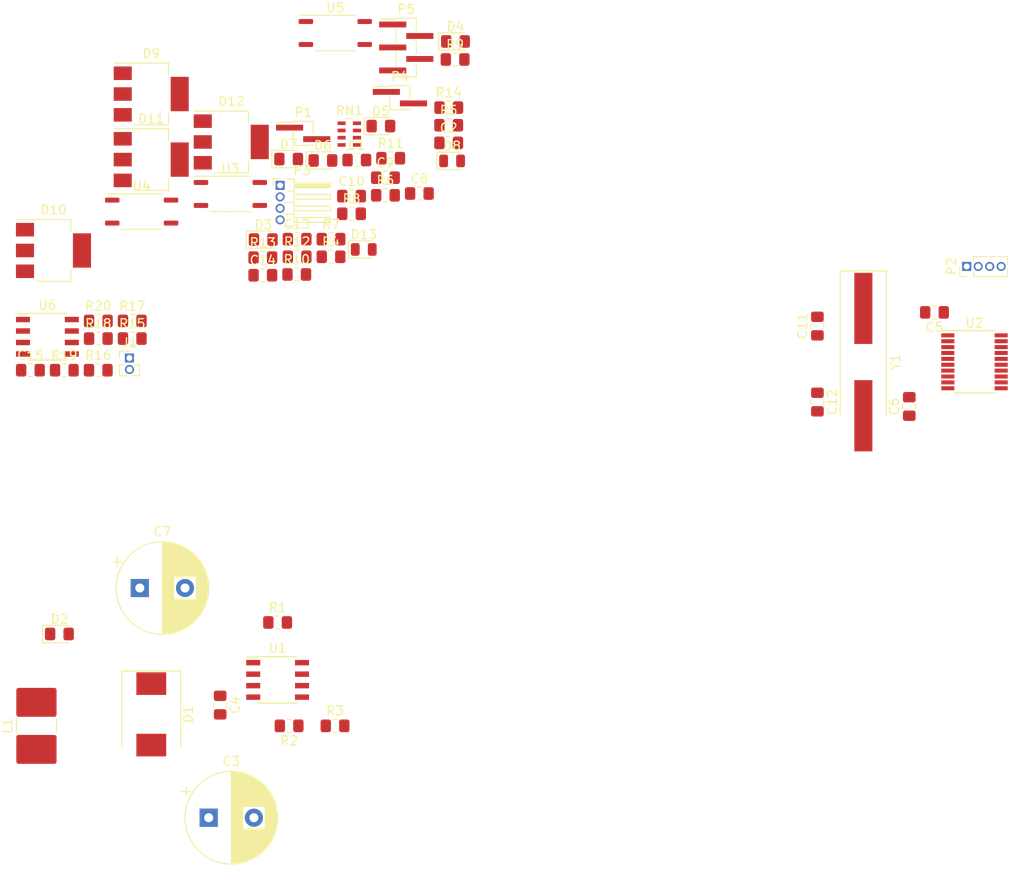
<source format=kicad_pcb>
(kicad_pcb (version 20171130) (host pcbnew "(5.0.2)-1")

  (general
    (thickness 1.6)
    (drawings 0)
    (tracks 0)
    (zones 0)
    (modules 63)
    (nets 50)
  )

  (page A4)
  (layers
    (0 F.Cu signal)
    (31 B.Cu signal)
    (32 B.Adhes user)
    (33 F.Adhes user)
    (34 B.Paste user)
    (35 F.Paste user)
    (36 B.SilkS user)
    (37 F.SilkS user)
    (38 B.Mask user)
    (39 F.Mask user)
    (40 Dwgs.User user)
    (41 Cmts.User user)
    (42 Eco1.User user)
    (43 Eco2.User user)
    (44 Edge.Cuts user)
    (45 Margin user)
    (46 B.CrtYd user)
    (47 F.CrtYd user)
    (48 B.Fab user)
    (49 F.Fab user)
  )

  (setup
    (last_trace_width 0.25)
    (trace_clearance 0.2)
    (zone_clearance 0.508)
    (zone_45_only no)
    (trace_min 0.2)
    (segment_width 0.2)
    (edge_width 0.1)
    (via_size 0.8)
    (via_drill 0.4)
    (via_min_size 0.4)
    (via_min_drill 0.3)
    (uvia_size 0.3)
    (uvia_drill 0.1)
    (uvias_allowed no)
    (uvia_min_size 0.2)
    (uvia_min_drill 0.1)
    (pcb_text_width 0.3)
    (pcb_text_size 1.5 1.5)
    (mod_edge_width 0.15)
    (mod_text_size 1 1)
    (mod_text_width 0.15)
    (pad_size 1.5 1.5)
    (pad_drill 0.6)
    (pad_to_mask_clearance 0)
    (solder_mask_min_width 0.25)
    (aux_axis_origin 0 0)
    (visible_elements 7FFFFFFF)
    (pcbplotparams
      (layerselection 0x010fc_ffffffff)
      (usegerberextensions false)
      (usegerberattributes false)
      (usegerberadvancedattributes false)
      (creategerberjobfile false)
      (excludeedgelayer true)
      (linewidth 0.100000)
      (plotframeref false)
      (viasonmask false)
      (mode 1)
      (useauxorigin false)
      (hpglpennumber 1)
      (hpglpenspeed 20)
      (hpglpendiameter 15.000000)
      (psnegative false)
      (psa4output false)
      (plotreference true)
      (plotvalue true)
      (plotinvisibletext false)
      (padsonsilk false)
      (subtractmaskfromsilk false)
      (outputformat 1)
      (mirror false)
      (drillshape 1)
      (scaleselection 1)
      (outputdirectory ""))
  )

  (net 0 "")
  (net 1 "Net-(C1-Pad1)")
  (net 2 "Net-(C1-Pad2)")
  (net 3 GND)
  (net 4 "Net-(C3-Pad1)")
  (net 5 "Net-(C4-Pad1)")
  (net 6 SWIM_RST)
  (net 7 "Net-(C6-Pad1)")
  (net 8 +5V)
  (net 9 "Net-(C8-Pad2)")
  (net 10 /EXT_GND)
  (net 11 "Net-(C9-Pad2)")
  (net 12 "Net-(C10-Pad2)")
  (net 13 "Net-(C11-Pad2)")
  (net 14 "Net-(C12-Pad2)")
  (net 15 AIN1)
  (net 16 AIN2)
  (net 17 "Net-(D1-Pad1)")
  (net 18 "Net-(D3-Pad2)")
  (net 19 "Net-(D4-Pad2)")
  (net 20 "Net-(D5-Pad2)")
  (net 21 "Net-(D6-Pad2)")
  (net 22 "Net-(D7-Pad2)")
  (net 23 OUT1)
  (net 24 "Net-(D9-Pad3)")
  (net 25 Vbb)
  (net 26 "Net-(D10-Pad3)")
  (net 27 OUT2)
  (net 28 OUT3)
  (net 29 "Net-(D11-Pad3)")
  (net 30 "Net-(D12-Pad3)")
  (net 31 OUT4)
  (net 32 "Net-(J1-Pad1)")
  (net 33 A)
  (net 34 SWIM)
  (net 35 "Net-(P3-Pad4)")
  (net 36 "Net-(P3-Pad3)")
  (net 37 "Net-(P3-Pad2)")
  (net 38 "Net-(P4-Pad1)")
  (net 39 "Net-(P4-Pad2)")
  (net 40 "Net-(R1-Pad1)")
  (net 41 "Net-(R2-Pad1)")
  (net 42 STATUS)
  (net 43 IN1)
  (net 44 IN2)
  (net 45 IN3)
  (net 46 B)
  (net 47 RO)
  (net 48 IN/OUT)
  (net 49 DI)

  (net_class Default "Это класс цепей по умолчанию."
    (clearance 0.2)
    (trace_width 0.25)
    (via_dia 0.8)
    (via_drill 0.4)
    (uvia_dia 0.3)
    (uvia_drill 0.1)
    (add_net +5V)
    (add_net /EXT_GND)
    (add_net A)
    (add_net AIN1)
    (add_net AIN2)
    (add_net B)
    (add_net DI)
    (add_net GND)
    (add_net IN/OUT)
    (add_net IN1)
    (add_net IN2)
    (add_net IN3)
    (add_net "Net-(C1-Pad1)")
    (add_net "Net-(C1-Pad2)")
    (add_net "Net-(C10-Pad2)")
    (add_net "Net-(C11-Pad2)")
    (add_net "Net-(C12-Pad2)")
    (add_net "Net-(C3-Pad1)")
    (add_net "Net-(C4-Pad1)")
    (add_net "Net-(C6-Pad1)")
    (add_net "Net-(C8-Pad2)")
    (add_net "Net-(C9-Pad2)")
    (add_net "Net-(D1-Pad1)")
    (add_net "Net-(D10-Pad3)")
    (add_net "Net-(D11-Pad3)")
    (add_net "Net-(D12-Pad3)")
    (add_net "Net-(D3-Pad2)")
    (add_net "Net-(D4-Pad2)")
    (add_net "Net-(D5-Pad2)")
    (add_net "Net-(D6-Pad2)")
    (add_net "Net-(D7-Pad2)")
    (add_net "Net-(D9-Pad3)")
    (add_net "Net-(J1-Pad1)")
    (add_net "Net-(P3-Pad2)")
    (add_net "Net-(P3-Pad3)")
    (add_net "Net-(P3-Pad4)")
    (add_net "Net-(P4-Pad1)")
    (add_net "Net-(P4-Pad2)")
    (add_net "Net-(R1-Pad1)")
    (add_net "Net-(R2-Pad1)")
    (add_net OUT1)
    (add_net OUT2)
    (add_net OUT3)
    (add_net OUT4)
    (add_net RO)
    (add_net STATUS)
    (add_net SWIM)
    (add_net SWIM_RST)
    (add_net Vbb)
  )

  (module Connector_PinHeader_1.27mm:PinHeader_1x04_P1.27mm_Vertical locked (layer F.Cu) (tedit 59FED6E3) (tstamp 5C9ED487)
    (at 207.01 105.41 90)
    (descr "Through hole straight pin header, 1x04, 1.27mm pitch, single row")
    (tags "Through hole pin header THT 1x04 1.27mm single row")
    (path /5C6877E2)
    (fp_text reference P2 (at 0 -1.695 90) (layer F.SilkS)
      (effects (font (size 1 1) (thickness 0.15)))
    )
    (fp_text value PRG (at 0 5.505 90) (layer F.Fab)
      (effects (font (size 1 1) (thickness 0.15)))
    )
    (fp_text user %R (at 0 1.905 180) (layer F.Fab)
      (effects (font (size 1 1) (thickness 0.15)))
    )
    (fp_line (start 1.55 -1.15) (end -1.55 -1.15) (layer F.CrtYd) (width 0.05))
    (fp_line (start 1.55 4.95) (end 1.55 -1.15) (layer F.CrtYd) (width 0.05))
    (fp_line (start -1.55 4.95) (end 1.55 4.95) (layer F.CrtYd) (width 0.05))
    (fp_line (start -1.55 -1.15) (end -1.55 4.95) (layer F.CrtYd) (width 0.05))
    (fp_line (start -1.11 -0.76) (end 0 -0.76) (layer F.SilkS) (width 0.12))
    (fp_line (start -1.11 0) (end -1.11 -0.76) (layer F.SilkS) (width 0.12))
    (fp_line (start 0.563471 0.76) (end 1.11 0.76) (layer F.SilkS) (width 0.12))
    (fp_line (start -1.11 0.76) (end -0.563471 0.76) (layer F.SilkS) (width 0.12))
    (fp_line (start 1.11 0.76) (end 1.11 4.505) (layer F.SilkS) (width 0.12))
    (fp_line (start -1.11 0.76) (end -1.11 4.505) (layer F.SilkS) (width 0.12))
    (fp_line (start 0.30753 4.505) (end 1.11 4.505) (layer F.SilkS) (width 0.12))
    (fp_line (start -1.11 4.505) (end -0.30753 4.505) (layer F.SilkS) (width 0.12))
    (fp_line (start -1.05 -0.11) (end -0.525 -0.635) (layer F.Fab) (width 0.1))
    (fp_line (start -1.05 4.445) (end -1.05 -0.11) (layer F.Fab) (width 0.1))
    (fp_line (start 1.05 4.445) (end -1.05 4.445) (layer F.Fab) (width 0.1))
    (fp_line (start 1.05 -0.635) (end 1.05 4.445) (layer F.Fab) (width 0.1))
    (fp_line (start -0.525 -0.635) (end 1.05 -0.635) (layer F.Fab) (width 0.1))
    (pad 4 thru_hole oval (at 0 3.81 90) (size 1 1) (drill 0.65) (layers *.Cu *.Mask)
      (net 8 +5V))
    (pad 3 thru_hole oval (at 0 2.54 90) (size 1 1) (drill 0.65) (layers *.Cu *.Mask)
      (net 34 SWIM))
    (pad 2 thru_hole oval (at 0 1.27 90) (size 1 1) (drill 0.65) (layers *.Cu *.Mask)
      (net 6 SWIM_RST))
    (pad 1 thru_hole rect (at 0 0 90) (size 1 1) (drill 0.65) (layers *.Cu *.Mask)
      (net 3 GND))
    (model ${KISYS3DMOD}/Connector_PinHeader_1.27mm.3dshapes/PinHeader_1x04_P1.27mm_Vertical.wrl
      (at (xyz 0 0 0))
      (scale (xyz 1 1 1))
      (rotate (xyz 0 0 0))
    )
  )

  (module Capacitor_SMD:C_0805_2012Metric_Pad1.15x1.40mm_HandSolder (layer F.Cu) (tedit 5B36C52B) (tstamp 5C9ED0A1)
    (at 139.565001 93.645001)
    (descr "Capacitor SMD 0805 (2012 Metric), square (rectangular) end terminal, IPC_7351 nominal with elongated pad for handsoldering. (Body size source: https://docs.google.com/spreadsheets/d/1BsfQQcO9C6DZCsRaXUlFlo91Tg2WpOkGARC1WS5S8t0/edit?usp=sharing), generated with kicad-footprint-generator")
    (tags "capacitor handsolder")
    (path /5C68619A)
    (attr smd)
    (fp_text reference C1 (at 0 -1.65) (layer F.SilkS)
      (effects (font (size 1 1) (thickness 0.15)))
    )
    (fp_text value C_Small (at 0 1.65) (layer F.Fab)
      (effects (font (size 1 1) (thickness 0.15)))
    )
    (fp_text user %R (at 0 0) (layer F.Fab)
      (effects (font (size 0.5 0.5) (thickness 0.08)))
    )
    (fp_line (start 1.85 0.95) (end -1.85 0.95) (layer F.CrtYd) (width 0.05))
    (fp_line (start 1.85 -0.95) (end 1.85 0.95) (layer F.CrtYd) (width 0.05))
    (fp_line (start -1.85 -0.95) (end 1.85 -0.95) (layer F.CrtYd) (width 0.05))
    (fp_line (start -1.85 0.95) (end -1.85 -0.95) (layer F.CrtYd) (width 0.05))
    (fp_line (start -0.261252 0.71) (end 0.261252 0.71) (layer F.SilkS) (width 0.12))
    (fp_line (start -0.261252 -0.71) (end 0.261252 -0.71) (layer F.SilkS) (width 0.12))
    (fp_line (start 1 0.6) (end -1 0.6) (layer F.Fab) (width 0.1))
    (fp_line (start 1 -0.6) (end 1 0.6) (layer F.Fab) (width 0.1))
    (fp_line (start -1 -0.6) (end 1 -0.6) (layer F.Fab) (width 0.1))
    (fp_line (start -1 0.6) (end -1 -0.6) (layer F.Fab) (width 0.1))
    (pad 2 smd roundrect (at 1.025 0) (size 1.15 1.4) (layers F.Cu F.Paste F.Mask) (roundrect_rratio 0.217391)
      (net 2 "Net-(C1-Pad2)"))
    (pad 1 smd roundrect (at -1.025 0) (size 1.15 1.4) (layers F.Cu F.Paste F.Mask) (roundrect_rratio 0.217391)
      (net 1 "Net-(C1-Pad1)"))
    (model ${KISYS3DMOD}/Capacitor_SMD.3dshapes/C_0805_2012Metric.wrl
      (at (xyz 0 0 0))
      (scale (xyz 1 1 1))
      (rotate (xyz 0 0 0))
    )
  )

  (module Capacitor_SMD:C_0805_2012Metric_Pad1.15x1.40mm_HandSolder (layer F.Cu) (tedit 5B36C52B) (tstamp 5C9ED0B2)
    (at 149.725001 91.745001)
    (descr "Capacitor SMD 0805 (2012 Metric), square (rectangular) end terminal, IPC_7351 nominal with elongated pad for handsoldering. (Body size source: https://docs.google.com/spreadsheets/d/1BsfQQcO9C6DZCsRaXUlFlo91Tg2WpOkGARC1WS5S8t0/edit?usp=sharing), generated with kicad-footprint-generator")
    (tags "capacitor handsolder")
    (path /5C686468)
    (attr smd)
    (fp_text reference C2 (at 0 -1.65) (layer F.SilkS)
      (effects (font (size 1 1) (thickness 0.15)))
    )
    (fp_text value C_Small (at 0 1.65) (layer F.Fab)
      (effects (font (size 1 1) (thickness 0.15)))
    )
    (fp_text user %R (at 0 0) (layer F.Fab)
      (effects (font (size 0.5 0.5) (thickness 0.08)))
    )
    (fp_line (start 1.85 0.95) (end -1.85 0.95) (layer F.CrtYd) (width 0.05))
    (fp_line (start 1.85 -0.95) (end 1.85 0.95) (layer F.CrtYd) (width 0.05))
    (fp_line (start -1.85 -0.95) (end 1.85 -0.95) (layer F.CrtYd) (width 0.05))
    (fp_line (start -1.85 0.95) (end -1.85 -0.95) (layer F.CrtYd) (width 0.05))
    (fp_line (start -0.261252 0.71) (end 0.261252 0.71) (layer F.SilkS) (width 0.12))
    (fp_line (start -0.261252 -0.71) (end 0.261252 -0.71) (layer F.SilkS) (width 0.12))
    (fp_line (start 1 0.6) (end -1 0.6) (layer F.Fab) (width 0.1))
    (fp_line (start 1 -0.6) (end 1 0.6) (layer F.Fab) (width 0.1))
    (fp_line (start -1 -0.6) (end 1 -0.6) (layer F.Fab) (width 0.1))
    (fp_line (start -1 0.6) (end -1 -0.6) (layer F.Fab) (width 0.1))
    (pad 2 smd roundrect (at 1.025 0) (size 1.15 1.4) (layers F.Cu F.Paste F.Mask) (roundrect_rratio 0.217391)
      (net 2 "Net-(C1-Pad2)"))
    (pad 1 smd roundrect (at -1.025 0) (size 1.15 1.4) (layers F.Cu F.Paste F.Mask) (roundrect_rratio 0.217391)
      (net 1 "Net-(C1-Pad1)"))
    (model ${KISYS3DMOD}/Capacitor_SMD.3dshapes/C_0805_2012Metric.wrl
      (at (xyz 0 0 0))
      (scale (xyz 1 1 1))
      (rotate (xyz 0 0 0))
    )
  )

  (module Capacitor_THT:CP_Radial_D10.0mm_P5.00mm (layer F.Cu) (tedit 5AE50EF1) (tstamp 5C9ED17E)
    (at 123.19 166.37)
    (descr "CP, Radial series, Radial, pin pitch=5.00mm, , diameter=10mm, Electrolytic Capacitor")
    (tags "CP Radial series Radial pin pitch 5.00mm  diameter 10mm Electrolytic Capacitor")
    (path /5C607075)
    (fp_text reference C3 (at 2.5 -6.25) (layer F.SilkS)
      (effects (font (size 1 1) (thickness 0.15)))
    )
    (fp_text value 470uF (at 2.5 6.25) (layer F.Fab)
      (effects (font (size 1 1) (thickness 0.15)))
    )
    (fp_text user %R (at 2.54 0) (layer F.Fab)
      (effects (font (size 1 1) (thickness 0.15)))
    )
    (fp_line (start -2.479646 -3.375) (end -2.479646 -2.375) (layer F.SilkS) (width 0.12))
    (fp_line (start -2.979646 -2.875) (end -1.979646 -2.875) (layer F.SilkS) (width 0.12))
    (fp_line (start 7.581 -0.599) (end 7.581 0.599) (layer F.SilkS) (width 0.12))
    (fp_line (start 7.541 -0.862) (end 7.541 0.862) (layer F.SilkS) (width 0.12))
    (fp_line (start 7.501 -1.062) (end 7.501 1.062) (layer F.SilkS) (width 0.12))
    (fp_line (start 7.461 -1.23) (end 7.461 1.23) (layer F.SilkS) (width 0.12))
    (fp_line (start 7.421 -1.378) (end 7.421 1.378) (layer F.SilkS) (width 0.12))
    (fp_line (start 7.381 -1.51) (end 7.381 1.51) (layer F.SilkS) (width 0.12))
    (fp_line (start 7.341 -1.63) (end 7.341 1.63) (layer F.SilkS) (width 0.12))
    (fp_line (start 7.301 -1.742) (end 7.301 1.742) (layer F.SilkS) (width 0.12))
    (fp_line (start 7.261 -1.846) (end 7.261 1.846) (layer F.SilkS) (width 0.12))
    (fp_line (start 7.221 -1.944) (end 7.221 1.944) (layer F.SilkS) (width 0.12))
    (fp_line (start 7.181 -2.037) (end 7.181 2.037) (layer F.SilkS) (width 0.12))
    (fp_line (start 7.141 -2.125) (end 7.141 2.125) (layer F.SilkS) (width 0.12))
    (fp_line (start 7.101 -2.209) (end 7.101 2.209) (layer F.SilkS) (width 0.12))
    (fp_line (start 7.061 -2.289) (end 7.061 2.289) (layer F.SilkS) (width 0.12))
    (fp_line (start 7.021 -2.365) (end 7.021 2.365) (layer F.SilkS) (width 0.12))
    (fp_line (start 6.981 -2.439) (end 6.981 2.439) (layer F.SilkS) (width 0.12))
    (fp_line (start 6.941 -2.51) (end 6.941 2.51) (layer F.SilkS) (width 0.12))
    (fp_line (start 6.901 -2.579) (end 6.901 2.579) (layer F.SilkS) (width 0.12))
    (fp_line (start 6.861 -2.645) (end 6.861 2.645) (layer F.SilkS) (width 0.12))
    (fp_line (start 6.821 -2.709) (end 6.821 2.709) (layer F.SilkS) (width 0.12))
    (fp_line (start 6.781 -2.77) (end 6.781 2.77) (layer F.SilkS) (width 0.12))
    (fp_line (start 6.741 -2.83) (end 6.741 2.83) (layer F.SilkS) (width 0.12))
    (fp_line (start 6.701 -2.889) (end 6.701 2.889) (layer F.SilkS) (width 0.12))
    (fp_line (start 6.661 -2.945) (end 6.661 2.945) (layer F.SilkS) (width 0.12))
    (fp_line (start 6.621 -3) (end 6.621 3) (layer F.SilkS) (width 0.12))
    (fp_line (start 6.581 -3.054) (end 6.581 3.054) (layer F.SilkS) (width 0.12))
    (fp_line (start 6.541 -3.106) (end 6.541 3.106) (layer F.SilkS) (width 0.12))
    (fp_line (start 6.501 -3.156) (end 6.501 3.156) (layer F.SilkS) (width 0.12))
    (fp_line (start 6.461 -3.206) (end 6.461 3.206) (layer F.SilkS) (width 0.12))
    (fp_line (start 6.421 -3.254) (end 6.421 3.254) (layer F.SilkS) (width 0.12))
    (fp_line (start 6.381 -3.301) (end 6.381 3.301) (layer F.SilkS) (width 0.12))
    (fp_line (start 6.341 -3.347) (end 6.341 3.347) (layer F.SilkS) (width 0.12))
    (fp_line (start 6.301 -3.392) (end 6.301 3.392) (layer F.SilkS) (width 0.12))
    (fp_line (start 6.261 -3.436) (end 6.261 3.436) (layer F.SilkS) (width 0.12))
    (fp_line (start 6.221 1.241) (end 6.221 3.478) (layer F.SilkS) (width 0.12))
    (fp_line (start 6.221 -3.478) (end 6.221 -1.241) (layer F.SilkS) (width 0.12))
    (fp_line (start 6.181 1.241) (end 6.181 3.52) (layer F.SilkS) (width 0.12))
    (fp_line (start 6.181 -3.52) (end 6.181 -1.241) (layer F.SilkS) (width 0.12))
    (fp_line (start 6.141 1.241) (end 6.141 3.561) (layer F.SilkS) (width 0.12))
    (fp_line (start 6.141 -3.561) (end 6.141 -1.241) (layer F.SilkS) (width 0.12))
    (fp_line (start 6.101 1.241) (end 6.101 3.601) (layer F.SilkS) (width 0.12))
    (fp_line (start 6.101 -3.601) (end 6.101 -1.241) (layer F.SilkS) (width 0.12))
    (fp_line (start 6.061 1.241) (end 6.061 3.64) (layer F.SilkS) (width 0.12))
    (fp_line (start 6.061 -3.64) (end 6.061 -1.241) (layer F.SilkS) (width 0.12))
    (fp_line (start 6.021 1.241) (end 6.021 3.679) (layer F.SilkS) (width 0.12))
    (fp_line (start 6.021 -3.679) (end 6.021 -1.241) (layer F.SilkS) (width 0.12))
    (fp_line (start 5.981 1.241) (end 5.981 3.716) (layer F.SilkS) (width 0.12))
    (fp_line (start 5.981 -3.716) (end 5.981 -1.241) (layer F.SilkS) (width 0.12))
    (fp_line (start 5.941 1.241) (end 5.941 3.753) (layer F.SilkS) (width 0.12))
    (fp_line (start 5.941 -3.753) (end 5.941 -1.241) (layer F.SilkS) (width 0.12))
    (fp_line (start 5.901 1.241) (end 5.901 3.789) (layer F.SilkS) (width 0.12))
    (fp_line (start 5.901 -3.789) (end 5.901 -1.241) (layer F.SilkS) (width 0.12))
    (fp_line (start 5.861 1.241) (end 5.861 3.824) (layer F.SilkS) (width 0.12))
    (fp_line (start 5.861 -3.824) (end 5.861 -1.241) (layer F.SilkS) (width 0.12))
    (fp_line (start 5.821 1.241) (end 5.821 3.858) (layer F.SilkS) (width 0.12))
    (fp_line (start 5.821 -3.858) (end 5.821 -1.241) (layer F.SilkS) (width 0.12))
    (fp_line (start 5.781 1.241) (end 5.781 3.892) (layer F.SilkS) (width 0.12))
    (fp_line (start 5.781 -3.892) (end 5.781 -1.241) (layer F.SilkS) (width 0.12))
    (fp_line (start 5.741 1.241) (end 5.741 3.925) (layer F.SilkS) (width 0.12))
    (fp_line (start 5.741 -3.925) (end 5.741 -1.241) (layer F.SilkS) (width 0.12))
    (fp_line (start 5.701 1.241) (end 5.701 3.957) (layer F.SilkS) (width 0.12))
    (fp_line (start 5.701 -3.957) (end 5.701 -1.241) (layer F.SilkS) (width 0.12))
    (fp_line (start 5.661 1.241) (end 5.661 3.989) (layer F.SilkS) (width 0.12))
    (fp_line (start 5.661 -3.989) (end 5.661 -1.241) (layer F.SilkS) (width 0.12))
    (fp_line (start 5.621 1.241) (end 5.621 4.02) (layer F.SilkS) (width 0.12))
    (fp_line (start 5.621 -4.02) (end 5.621 -1.241) (layer F.SilkS) (width 0.12))
    (fp_line (start 5.581 1.241) (end 5.581 4.05) (layer F.SilkS) (width 0.12))
    (fp_line (start 5.581 -4.05) (end 5.581 -1.241) (layer F.SilkS) (width 0.12))
    (fp_line (start 5.541 1.241) (end 5.541 4.08) (layer F.SilkS) (width 0.12))
    (fp_line (start 5.541 -4.08) (end 5.541 -1.241) (layer F.SilkS) (width 0.12))
    (fp_line (start 5.501 1.241) (end 5.501 4.11) (layer F.SilkS) (width 0.12))
    (fp_line (start 5.501 -4.11) (end 5.501 -1.241) (layer F.SilkS) (width 0.12))
    (fp_line (start 5.461 1.241) (end 5.461 4.138) (layer F.SilkS) (width 0.12))
    (fp_line (start 5.461 -4.138) (end 5.461 -1.241) (layer F.SilkS) (width 0.12))
    (fp_line (start 5.421 1.241) (end 5.421 4.166) (layer F.SilkS) (width 0.12))
    (fp_line (start 5.421 -4.166) (end 5.421 -1.241) (layer F.SilkS) (width 0.12))
    (fp_line (start 5.381 1.241) (end 5.381 4.194) (layer F.SilkS) (width 0.12))
    (fp_line (start 5.381 -4.194) (end 5.381 -1.241) (layer F.SilkS) (width 0.12))
    (fp_line (start 5.341 1.241) (end 5.341 4.221) (layer F.SilkS) (width 0.12))
    (fp_line (start 5.341 -4.221) (end 5.341 -1.241) (layer F.SilkS) (width 0.12))
    (fp_line (start 5.301 1.241) (end 5.301 4.247) (layer F.SilkS) (width 0.12))
    (fp_line (start 5.301 -4.247) (end 5.301 -1.241) (layer F.SilkS) (width 0.12))
    (fp_line (start 5.261 1.241) (end 5.261 4.273) (layer F.SilkS) (width 0.12))
    (fp_line (start 5.261 -4.273) (end 5.261 -1.241) (layer F.SilkS) (width 0.12))
    (fp_line (start 5.221 1.241) (end 5.221 4.298) (layer F.SilkS) (width 0.12))
    (fp_line (start 5.221 -4.298) (end 5.221 -1.241) (layer F.SilkS) (width 0.12))
    (fp_line (start 5.181 1.241) (end 5.181 4.323) (layer F.SilkS) (width 0.12))
    (fp_line (start 5.181 -4.323) (end 5.181 -1.241) (layer F.SilkS) (width 0.12))
    (fp_line (start 5.141 1.241) (end 5.141 4.347) (layer F.SilkS) (width 0.12))
    (fp_line (start 5.141 -4.347) (end 5.141 -1.241) (layer F.SilkS) (width 0.12))
    (fp_line (start 5.101 1.241) (end 5.101 4.371) (layer F.SilkS) (width 0.12))
    (fp_line (start 5.101 -4.371) (end 5.101 -1.241) (layer F.SilkS) (width 0.12))
    (fp_line (start 5.061 1.241) (end 5.061 4.395) (layer F.SilkS) (width 0.12))
    (fp_line (start 5.061 -4.395) (end 5.061 -1.241) (layer F.SilkS) (width 0.12))
    (fp_line (start 5.021 1.241) (end 5.021 4.417) (layer F.SilkS) (width 0.12))
    (fp_line (start 5.021 -4.417) (end 5.021 -1.241) (layer F.SilkS) (width 0.12))
    (fp_line (start 4.981 1.241) (end 4.981 4.44) (layer F.SilkS) (width 0.12))
    (fp_line (start 4.981 -4.44) (end 4.981 -1.241) (layer F.SilkS) (width 0.12))
    (fp_line (start 4.941 1.241) (end 4.941 4.462) (layer F.SilkS) (width 0.12))
    (fp_line (start 4.941 -4.462) (end 4.941 -1.241) (layer F.SilkS) (width 0.12))
    (fp_line (start 4.901 1.241) (end 4.901 4.483) (layer F.SilkS) (width 0.12))
    (fp_line (start 4.901 -4.483) (end 4.901 -1.241) (layer F.SilkS) (width 0.12))
    (fp_line (start 4.861 1.241) (end 4.861 4.504) (layer F.SilkS) (width 0.12))
    (fp_line (start 4.861 -4.504) (end 4.861 -1.241) (layer F.SilkS) (width 0.12))
    (fp_line (start 4.821 1.241) (end 4.821 4.525) (layer F.SilkS) (width 0.12))
    (fp_line (start 4.821 -4.525) (end 4.821 -1.241) (layer F.SilkS) (width 0.12))
    (fp_line (start 4.781 1.241) (end 4.781 4.545) (layer F.SilkS) (width 0.12))
    (fp_line (start 4.781 -4.545) (end 4.781 -1.241) (layer F.SilkS) (width 0.12))
    (fp_line (start 4.741 1.241) (end 4.741 4.564) (layer F.SilkS) (width 0.12))
    (fp_line (start 4.741 -4.564) (end 4.741 -1.241) (layer F.SilkS) (width 0.12))
    (fp_line (start 4.701 1.241) (end 4.701 4.584) (layer F.SilkS) (width 0.12))
    (fp_line (start 4.701 -4.584) (end 4.701 -1.241) (layer F.SilkS) (width 0.12))
    (fp_line (start 4.661 1.241) (end 4.661 4.603) (layer F.SilkS) (width 0.12))
    (fp_line (start 4.661 -4.603) (end 4.661 -1.241) (layer F.SilkS) (width 0.12))
    (fp_line (start 4.621 1.241) (end 4.621 4.621) (layer F.SilkS) (width 0.12))
    (fp_line (start 4.621 -4.621) (end 4.621 -1.241) (layer F.SilkS) (width 0.12))
    (fp_line (start 4.581 1.241) (end 4.581 4.639) (layer F.SilkS) (width 0.12))
    (fp_line (start 4.581 -4.639) (end 4.581 -1.241) (layer F.SilkS) (width 0.12))
    (fp_line (start 4.541 1.241) (end 4.541 4.657) (layer F.SilkS) (width 0.12))
    (fp_line (start 4.541 -4.657) (end 4.541 -1.241) (layer F.SilkS) (width 0.12))
    (fp_line (start 4.501 1.241) (end 4.501 4.674) (layer F.SilkS) (width 0.12))
    (fp_line (start 4.501 -4.674) (end 4.501 -1.241) (layer F.SilkS) (width 0.12))
    (fp_line (start 4.461 1.241) (end 4.461 4.69) (layer F.SilkS) (width 0.12))
    (fp_line (start 4.461 -4.69) (end 4.461 -1.241) (layer F.SilkS) (width 0.12))
    (fp_line (start 4.421 1.241) (end 4.421 4.707) (layer F.SilkS) (width 0.12))
    (fp_line (start 4.421 -4.707) (end 4.421 -1.241) (layer F.SilkS) (width 0.12))
    (fp_line (start 4.381 1.241) (end 4.381 4.723) (layer F.SilkS) (width 0.12))
    (fp_line (start 4.381 -4.723) (end 4.381 -1.241) (layer F.SilkS) (width 0.12))
    (fp_line (start 4.341 1.241) (end 4.341 4.738) (layer F.SilkS) (width 0.12))
    (fp_line (start 4.341 -4.738) (end 4.341 -1.241) (layer F.SilkS) (width 0.12))
    (fp_line (start 4.301 1.241) (end 4.301 4.754) (layer F.SilkS) (width 0.12))
    (fp_line (start 4.301 -4.754) (end 4.301 -1.241) (layer F.SilkS) (width 0.12))
    (fp_line (start 4.261 1.241) (end 4.261 4.768) (layer F.SilkS) (width 0.12))
    (fp_line (start 4.261 -4.768) (end 4.261 -1.241) (layer F.SilkS) (width 0.12))
    (fp_line (start 4.221 1.241) (end 4.221 4.783) (layer F.SilkS) (width 0.12))
    (fp_line (start 4.221 -4.783) (end 4.221 -1.241) (layer F.SilkS) (width 0.12))
    (fp_line (start 4.181 1.241) (end 4.181 4.797) (layer F.SilkS) (width 0.12))
    (fp_line (start 4.181 -4.797) (end 4.181 -1.241) (layer F.SilkS) (width 0.12))
    (fp_line (start 4.141 1.241) (end 4.141 4.811) (layer F.SilkS) (width 0.12))
    (fp_line (start 4.141 -4.811) (end 4.141 -1.241) (layer F.SilkS) (width 0.12))
    (fp_line (start 4.101 1.241) (end 4.101 4.824) (layer F.SilkS) (width 0.12))
    (fp_line (start 4.101 -4.824) (end 4.101 -1.241) (layer F.SilkS) (width 0.12))
    (fp_line (start 4.061 1.241) (end 4.061 4.837) (layer F.SilkS) (width 0.12))
    (fp_line (start 4.061 -4.837) (end 4.061 -1.241) (layer F.SilkS) (width 0.12))
    (fp_line (start 4.021 1.241) (end 4.021 4.85) (layer F.SilkS) (width 0.12))
    (fp_line (start 4.021 -4.85) (end 4.021 -1.241) (layer F.SilkS) (width 0.12))
    (fp_line (start 3.981 1.241) (end 3.981 4.862) (layer F.SilkS) (width 0.12))
    (fp_line (start 3.981 -4.862) (end 3.981 -1.241) (layer F.SilkS) (width 0.12))
    (fp_line (start 3.941 1.241) (end 3.941 4.874) (layer F.SilkS) (width 0.12))
    (fp_line (start 3.941 -4.874) (end 3.941 -1.241) (layer F.SilkS) (width 0.12))
    (fp_line (start 3.901 1.241) (end 3.901 4.885) (layer F.SilkS) (width 0.12))
    (fp_line (start 3.901 -4.885) (end 3.901 -1.241) (layer F.SilkS) (width 0.12))
    (fp_line (start 3.861 1.241) (end 3.861 4.897) (layer F.SilkS) (width 0.12))
    (fp_line (start 3.861 -4.897) (end 3.861 -1.241) (layer F.SilkS) (width 0.12))
    (fp_line (start 3.821 1.241) (end 3.821 4.907) (layer F.SilkS) (width 0.12))
    (fp_line (start 3.821 -4.907) (end 3.821 -1.241) (layer F.SilkS) (width 0.12))
    (fp_line (start 3.781 1.241) (end 3.781 4.918) (layer F.SilkS) (width 0.12))
    (fp_line (start 3.781 -4.918) (end 3.781 -1.241) (layer F.SilkS) (width 0.12))
    (fp_line (start 3.741 -4.928) (end 3.741 4.928) (layer F.SilkS) (width 0.12))
    (fp_line (start 3.701 -4.938) (end 3.701 4.938) (layer F.SilkS) (width 0.12))
    (fp_line (start 3.661 -4.947) (end 3.661 4.947) (layer F.SilkS) (width 0.12))
    (fp_line (start 3.621 -4.956) (end 3.621 4.956) (layer F.SilkS) (width 0.12))
    (fp_line (start 3.581 -4.965) (end 3.581 4.965) (layer F.SilkS) (width 0.12))
    (fp_line (start 3.541 -4.974) (end 3.541 4.974) (layer F.SilkS) (width 0.12))
    (fp_line (start 3.501 -4.982) (end 3.501 4.982) (layer F.SilkS) (width 0.12))
    (fp_line (start 3.461 -4.99) (end 3.461 4.99) (layer F.SilkS) (width 0.12))
    (fp_line (start 3.421 -4.997) (end 3.421 4.997) (layer F.SilkS) (width 0.12))
    (fp_line (start 3.381 -5.004) (end 3.381 5.004) (layer F.SilkS) (width 0.12))
    (fp_line (start 3.341 -5.011) (end 3.341 5.011) (layer F.SilkS) (width 0.12))
    (fp_line (start 3.301 -5.018) (end 3.301 5.018) (layer F.SilkS) (width 0.12))
    (fp_line (start 3.261 -5.024) (end 3.261 5.024) (layer F.SilkS) (width 0.12))
    (fp_line (start 3.221 -5.03) (end 3.221 5.03) (layer F.SilkS) (width 0.12))
    (fp_line (start 3.18 -5.035) (end 3.18 5.035) (layer F.SilkS) (width 0.12))
    (fp_line (start 3.14 -5.04) (end 3.14 5.04) (layer F.SilkS) (width 0.12))
    (fp_line (start 3.1 -5.045) (end 3.1 5.045) (layer F.SilkS) (width 0.12))
    (fp_line (start 3.06 -5.05) (end 3.06 5.05) (layer F.SilkS) (width 0.12))
    (fp_line (start 3.02 -5.054) (end 3.02 5.054) (layer F.SilkS) (width 0.12))
    (fp_line (start 2.98 -5.058) (end 2.98 5.058) (layer F.SilkS) (width 0.12))
    (fp_line (start 2.94 -5.062) (end 2.94 5.062) (layer F.SilkS) (width 0.12))
    (fp_line (start 2.9 -5.065) (end 2.9 5.065) (layer F.SilkS) (width 0.12))
    (fp_line (start 2.86 -5.068) (end 2.86 5.068) (layer F.SilkS) (width 0.12))
    (fp_line (start 2.82 -5.07) (end 2.82 5.07) (layer F.SilkS) (width 0.12))
    (fp_line (start 2.78 -5.073) (end 2.78 5.073) (layer F.SilkS) (width 0.12))
    (fp_line (start 2.74 -5.075) (end 2.74 5.075) (layer F.SilkS) (width 0.12))
    (fp_line (start 2.7 -5.077) (end 2.7 5.077) (layer F.SilkS) (width 0.12))
    (fp_line (start 2.66 -5.078) (end 2.66 5.078) (layer F.SilkS) (width 0.12))
    (fp_line (start 2.62 -5.079) (end 2.62 5.079) (layer F.SilkS) (width 0.12))
    (fp_line (start 2.58 -5.08) (end 2.58 5.08) (layer F.SilkS) (width 0.12))
    (fp_line (start 2.54 -5.08) (end 2.54 5.08) (layer F.SilkS) (width 0.12))
    (fp_line (start 2.5 -5.08) (end 2.5 5.08) (layer F.SilkS) (width 0.12))
    (fp_line (start -1.288861 -2.6875) (end -1.288861 -1.6875) (layer F.Fab) (width 0.1))
    (fp_line (start -1.788861 -2.1875) (end -0.788861 -2.1875) (layer F.Fab) (width 0.1))
    (fp_circle (center 2.5 0) (end 7.75 0) (layer F.CrtYd) (width 0.05))
    (fp_circle (center 2.5 0) (end 7.62 0) (layer F.SilkS) (width 0.12))
    (fp_circle (center 2.5 0) (end 7.5 0) (layer F.Fab) (width 0.1))
    (pad 2 thru_hole circle (at 5 0) (size 2 2) (drill 1) (layers *.Cu *.Mask)
      (net 3 GND))
    (pad 1 thru_hole rect (at 0 0) (size 2 2) (drill 1) (layers *.Cu *.Mask)
      (net 4 "Net-(C3-Pad1)"))
    (model ${KISYS3DMOD}/Capacitor_THT.3dshapes/CP_Radial_D10.0mm_P5.00mm.wrl
      (at (xyz 0 0 0))
      (scale (xyz 1 1 1))
      (rotate (xyz 0 0 0))
    )
  )

  (module Capacitor_SMD:C_0805_2012Metric_Pad1.15x1.40mm_HandSolder (layer F.Cu) (tedit 5B36C52B) (tstamp 5C9ED18F)
    (at 124.46 153.915 270)
    (descr "Capacitor SMD 0805 (2012 Metric), square (rectangular) end terminal, IPC_7351 nominal with elongated pad for handsoldering. (Body size source: https://docs.google.com/spreadsheets/d/1BsfQQcO9C6DZCsRaXUlFlo91Tg2WpOkGARC1WS5S8t0/edit?usp=sharing), generated with kicad-footprint-generator")
    (tags "capacitor handsolder")
    (path /5C606FAD)
    (attr smd)
    (fp_text reference C4 (at 0 -1.65 270) (layer F.SilkS)
      (effects (font (size 1 1) (thickness 0.15)))
    )
    (fp_text value 470pF (at 0 1.65 270) (layer F.Fab)
      (effects (font (size 1 1) (thickness 0.15)))
    )
    (fp_text user %R (at 0 0 270) (layer F.Fab)
      (effects (font (size 0.5 0.5) (thickness 0.08)))
    )
    (fp_line (start 1.85 0.95) (end -1.85 0.95) (layer F.CrtYd) (width 0.05))
    (fp_line (start 1.85 -0.95) (end 1.85 0.95) (layer F.CrtYd) (width 0.05))
    (fp_line (start -1.85 -0.95) (end 1.85 -0.95) (layer F.CrtYd) (width 0.05))
    (fp_line (start -1.85 0.95) (end -1.85 -0.95) (layer F.CrtYd) (width 0.05))
    (fp_line (start -0.261252 0.71) (end 0.261252 0.71) (layer F.SilkS) (width 0.12))
    (fp_line (start -0.261252 -0.71) (end 0.261252 -0.71) (layer F.SilkS) (width 0.12))
    (fp_line (start 1 0.6) (end -1 0.6) (layer F.Fab) (width 0.1))
    (fp_line (start 1 -0.6) (end 1 0.6) (layer F.Fab) (width 0.1))
    (fp_line (start -1 -0.6) (end 1 -0.6) (layer F.Fab) (width 0.1))
    (fp_line (start -1 0.6) (end -1 -0.6) (layer F.Fab) (width 0.1))
    (pad 2 smd roundrect (at 1.025 0 270) (size 1.15 1.4) (layers F.Cu F.Paste F.Mask) (roundrect_rratio 0.217391)
      (net 3 GND))
    (pad 1 smd roundrect (at -1.025 0 270) (size 1.15 1.4) (layers F.Cu F.Paste F.Mask) (roundrect_rratio 0.217391)
      (net 5 "Net-(C4-Pad1)"))
    (model ${KISYS3DMOD}/Capacitor_SMD.3dshapes/C_0805_2012Metric.wrl
      (at (xyz 0 0 0))
      (scale (xyz 1 1 1))
      (rotate (xyz 0 0 0))
    )
  )

  (module Capacitor_SMD:C_0805_2012Metric_Pad1.15x1.40mm_HandSolder locked (layer F.Cu) (tedit 5B36C52B) (tstamp 5C9ED1A0)
    (at 203.445 110.49 180)
    (descr "Capacitor SMD 0805 (2012 Metric), square (rectangular) end terminal, IPC_7351 nominal with elongated pad for handsoldering. (Body size source: https://docs.google.com/spreadsheets/d/1BsfQQcO9C6DZCsRaXUlFlo91Tg2WpOkGARC1WS5S8t0/edit?usp=sharing), generated with kicad-footprint-generator")
    (tags "capacitor handsolder")
    (path /5C686777)
    (attr smd)
    (fp_text reference C5 (at 0 -1.65 180) (layer F.SilkS)
      (effects (font (size 1 1) (thickness 0.15)))
    )
    (fp_text value "0.1 uF" (at 0 1.65 180) (layer F.Fab)
      (effects (font (size 1 1) (thickness 0.15)))
    )
    (fp_text user %R (at 0 0 180) (layer F.Fab)
      (effects (font (size 0.5 0.5) (thickness 0.08)))
    )
    (fp_line (start 1.85 0.95) (end -1.85 0.95) (layer F.CrtYd) (width 0.05))
    (fp_line (start 1.85 -0.95) (end 1.85 0.95) (layer F.CrtYd) (width 0.05))
    (fp_line (start -1.85 -0.95) (end 1.85 -0.95) (layer F.CrtYd) (width 0.05))
    (fp_line (start -1.85 0.95) (end -1.85 -0.95) (layer F.CrtYd) (width 0.05))
    (fp_line (start -0.261252 0.71) (end 0.261252 0.71) (layer F.SilkS) (width 0.12))
    (fp_line (start -0.261252 -0.71) (end 0.261252 -0.71) (layer F.SilkS) (width 0.12))
    (fp_line (start 1 0.6) (end -1 0.6) (layer F.Fab) (width 0.1))
    (fp_line (start 1 -0.6) (end 1 0.6) (layer F.Fab) (width 0.1))
    (fp_line (start -1 -0.6) (end 1 -0.6) (layer F.Fab) (width 0.1))
    (fp_line (start -1 0.6) (end -1 -0.6) (layer F.Fab) (width 0.1))
    (pad 2 smd roundrect (at 1.025 0 180) (size 1.15 1.4) (layers F.Cu F.Paste F.Mask) (roundrect_rratio 0.217391)
      (net 3 GND))
    (pad 1 smd roundrect (at -1.025 0 180) (size 1.15 1.4) (layers F.Cu F.Paste F.Mask) (roundrect_rratio 0.217391)
      (net 6 SWIM_RST))
    (model ${KISYS3DMOD}/Capacitor_SMD.3dshapes/C_0805_2012Metric.wrl
      (at (xyz 0 0 0))
      (scale (xyz 1 1 1))
      (rotate (xyz 0 0 0))
    )
  )

  (module Capacitor_SMD:C_0805_2012Metric_Pad1.15x1.40mm_HandSolder locked (layer F.Cu) (tedit 5B36C52B) (tstamp 5C9ED1B1)
    (at 200.66 120.895 90)
    (descr "Capacitor SMD 0805 (2012 Metric), square (rectangular) end terminal, IPC_7351 nominal with elongated pad for handsoldering. (Body size source: https://docs.google.com/spreadsheets/d/1BsfQQcO9C6DZCsRaXUlFlo91Tg2WpOkGARC1WS5S8t0/edit?usp=sharing), generated with kicad-footprint-generator")
    (tags "capacitor handsolder")
    (path /5C66C9CD)
    (attr smd)
    (fp_text reference C6 (at 0 -1.65 90) (layer F.SilkS)
      (effects (font (size 1 1) (thickness 0.15)))
    )
    (fp_text value "470 nF" (at 0 1.65 90) (layer F.Fab)
      (effects (font (size 1 1) (thickness 0.15)))
    )
    (fp_text user %R (at 0 0 90) (layer F.Fab)
      (effects (font (size 0.5 0.5) (thickness 0.08)))
    )
    (fp_line (start 1.85 0.95) (end -1.85 0.95) (layer F.CrtYd) (width 0.05))
    (fp_line (start 1.85 -0.95) (end 1.85 0.95) (layer F.CrtYd) (width 0.05))
    (fp_line (start -1.85 -0.95) (end 1.85 -0.95) (layer F.CrtYd) (width 0.05))
    (fp_line (start -1.85 0.95) (end -1.85 -0.95) (layer F.CrtYd) (width 0.05))
    (fp_line (start -0.261252 0.71) (end 0.261252 0.71) (layer F.SilkS) (width 0.12))
    (fp_line (start -0.261252 -0.71) (end 0.261252 -0.71) (layer F.SilkS) (width 0.12))
    (fp_line (start 1 0.6) (end -1 0.6) (layer F.Fab) (width 0.1))
    (fp_line (start 1 -0.6) (end 1 0.6) (layer F.Fab) (width 0.1))
    (fp_line (start -1 -0.6) (end 1 -0.6) (layer F.Fab) (width 0.1))
    (fp_line (start -1 0.6) (end -1 -0.6) (layer F.Fab) (width 0.1))
    (pad 2 smd roundrect (at 1.025 0 90) (size 1.15 1.4) (layers F.Cu F.Paste F.Mask) (roundrect_rratio 0.217391)
      (net 3 GND))
    (pad 1 smd roundrect (at -1.025 0 90) (size 1.15 1.4) (layers F.Cu F.Paste F.Mask) (roundrect_rratio 0.217391)
      (net 7 "Net-(C6-Pad1)"))
    (model ${KISYS3DMOD}/Capacitor_SMD.3dshapes/C_0805_2012Metric.wrl
      (at (xyz 0 0 0))
      (scale (xyz 1 1 1))
      (rotate (xyz 0 0 0))
    )
  )

  (module Capacitor_THT:CP_Radial_D10.0mm_P5.00mm (layer F.Cu) (tedit 5AE50EF1) (tstamp 5C9ED27D)
    (at 115.57 140.97)
    (descr "CP, Radial series, Radial, pin pitch=5.00mm, , diameter=10mm, Electrolytic Capacitor")
    (tags "CP Radial series Radial pin pitch 5.00mm  diameter 10mm Electrolytic Capacitor")
    (path /5C64E7A4)
    (fp_text reference C7 (at 2.5 -6.25) (layer F.SilkS)
      (effects (font (size 1 1) (thickness 0.15)))
    )
    (fp_text value 100uF (at 2.5 6.25) (layer F.Fab)
      (effects (font (size 1 1) (thickness 0.15)))
    )
    (fp_text user %R (at 2.5 0) (layer F.Fab)
      (effects (font (size 1 1) (thickness 0.15)))
    )
    (fp_line (start -2.479646 -3.375) (end -2.479646 -2.375) (layer F.SilkS) (width 0.12))
    (fp_line (start -2.979646 -2.875) (end -1.979646 -2.875) (layer F.SilkS) (width 0.12))
    (fp_line (start 7.581 -0.599) (end 7.581 0.599) (layer F.SilkS) (width 0.12))
    (fp_line (start 7.541 -0.862) (end 7.541 0.862) (layer F.SilkS) (width 0.12))
    (fp_line (start 7.501 -1.062) (end 7.501 1.062) (layer F.SilkS) (width 0.12))
    (fp_line (start 7.461 -1.23) (end 7.461 1.23) (layer F.SilkS) (width 0.12))
    (fp_line (start 7.421 -1.378) (end 7.421 1.378) (layer F.SilkS) (width 0.12))
    (fp_line (start 7.381 -1.51) (end 7.381 1.51) (layer F.SilkS) (width 0.12))
    (fp_line (start 7.341 -1.63) (end 7.341 1.63) (layer F.SilkS) (width 0.12))
    (fp_line (start 7.301 -1.742) (end 7.301 1.742) (layer F.SilkS) (width 0.12))
    (fp_line (start 7.261 -1.846) (end 7.261 1.846) (layer F.SilkS) (width 0.12))
    (fp_line (start 7.221 -1.944) (end 7.221 1.944) (layer F.SilkS) (width 0.12))
    (fp_line (start 7.181 -2.037) (end 7.181 2.037) (layer F.SilkS) (width 0.12))
    (fp_line (start 7.141 -2.125) (end 7.141 2.125) (layer F.SilkS) (width 0.12))
    (fp_line (start 7.101 -2.209) (end 7.101 2.209) (layer F.SilkS) (width 0.12))
    (fp_line (start 7.061 -2.289) (end 7.061 2.289) (layer F.SilkS) (width 0.12))
    (fp_line (start 7.021 -2.365) (end 7.021 2.365) (layer F.SilkS) (width 0.12))
    (fp_line (start 6.981 -2.439) (end 6.981 2.439) (layer F.SilkS) (width 0.12))
    (fp_line (start 6.941 -2.51) (end 6.941 2.51) (layer F.SilkS) (width 0.12))
    (fp_line (start 6.901 -2.579) (end 6.901 2.579) (layer F.SilkS) (width 0.12))
    (fp_line (start 6.861 -2.645) (end 6.861 2.645) (layer F.SilkS) (width 0.12))
    (fp_line (start 6.821 -2.709) (end 6.821 2.709) (layer F.SilkS) (width 0.12))
    (fp_line (start 6.781 -2.77) (end 6.781 2.77) (layer F.SilkS) (width 0.12))
    (fp_line (start 6.741 -2.83) (end 6.741 2.83) (layer F.SilkS) (width 0.12))
    (fp_line (start 6.701 -2.889) (end 6.701 2.889) (layer F.SilkS) (width 0.12))
    (fp_line (start 6.661 -2.945) (end 6.661 2.945) (layer F.SilkS) (width 0.12))
    (fp_line (start 6.621 -3) (end 6.621 3) (layer F.SilkS) (width 0.12))
    (fp_line (start 6.581 -3.054) (end 6.581 3.054) (layer F.SilkS) (width 0.12))
    (fp_line (start 6.541 -3.106) (end 6.541 3.106) (layer F.SilkS) (width 0.12))
    (fp_line (start 6.501 -3.156) (end 6.501 3.156) (layer F.SilkS) (width 0.12))
    (fp_line (start 6.461 -3.206) (end 6.461 3.206) (layer F.SilkS) (width 0.12))
    (fp_line (start 6.421 -3.254) (end 6.421 3.254) (layer F.SilkS) (width 0.12))
    (fp_line (start 6.381 -3.301) (end 6.381 3.301) (layer F.SilkS) (width 0.12))
    (fp_line (start 6.341 -3.347) (end 6.341 3.347) (layer F.SilkS) (width 0.12))
    (fp_line (start 6.301 -3.392) (end 6.301 3.392) (layer F.SilkS) (width 0.12))
    (fp_line (start 6.261 -3.436) (end 6.261 3.436) (layer F.SilkS) (width 0.12))
    (fp_line (start 6.221 1.241) (end 6.221 3.478) (layer F.SilkS) (width 0.12))
    (fp_line (start 6.221 -3.478) (end 6.221 -1.241) (layer F.SilkS) (width 0.12))
    (fp_line (start 6.181 1.241) (end 6.181 3.52) (layer F.SilkS) (width 0.12))
    (fp_line (start 6.181 -3.52) (end 6.181 -1.241) (layer F.SilkS) (width 0.12))
    (fp_line (start 6.141 1.241) (end 6.141 3.561) (layer F.SilkS) (width 0.12))
    (fp_line (start 6.141 -3.561) (end 6.141 -1.241) (layer F.SilkS) (width 0.12))
    (fp_line (start 6.101 1.241) (end 6.101 3.601) (layer F.SilkS) (width 0.12))
    (fp_line (start 6.101 -3.601) (end 6.101 -1.241) (layer F.SilkS) (width 0.12))
    (fp_line (start 6.061 1.241) (end 6.061 3.64) (layer F.SilkS) (width 0.12))
    (fp_line (start 6.061 -3.64) (end 6.061 -1.241) (layer F.SilkS) (width 0.12))
    (fp_line (start 6.021 1.241) (end 6.021 3.679) (layer F.SilkS) (width 0.12))
    (fp_line (start 6.021 -3.679) (end 6.021 -1.241) (layer F.SilkS) (width 0.12))
    (fp_line (start 5.981 1.241) (end 5.981 3.716) (layer F.SilkS) (width 0.12))
    (fp_line (start 5.981 -3.716) (end 5.981 -1.241) (layer F.SilkS) (width 0.12))
    (fp_line (start 5.941 1.241) (end 5.941 3.753) (layer F.SilkS) (width 0.12))
    (fp_line (start 5.941 -3.753) (end 5.941 -1.241) (layer F.SilkS) (width 0.12))
    (fp_line (start 5.901 1.241) (end 5.901 3.789) (layer F.SilkS) (width 0.12))
    (fp_line (start 5.901 -3.789) (end 5.901 -1.241) (layer F.SilkS) (width 0.12))
    (fp_line (start 5.861 1.241) (end 5.861 3.824) (layer F.SilkS) (width 0.12))
    (fp_line (start 5.861 -3.824) (end 5.861 -1.241) (layer F.SilkS) (width 0.12))
    (fp_line (start 5.821 1.241) (end 5.821 3.858) (layer F.SilkS) (width 0.12))
    (fp_line (start 5.821 -3.858) (end 5.821 -1.241) (layer F.SilkS) (width 0.12))
    (fp_line (start 5.781 1.241) (end 5.781 3.892) (layer F.SilkS) (width 0.12))
    (fp_line (start 5.781 -3.892) (end 5.781 -1.241) (layer F.SilkS) (width 0.12))
    (fp_line (start 5.741 1.241) (end 5.741 3.925) (layer F.SilkS) (width 0.12))
    (fp_line (start 5.741 -3.925) (end 5.741 -1.241) (layer F.SilkS) (width 0.12))
    (fp_line (start 5.701 1.241) (end 5.701 3.957) (layer F.SilkS) (width 0.12))
    (fp_line (start 5.701 -3.957) (end 5.701 -1.241) (layer F.SilkS) (width 0.12))
    (fp_line (start 5.661 1.241) (end 5.661 3.989) (layer F.SilkS) (width 0.12))
    (fp_line (start 5.661 -3.989) (end 5.661 -1.241) (layer F.SilkS) (width 0.12))
    (fp_line (start 5.621 1.241) (end 5.621 4.02) (layer F.SilkS) (width 0.12))
    (fp_line (start 5.621 -4.02) (end 5.621 -1.241) (layer F.SilkS) (width 0.12))
    (fp_line (start 5.581 1.241) (end 5.581 4.05) (layer F.SilkS) (width 0.12))
    (fp_line (start 5.581 -4.05) (end 5.581 -1.241) (layer F.SilkS) (width 0.12))
    (fp_line (start 5.541 1.241) (end 5.541 4.08) (layer F.SilkS) (width 0.12))
    (fp_line (start 5.541 -4.08) (end 5.541 -1.241) (layer F.SilkS) (width 0.12))
    (fp_line (start 5.501 1.241) (end 5.501 4.11) (layer F.SilkS) (width 0.12))
    (fp_line (start 5.501 -4.11) (end 5.501 -1.241) (layer F.SilkS) (width 0.12))
    (fp_line (start 5.461 1.241) (end 5.461 4.138) (layer F.SilkS) (width 0.12))
    (fp_line (start 5.461 -4.138) (end 5.461 -1.241) (layer F.SilkS) (width 0.12))
    (fp_line (start 5.421 1.241) (end 5.421 4.166) (layer F.SilkS) (width 0.12))
    (fp_line (start 5.421 -4.166) (end 5.421 -1.241) (layer F.SilkS) (width 0.12))
    (fp_line (start 5.381 1.241) (end 5.381 4.194) (layer F.SilkS) (width 0.12))
    (fp_line (start 5.381 -4.194) (end 5.381 -1.241) (layer F.SilkS) (width 0.12))
    (fp_line (start 5.341 1.241) (end 5.341 4.221) (layer F.SilkS) (width 0.12))
    (fp_line (start 5.341 -4.221) (end 5.341 -1.241) (layer F.SilkS) (width 0.12))
    (fp_line (start 5.301 1.241) (end 5.301 4.247) (layer F.SilkS) (width 0.12))
    (fp_line (start 5.301 -4.247) (end 5.301 -1.241) (layer F.SilkS) (width 0.12))
    (fp_line (start 5.261 1.241) (end 5.261 4.273) (layer F.SilkS) (width 0.12))
    (fp_line (start 5.261 -4.273) (end 5.261 -1.241) (layer F.SilkS) (width 0.12))
    (fp_line (start 5.221 1.241) (end 5.221 4.298) (layer F.SilkS) (width 0.12))
    (fp_line (start 5.221 -4.298) (end 5.221 -1.241) (layer F.SilkS) (width 0.12))
    (fp_line (start 5.181 1.241) (end 5.181 4.323) (layer F.SilkS) (width 0.12))
    (fp_line (start 5.181 -4.323) (end 5.181 -1.241) (layer F.SilkS) (width 0.12))
    (fp_line (start 5.141 1.241) (end 5.141 4.347) (layer F.SilkS) (width 0.12))
    (fp_line (start 5.141 -4.347) (end 5.141 -1.241) (layer F.SilkS) (width 0.12))
    (fp_line (start 5.101 1.241) (end 5.101 4.371) (layer F.SilkS) (width 0.12))
    (fp_line (start 5.101 -4.371) (end 5.101 -1.241) (layer F.SilkS) (width 0.12))
    (fp_line (start 5.061 1.241) (end 5.061 4.395) (layer F.SilkS) (width 0.12))
    (fp_line (start 5.061 -4.395) (end 5.061 -1.241) (layer F.SilkS) (width 0.12))
    (fp_line (start 5.021 1.241) (end 5.021 4.417) (layer F.SilkS) (width 0.12))
    (fp_line (start 5.021 -4.417) (end 5.021 -1.241) (layer F.SilkS) (width 0.12))
    (fp_line (start 4.981 1.241) (end 4.981 4.44) (layer F.SilkS) (width 0.12))
    (fp_line (start 4.981 -4.44) (end 4.981 -1.241) (layer F.SilkS) (width 0.12))
    (fp_line (start 4.941 1.241) (end 4.941 4.462) (layer F.SilkS) (width 0.12))
    (fp_line (start 4.941 -4.462) (end 4.941 -1.241) (layer F.SilkS) (width 0.12))
    (fp_line (start 4.901 1.241) (end 4.901 4.483) (layer F.SilkS) (width 0.12))
    (fp_line (start 4.901 -4.483) (end 4.901 -1.241) (layer F.SilkS) (width 0.12))
    (fp_line (start 4.861 1.241) (end 4.861 4.504) (layer F.SilkS) (width 0.12))
    (fp_line (start 4.861 -4.504) (end 4.861 -1.241) (layer F.SilkS) (width 0.12))
    (fp_line (start 4.821 1.241) (end 4.821 4.525) (layer F.SilkS) (width 0.12))
    (fp_line (start 4.821 -4.525) (end 4.821 -1.241) (layer F.SilkS) (width 0.12))
    (fp_line (start 4.781 1.241) (end 4.781 4.545) (layer F.SilkS) (width 0.12))
    (fp_line (start 4.781 -4.545) (end 4.781 -1.241) (layer F.SilkS) (width 0.12))
    (fp_line (start 4.741 1.241) (end 4.741 4.564) (layer F.SilkS) (width 0.12))
    (fp_line (start 4.741 -4.564) (end 4.741 -1.241) (layer F.SilkS) (width 0.12))
    (fp_line (start 4.701 1.241) (end 4.701 4.584) (layer F.SilkS) (width 0.12))
    (fp_line (start 4.701 -4.584) (end 4.701 -1.241) (layer F.SilkS) (width 0.12))
    (fp_line (start 4.661 1.241) (end 4.661 4.603) (layer F.SilkS) (width 0.12))
    (fp_line (start 4.661 -4.603) (end 4.661 -1.241) (layer F.SilkS) (width 0.12))
    (fp_line (start 4.621 1.241) (end 4.621 4.621) (layer F.SilkS) (width 0.12))
    (fp_line (start 4.621 -4.621) (end 4.621 -1.241) (layer F.SilkS) (width 0.12))
    (fp_line (start 4.581 1.241) (end 4.581 4.639) (layer F.SilkS) (width 0.12))
    (fp_line (start 4.581 -4.639) (end 4.581 -1.241) (layer F.SilkS) (width 0.12))
    (fp_line (start 4.541 1.241) (end 4.541 4.657) (layer F.SilkS) (width 0.12))
    (fp_line (start 4.541 -4.657) (end 4.541 -1.241) (layer F.SilkS) (width 0.12))
    (fp_line (start 4.501 1.241) (end 4.501 4.674) (layer F.SilkS) (width 0.12))
    (fp_line (start 4.501 -4.674) (end 4.501 -1.241) (layer F.SilkS) (width 0.12))
    (fp_line (start 4.461 1.241) (end 4.461 4.69) (layer F.SilkS) (width 0.12))
    (fp_line (start 4.461 -4.69) (end 4.461 -1.241) (layer F.SilkS) (width 0.12))
    (fp_line (start 4.421 1.241) (end 4.421 4.707) (layer F.SilkS) (width 0.12))
    (fp_line (start 4.421 -4.707) (end 4.421 -1.241) (layer F.SilkS) (width 0.12))
    (fp_line (start 4.381 1.241) (end 4.381 4.723) (layer F.SilkS) (width 0.12))
    (fp_line (start 4.381 -4.723) (end 4.381 -1.241) (layer F.SilkS) (width 0.12))
    (fp_line (start 4.341 1.241) (end 4.341 4.738) (layer F.SilkS) (width 0.12))
    (fp_line (start 4.341 -4.738) (end 4.341 -1.241) (layer F.SilkS) (width 0.12))
    (fp_line (start 4.301 1.241) (end 4.301 4.754) (layer F.SilkS) (width 0.12))
    (fp_line (start 4.301 -4.754) (end 4.301 -1.241) (layer F.SilkS) (width 0.12))
    (fp_line (start 4.261 1.241) (end 4.261 4.768) (layer F.SilkS) (width 0.12))
    (fp_line (start 4.261 -4.768) (end 4.261 -1.241) (layer F.SilkS) (width 0.12))
    (fp_line (start 4.221 1.241) (end 4.221 4.783) (layer F.SilkS) (width 0.12))
    (fp_line (start 4.221 -4.783) (end 4.221 -1.241) (layer F.SilkS) (width 0.12))
    (fp_line (start 4.181 1.241) (end 4.181 4.797) (layer F.SilkS) (width 0.12))
    (fp_line (start 4.181 -4.797) (end 4.181 -1.241) (layer F.SilkS) (width 0.12))
    (fp_line (start 4.141 1.241) (end 4.141 4.811) (layer F.SilkS) (width 0.12))
    (fp_line (start 4.141 -4.811) (end 4.141 -1.241) (layer F.SilkS) (width 0.12))
    (fp_line (start 4.101 1.241) (end 4.101 4.824) (layer F.SilkS) (width 0.12))
    (fp_line (start 4.101 -4.824) (end 4.101 -1.241) (layer F.SilkS) (width 0.12))
    (fp_line (start 4.061 1.241) (end 4.061 4.837) (layer F.SilkS) (width 0.12))
    (fp_line (start 4.061 -4.837) (end 4.061 -1.241) (layer F.SilkS) (width 0.12))
    (fp_line (start 4.021 1.241) (end 4.021 4.85) (layer F.SilkS) (width 0.12))
    (fp_line (start 4.021 -4.85) (end 4.021 -1.241) (layer F.SilkS) (width 0.12))
    (fp_line (start 3.981 1.241) (end 3.981 4.862) (layer F.SilkS) (width 0.12))
    (fp_line (start 3.981 -4.862) (end 3.981 -1.241) (layer F.SilkS) (width 0.12))
    (fp_line (start 3.941 1.241) (end 3.941 4.874) (layer F.SilkS) (width 0.12))
    (fp_line (start 3.941 -4.874) (end 3.941 -1.241) (layer F.SilkS) (width 0.12))
    (fp_line (start 3.901 1.241) (end 3.901 4.885) (layer F.SilkS) (width 0.12))
    (fp_line (start 3.901 -4.885) (end 3.901 -1.241) (layer F.SilkS) (width 0.12))
    (fp_line (start 3.861 1.241) (end 3.861 4.897) (layer F.SilkS) (width 0.12))
    (fp_line (start 3.861 -4.897) (end 3.861 -1.241) (layer F.SilkS) (width 0.12))
    (fp_line (start 3.821 1.241) (end 3.821 4.907) (layer F.SilkS) (width 0.12))
    (fp_line (start 3.821 -4.907) (end 3.821 -1.241) (layer F.SilkS) (width 0.12))
    (fp_line (start 3.781 1.241) (end 3.781 4.918) (layer F.SilkS) (width 0.12))
    (fp_line (start 3.781 -4.918) (end 3.781 -1.241) (layer F.SilkS) (width 0.12))
    (fp_line (start 3.741 -4.928) (end 3.741 4.928) (layer F.SilkS) (width 0.12))
    (fp_line (start 3.701 -4.938) (end 3.701 4.938) (layer F.SilkS) (width 0.12))
    (fp_line (start 3.661 -4.947) (end 3.661 4.947) (layer F.SilkS) (width 0.12))
    (fp_line (start 3.621 -4.956) (end 3.621 4.956) (layer F.SilkS) (width 0.12))
    (fp_line (start 3.581 -4.965) (end 3.581 4.965) (layer F.SilkS) (width 0.12))
    (fp_line (start 3.541 -4.974) (end 3.541 4.974) (layer F.SilkS) (width 0.12))
    (fp_line (start 3.501 -4.982) (end 3.501 4.982) (layer F.SilkS) (width 0.12))
    (fp_line (start 3.461 -4.99) (end 3.461 4.99) (layer F.SilkS) (width 0.12))
    (fp_line (start 3.421 -4.997) (end 3.421 4.997) (layer F.SilkS) (width 0.12))
    (fp_line (start 3.381 -5.004) (end 3.381 5.004) (layer F.SilkS) (width 0.12))
    (fp_line (start 3.341 -5.011) (end 3.341 5.011) (layer F.SilkS) (width 0.12))
    (fp_line (start 3.301 -5.018) (end 3.301 5.018) (layer F.SilkS) (width 0.12))
    (fp_line (start 3.261 -5.024) (end 3.261 5.024) (layer F.SilkS) (width 0.12))
    (fp_line (start 3.221 -5.03) (end 3.221 5.03) (layer F.SilkS) (width 0.12))
    (fp_line (start 3.18 -5.035) (end 3.18 5.035) (layer F.SilkS) (width 0.12))
    (fp_line (start 3.14 -5.04) (end 3.14 5.04) (layer F.SilkS) (width 0.12))
    (fp_line (start 3.1 -5.045) (end 3.1 5.045) (layer F.SilkS) (width 0.12))
    (fp_line (start 3.06 -5.05) (end 3.06 5.05) (layer F.SilkS) (width 0.12))
    (fp_line (start 3.02 -5.054) (end 3.02 5.054) (layer F.SilkS) (width 0.12))
    (fp_line (start 2.98 -5.058) (end 2.98 5.058) (layer F.SilkS) (width 0.12))
    (fp_line (start 2.94 -5.062) (end 2.94 5.062) (layer F.SilkS) (width 0.12))
    (fp_line (start 2.9 -5.065) (end 2.9 5.065) (layer F.SilkS) (width 0.12))
    (fp_line (start 2.86 -5.068) (end 2.86 5.068) (layer F.SilkS) (width 0.12))
    (fp_line (start 2.82 -5.07) (end 2.82 5.07) (layer F.SilkS) (width 0.12))
    (fp_line (start 2.78 -5.073) (end 2.78 5.073) (layer F.SilkS) (width 0.12))
    (fp_line (start 2.74 -5.075) (end 2.74 5.075) (layer F.SilkS) (width 0.12))
    (fp_line (start 2.7 -5.077) (end 2.7 5.077) (layer F.SilkS) (width 0.12))
    (fp_line (start 2.66 -5.078) (end 2.66 5.078) (layer F.SilkS) (width 0.12))
    (fp_line (start 2.62 -5.079) (end 2.62 5.079) (layer F.SilkS) (width 0.12))
    (fp_line (start 2.58 -5.08) (end 2.58 5.08) (layer F.SilkS) (width 0.12))
    (fp_line (start 2.54 -5.08) (end 2.54 5.08) (layer F.SilkS) (width 0.12))
    (fp_line (start 2.5 -5.08) (end 2.5 5.08) (layer F.SilkS) (width 0.12))
    (fp_line (start -1.288861 -2.6875) (end -1.288861 -1.6875) (layer F.Fab) (width 0.1))
    (fp_line (start -1.788861 -2.1875) (end -0.788861 -2.1875) (layer F.Fab) (width 0.1))
    (fp_circle (center 2.5 0) (end 7.75 0) (layer F.CrtYd) (width 0.05))
    (fp_circle (center 2.5 0) (end 7.62 0) (layer F.SilkS) (width 0.12))
    (fp_circle (center 2.5 0) (end 7.5 0) (layer F.Fab) (width 0.1))
    (pad 2 thru_hole circle (at 5 0) (size 2 2) (drill 1) (layers *.Cu *.Mask)
      (net 3 GND))
    (pad 1 thru_hole rect (at 0 0) (size 2 2) (drill 1) (layers *.Cu *.Mask)
      (net 8 +5V))
    (model ${KISYS3DMOD}/Capacitor_THT.3dshapes/CP_Radial_D10.0mm_P5.00mm.wrl
      (at (xyz 0 0 0))
      (scale (xyz 1 1 1))
      (rotate (xyz 0 0 0))
    )
  )

  (module Capacitor_SMD:C_0805_2012Metric_Pad1.15x1.40mm_HandSolder (layer F.Cu) (tedit 5B36C52B) (tstamp 5C9ED28E)
    (at 146.485001 97.345001)
    (descr "Capacitor SMD 0805 (2012 Metric), square (rectangular) end terminal, IPC_7351 nominal with elongated pad for handsoldering. (Body size source: https://docs.google.com/spreadsheets/d/1BsfQQcO9C6DZCsRaXUlFlo91Tg2WpOkGARC1WS5S8t0/edit?usp=sharing), generated with kicad-footprint-generator")
    (tags "capacitor handsolder")
    (path /5C6B2C5E)
    (attr smd)
    (fp_text reference C8 (at 0 -1.65) (layer F.SilkS)
      (effects (font (size 1 1) (thickness 0.15)))
    )
    (fp_text value 470pF (at 0 1.65) (layer F.Fab)
      (effects (font (size 1 1) (thickness 0.15)))
    )
    (fp_text user %R (at 0 0) (layer F.Fab)
      (effects (font (size 0.5 0.5) (thickness 0.08)))
    )
    (fp_line (start 1.85 0.95) (end -1.85 0.95) (layer F.CrtYd) (width 0.05))
    (fp_line (start 1.85 -0.95) (end 1.85 0.95) (layer F.CrtYd) (width 0.05))
    (fp_line (start -1.85 -0.95) (end 1.85 -0.95) (layer F.CrtYd) (width 0.05))
    (fp_line (start -1.85 0.95) (end -1.85 -0.95) (layer F.CrtYd) (width 0.05))
    (fp_line (start -0.261252 0.71) (end 0.261252 0.71) (layer F.SilkS) (width 0.12))
    (fp_line (start -0.261252 -0.71) (end 0.261252 -0.71) (layer F.SilkS) (width 0.12))
    (fp_line (start 1 0.6) (end -1 0.6) (layer F.Fab) (width 0.1))
    (fp_line (start 1 -0.6) (end 1 0.6) (layer F.Fab) (width 0.1))
    (fp_line (start -1 -0.6) (end 1 -0.6) (layer F.Fab) (width 0.1))
    (fp_line (start -1 0.6) (end -1 -0.6) (layer F.Fab) (width 0.1))
    (pad 2 smd roundrect (at 1.025 0) (size 1.15 1.4) (layers F.Cu F.Paste F.Mask) (roundrect_rratio 0.217391)
      (net 9 "Net-(C8-Pad2)"))
    (pad 1 smd roundrect (at -1.025 0) (size 1.15 1.4) (layers F.Cu F.Paste F.Mask) (roundrect_rratio 0.217391)
      (net 10 /EXT_GND))
    (model ${KISYS3DMOD}/Capacitor_SMD.3dshapes/C_0805_2012Metric.wrl
      (at (xyz 0 0 0))
      (scale (xyz 1 1 1))
      (rotate (xyz 0 0 0))
    )
  )

  (module Capacitor_SMD:C_0805_2012Metric_Pad1.15x1.40mm_HandSolder (layer F.Cu) (tedit 5B36C52B) (tstamp 5C9ED29F)
    (at 142.735001 95.595001)
    (descr "Capacitor SMD 0805 (2012 Metric), square (rectangular) end terminal, IPC_7351 nominal with elongated pad for handsoldering. (Body size source: https://docs.google.com/spreadsheets/d/1BsfQQcO9C6DZCsRaXUlFlo91Tg2WpOkGARC1WS5S8t0/edit?usp=sharing), generated with kicad-footprint-generator")
    (tags "capacitor handsolder")
    (path /5C6B2E90)
    (attr smd)
    (fp_text reference C9 (at 0 -1.65) (layer F.SilkS)
      (effects (font (size 1 1) (thickness 0.15)))
    )
    (fp_text value 470pF (at 0 1.65) (layer F.Fab)
      (effects (font (size 1 1) (thickness 0.15)))
    )
    (fp_text user %R (at 0 0) (layer F.Fab)
      (effects (font (size 0.5 0.5) (thickness 0.08)))
    )
    (fp_line (start 1.85 0.95) (end -1.85 0.95) (layer F.CrtYd) (width 0.05))
    (fp_line (start 1.85 -0.95) (end 1.85 0.95) (layer F.CrtYd) (width 0.05))
    (fp_line (start -1.85 -0.95) (end 1.85 -0.95) (layer F.CrtYd) (width 0.05))
    (fp_line (start -1.85 0.95) (end -1.85 -0.95) (layer F.CrtYd) (width 0.05))
    (fp_line (start -0.261252 0.71) (end 0.261252 0.71) (layer F.SilkS) (width 0.12))
    (fp_line (start -0.261252 -0.71) (end 0.261252 -0.71) (layer F.SilkS) (width 0.12))
    (fp_line (start 1 0.6) (end -1 0.6) (layer F.Fab) (width 0.1))
    (fp_line (start 1 -0.6) (end 1 0.6) (layer F.Fab) (width 0.1))
    (fp_line (start -1 -0.6) (end 1 -0.6) (layer F.Fab) (width 0.1))
    (fp_line (start -1 0.6) (end -1 -0.6) (layer F.Fab) (width 0.1))
    (pad 2 smd roundrect (at 1.025 0) (size 1.15 1.4) (layers F.Cu F.Paste F.Mask) (roundrect_rratio 0.217391)
      (net 11 "Net-(C9-Pad2)"))
    (pad 1 smd roundrect (at -1.025 0) (size 1.15 1.4) (layers F.Cu F.Paste F.Mask) (roundrect_rratio 0.217391)
      (net 10 /EXT_GND))
    (model ${KISYS3DMOD}/Capacitor_SMD.3dshapes/C_0805_2012Metric.wrl
      (at (xyz 0 0 0))
      (scale (xyz 1 1 1))
      (rotate (xyz 0 0 0))
    )
  )

  (module Capacitor_SMD:C_0805_2012Metric_Pad1.15x1.40mm_HandSolder (layer F.Cu) (tedit 5B36C52B) (tstamp 5C9ED2B0)
    (at 138.985001 97.635001)
    (descr "Capacitor SMD 0805 (2012 Metric), square (rectangular) end terminal, IPC_7351 nominal with elongated pad for handsoldering. (Body size source: https://docs.google.com/spreadsheets/d/1BsfQQcO9C6DZCsRaXUlFlo91Tg2WpOkGARC1WS5S8t0/edit?usp=sharing), generated with kicad-footprint-generator")
    (tags "capacitor handsolder")
    (path /5C6B2F51)
    (attr smd)
    (fp_text reference C10 (at 0 -1.65) (layer F.SilkS)
      (effects (font (size 1 1) (thickness 0.15)))
    )
    (fp_text value 470pF (at 0 1.65) (layer F.Fab)
      (effects (font (size 1 1) (thickness 0.15)))
    )
    (fp_text user %R (at 0 0) (layer F.Fab)
      (effects (font (size 0.5 0.5) (thickness 0.08)))
    )
    (fp_line (start 1.85 0.95) (end -1.85 0.95) (layer F.CrtYd) (width 0.05))
    (fp_line (start 1.85 -0.95) (end 1.85 0.95) (layer F.CrtYd) (width 0.05))
    (fp_line (start -1.85 -0.95) (end 1.85 -0.95) (layer F.CrtYd) (width 0.05))
    (fp_line (start -1.85 0.95) (end -1.85 -0.95) (layer F.CrtYd) (width 0.05))
    (fp_line (start -0.261252 0.71) (end 0.261252 0.71) (layer F.SilkS) (width 0.12))
    (fp_line (start -0.261252 -0.71) (end 0.261252 -0.71) (layer F.SilkS) (width 0.12))
    (fp_line (start 1 0.6) (end -1 0.6) (layer F.Fab) (width 0.1))
    (fp_line (start 1 -0.6) (end 1 0.6) (layer F.Fab) (width 0.1))
    (fp_line (start -1 -0.6) (end 1 -0.6) (layer F.Fab) (width 0.1))
    (fp_line (start -1 0.6) (end -1 -0.6) (layer F.Fab) (width 0.1))
    (pad 2 smd roundrect (at 1.025 0) (size 1.15 1.4) (layers F.Cu F.Paste F.Mask) (roundrect_rratio 0.217391)
      (net 12 "Net-(C10-Pad2)"))
    (pad 1 smd roundrect (at -1.025 0) (size 1.15 1.4) (layers F.Cu F.Paste F.Mask) (roundrect_rratio 0.217391)
      (net 10 /EXT_GND))
    (model ${KISYS3DMOD}/Capacitor_SMD.3dshapes/C_0805_2012Metric.wrl
      (at (xyz 0 0 0))
      (scale (xyz 1 1 1))
      (rotate (xyz 0 0 0))
    )
  )

  (module Capacitor_SMD:C_0805_2012Metric_Pad1.15x1.40mm_HandSolder locked (layer F.Cu) (tedit 5B36C52B) (tstamp 5C9ED2C1)
    (at 190.5 112.005 90)
    (descr "Capacitor SMD 0805 (2012 Metric), square (rectangular) end terminal, IPC_7351 nominal with elongated pad for handsoldering. (Body size source: https://docs.google.com/spreadsheets/d/1BsfQQcO9C6DZCsRaXUlFlo91Tg2WpOkGARC1WS5S8t0/edit?usp=sharing), generated with kicad-footprint-generator")
    (tags "capacitor handsolder")
    (path /5C688615)
    (attr smd)
    (fp_text reference C11 (at 0 -1.65 90) (layer F.SilkS)
      (effects (font (size 1 1) (thickness 0.15)))
    )
    (fp_text value 22pF (at 0 1.65 90) (layer F.Fab)
      (effects (font (size 1 1) (thickness 0.15)))
    )
    (fp_text user %R (at 0 0 90) (layer F.Fab)
      (effects (font (size 0.5 0.5) (thickness 0.08)))
    )
    (fp_line (start 1.85 0.95) (end -1.85 0.95) (layer F.CrtYd) (width 0.05))
    (fp_line (start 1.85 -0.95) (end 1.85 0.95) (layer F.CrtYd) (width 0.05))
    (fp_line (start -1.85 -0.95) (end 1.85 -0.95) (layer F.CrtYd) (width 0.05))
    (fp_line (start -1.85 0.95) (end -1.85 -0.95) (layer F.CrtYd) (width 0.05))
    (fp_line (start -0.261252 0.71) (end 0.261252 0.71) (layer F.SilkS) (width 0.12))
    (fp_line (start -0.261252 -0.71) (end 0.261252 -0.71) (layer F.SilkS) (width 0.12))
    (fp_line (start 1 0.6) (end -1 0.6) (layer F.Fab) (width 0.1))
    (fp_line (start 1 -0.6) (end 1 0.6) (layer F.Fab) (width 0.1))
    (fp_line (start -1 -0.6) (end 1 -0.6) (layer F.Fab) (width 0.1))
    (fp_line (start -1 0.6) (end -1 -0.6) (layer F.Fab) (width 0.1))
    (pad 2 smd roundrect (at 1.025 0 90) (size 1.15 1.4) (layers F.Cu F.Paste F.Mask) (roundrect_rratio 0.217391)
      (net 13 "Net-(C11-Pad2)"))
    (pad 1 smd roundrect (at -1.025 0 90) (size 1.15 1.4) (layers F.Cu F.Paste F.Mask) (roundrect_rratio 0.217391)
      (net 3 GND))
    (model ${KISYS3DMOD}/Capacitor_SMD.3dshapes/C_0805_2012Metric.wrl
      (at (xyz 0 0 0))
      (scale (xyz 1 1 1))
      (rotate (xyz 0 0 0))
    )
  )

  (module Capacitor_SMD:C_0805_2012Metric_Pad1.15x1.40mm_HandSolder locked (layer F.Cu) (tedit 5B36C52B) (tstamp 5C9ED2D2)
    (at 190.5 120.405 270)
    (descr "Capacitor SMD 0805 (2012 Metric), square (rectangular) end terminal, IPC_7351 nominal with elongated pad for handsoldering. (Body size source: https://docs.google.com/spreadsheets/d/1BsfQQcO9C6DZCsRaXUlFlo91Tg2WpOkGARC1WS5S8t0/edit?usp=sharing), generated with kicad-footprint-generator")
    (tags "capacitor handsolder")
    (path /5C6886EF)
    (attr smd)
    (fp_text reference C12 (at 0 -1.65 270) (layer F.SilkS)
      (effects (font (size 1 1) (thickness 0.15)))
    )
    (fp_text value 22pF (at 0 1.65 270) (layer F.Fab)
      (effects (font (size 1 1) (thickness 0.15)))
    )
    (fp_text user %R (at 0 0 270) (layer F.Fab)
      (effects (font (size 0.5 0.5) (thickness 0.08)))
    )
    (fp_line (start 1.85 0.95) (end -1.85 0.95) (layer F.CrtYd) (width 0.05))
    (fp_line (start 1.85 -0.95) (end 1.85 0.95) (layer F.CrtYd) (width 0.05))
    (fp_line (start -1.85 -0.95) (end 1.85 -0.95) (layer F.CrtYd) (width 0.05))
    (fp_line (start -1.85 0.95) (end -1.85 -0.95) (layer F.CrtYd) (width 0.05))
    (fp_line (start -0.261252 0.71) (end 0.261252 0.71) (layer F.SilkS) (width 0.12))
    (fp_line (start -0.261252 -0.71) (end 0.261252 -0.71) (layer F.SilkS) (width 0.12))
    (fp_line (start 1 0.6) (end -1 0.6) (layer F.Fab) (width 0.1))
    (fp_line (start 1 -0.6) (end 1 0.6) (layer F.Fab) (width 0.1))
    (fp_line (start -1 -0.6) (end 1 -0.6) (layer F.Fab) (width 0.1))
    (fp_line (start -1 0.6) (end -1 -0.6) (layer F.Fab) (width 0.1))
    (pad 2 smd roundrect (at 1.025 0 270) (size 1.15 1.4) (layers F.Cu F.Paste F.Mask) (roundrect_rratio 0.217391)
      (net 14 "Net-(C12-Pad2)"))
    (pad 1 smd roundrect (at -1.025 0 270) (size 1.15 1.4) (layers F.Cu F.Paste F.Mask) (roundrect_rratio 0.217391)
      (net 3 GND))
    (model ${KISYS3DMOD}/Capacitor_SMD.3dshapes/C_0805_2012Metric.wrl
      (at (xyz 0 0 0))
      (scale (xyz 1 1 1))
      (rotate (xyz 0 0 0))
    )
  )

  (module Capacitor_SMD:C_0805_2012Metric_Pad1.15x1.40mm_HandSolder (layer F.Cu) (tedit 5B36C52B) (tstamp 5C9ED2E3)
    (at 132.965001 102.395001)
    (descr "Capacitor SMD 0805 (2012 Metric), square (rectangular) end terminal, IPC_7351 nominal with elongated pad for handsoldering. (Body size source: https://docs.google.com/spreadsheets/d/1BsfQQcO9C6DZCsRaXUlFlo91Tg2WpOkGARC1WS5S8t0/edit?usp=sharing), generated with kicad-footprint-generator")
    (tags "capacitor handsolder")
    (path /5C66DE7C)
    (attr smd)
    (fp_text reference C13 (at 0 -1.65) (layer F.SilkS)
      (effects (font (size 1 1) (thickness 0.15)))
    )
    (fp_text value C_Small (at 0 1.65) (layer F.Fab)
      (effects (font (size 1 1) (thickness 0.15)))
    )
    (fp_text user %R (at 0 0) (layer F.Fab)
      (effects (font (size 0.5 0.5) (thickness 0.08)))
    )
    (fp_line (start 1.85 0.95) (end -1.85 0.95) (layer F.CrtYd) (width 0.05))
    (fp_line (start 1.85 -0.95) (end 1.85 0.95) (layer F.CrtYd) (width 0.05))
    (fp_line (start -1.85 -0.95) (end 1.85 -0.95) (layer F.CrtYd) (width 0.05))
    (fp_line (start -1.85 0.95) (end -1.85 -0.95) (layer F.CrtYd) (width 0.05))
    (fp_line (start -0.261252 0.71) (end 0.261252 0.71) (layer F.SilkS) (width 0.12))
    (fp_line (start -0.261252 -0.71) (end 0.261252 -0.71) (layer F.SilkS) (width 0.12))
    (fp_line (start 1 0.6) (end -1 0.6) (layer F.Fab) (width 0.1))
    (fp_line (start 1 -0.6) (end 1 0.6) (layer F.Fab) (width 0.1))
    (fp_line (start -1 -0.6) (end 1 -0.6) (layer F.Fab) (width 0.1))
    (fp_line (start -1 0.6) (end -1 -0.6) (layer F.Fab) (width 0.1))
    (pad 2 smd roundrect (at 1.025 0) (size 1.15 1.4) (layers F.Cu F.Paste F.Mask) (roundrect_rratio 0.217391)
      (net 3 GND))
    (pad 1 smd roundrect (at -1.025 0) (size 1.15 1.4) (layers F.Cu F.Paste F.Mask) (roundrect_rratio 0.217391)
      (net 15 AIN1))
    (model ${KISYS3DMOD}/Capacitor_SMD.3dshapes/C_0805_2012Metric.wrl
      (at (xyz 0 0 0))
      (scale (xyz 1 1 1))
      (rotate (xyz 0 0 0))
    )
  )

  (module Capacitor_SMD:C_0805_2012Metric_Pad1.15x1.40mm_HandSolder (layer F.Cu) (tedit 5B36C52B) (tstamp 5C9ED2F4)
    (at 129.175001 106.385001)
    (descr "Capacitor SMD 0805 (2012 Metric), square (rectangular) end terminal, IPC_7351 nominal with elongated pad for handsoldering. (Body size source: https://docs.google.com/spreadsheets/d/1BsfQQcO9C6DZCsRaXUlFlo91Tg2WpOkGARC1WS5S8t0/edit?usp=sharing), generated with kicad-footprint-generator")
    (tags "capacitor handsolder")
    (path /5C66E94B)
    (attr smd)
    (fp_text reference C14 (at 0 -1.65) (layer F.SilkS)
      (effects (font (size 1 1) (thickness 0.15)))
    )
    (fp_text value C_Small (at 0 1.65) (layer F.Fab)
      (effects (font (size 1 1) (thickness 0.15)))
    )
    (fp_text user %R (at 0 0) (layer F.Fab)
      (effects (font (size 0.5 0.5) (thickness 0.08)))
    )
    (fp_line (start 1.85 0.95) (end -1.85 0.95) (layer F.CrtYd) (width 0.05))
    (fp_line (start 1.85 -0.95) (end 1.85 0.95) (layer F.CrtYd) (width 0.05))
    (fp_line (start -1.85 -0.95) (end 1.85 -0.95) (layer F.CrtYd) (width 0.05))
    (fp_line (start -1.85 0.95) (end -1.85 -0.95) (layer F.CrtYd) (width 0.05))
    (fp_line (start -0.261252 0.71) (end 0.261252 0.71) (layer F.SilkS) (width 0.12))
    (fp_line (start -0.261252 -0.71) (end 0.261252 -0.71) (layer F.SilkS) (width 0.12))
    (fp_line (start 1 0.6) (end -1 0.6) (layer F.Fab) (width 0.1))
    (fp_line (start 1 -0.6) (end 1 0.6) (layer F.Fab) (width 0.1))
    (fp_line (start -1 -0.6) (end 1 -0.6) (layer F.Fab) (width 0.1))
    (fp_line (start -1 0.6) (end -1 -0.6) (layer F.Fab) (width 0.1))
    (pad 2 smd roundrect (at 1.025 0) (size 1.15 1.4) (layers F.Cu F.Paste F.Mask) (roundrect_rratio 0.217391)
      (net 3 GND))
    (pad 1 smd roundrect (at -1.025 0) (size 1.15 1.4) (layers F.Cu F.Paste F.Mask) (roundrect_rratio 0.217391)
      (net 16 AIN2))
    (model ${KISYS3DMOD}/Capacitor_SMD.3dshapes/C_0805_2012Metric.wrl
      (at (xyz 0 0 0))
      (scale (xyz 1 1 1))
      (rotate (xyz 0 0 0))
    )
  )

  (module Capacitor_SMD:C_0805_2012Metric_Pad1.15x1.40mm_HandSolder (layer F.Cu) (tedit 5B36C52B) (tstamp 5C9ED305)
    (at 103.475001 116.885001)
    (descr "Capacitor SMD 0805 (2012 Metric), square (rectangular) end terminal, IPC_7351 nominal with elongated pad for handsoldering. (Body size source: https://docs.google.com/spreadsheets/d/1BsfQQcO9C6DZCsRaXUlFlo91Tg2WpOkGARC1WS5S8t0/edit?usp=sharing), generated with kicad-footprint-generator")
    (tags "capacitor handsolder")
    (path /5C685C2A/5C7B737D)
    (attr smd)
    (fp_text reference C15 (at 0 -1.65) (layer F.SilkS)
      (effects (font (size 1 1) (thickness 0.15)))
    )
    (fp_text value 470pF (at 0 1.65) (layer F.Fab)
      (effects (font (size 1 1) (thickness 0.15)))
    )
    (fp_text user %R (at 0 0) (layer F.Fab)
      (effects (font (size 0.5 0.5) (thickness 0.08)))
    )
    (fp_line (start 1.85 0.95) (end -1.85 0.95) (layer F.CrtYd) (width 0.05))
    (fp_line (start 1.85 -0.95) (end 1.85 0.95) (layer F.CrtYd) (width 0.05))
    (fp_line (start -1.85 -0.95) (end 1.85 -0.95) (layer F.CrtYd) (width 0.05))
    (fp_line (start -1.85 0.95) (end -1.85 -0.95) (layer F.CrtYd) (width 0.05))
    (fp_line (start -0.261252 0.71) (end 0.261252 0.71) (layer F.SilkS) (width 0.12))
    (fp_line (start -0.261252 -0.71) (end 0.261252 -0.71) (layer F.SilkS) (width 0.12))
    (fp_line (start 1 0.6) (end -1 0.6) (layer F.Fab) (width 0.1))
    (fp_line (start 1 -0.6) (end 1 0.6) (layer F.Fab) (width 0.1))
    (fp_line (start -1 -0.6) (end 1 -0.6) (layer F.Fab) (width 0.1))
    (fp_line (start -1 0.6) (end -1 -0.6) (layer F.Fab) (width 0.1))
    (pad 2 smd roundrect (at 1.025 0) (size 1.15 1.4) (layers F.Cu F.Paste F.Mask) (roundrect_rratio 0.217391)
      (net 3 GND))
    (pad 1 smd roundrect (at -1.025 0) (size 1.15 1.4) (layers F.Cu F.Paste F.Mask) (roundrect_rratio 0.217391)
      (net 8 +5V))
    (model ${KISYS3DMOD}/Capacitor_SMD.3dshapes/C_0805_2012Metric.wrl
      (at (xyz 0 0 0))
      (scale (xyz 1 1 1))
      (rotate (xyz 0 0 0))
    )
  )

  (module Diode_SMD:D_SMC (layer F.Cu) (tedit 5864295D) (tstamp 5C9ED31D)
    (at 116.84 154.94 270)
    (descr "Diode SMC (DO-214AB)")
    (tags "Diode SMC (DO-214AB)")
    (path /5C64E580)
    (attr smd)
    (fp_text reference D1 (at 0 -4.1 270) (layer F.SilkS)
      (effects (font (size 1 1) (thickness 0.15)))
    )
    (fp_text value SS36 (at 0 4.2 270) (layer F.Fab)
      (effects (font (size 1 1) (thickness 0.15)))
    )
    (fp_line (start -4.8 -3.25) (end 3.6 -3.25) (layer F.SilkS) (width 0.12))
    (fp_line (start -4.8 3.25) (end 3.6 3.25) (layer F.SilkS) (width 0.12))
    (fp_line (start -0.64944 0.00102) (end 0.50118 -0.79908) (layer F.Fab) (width 0.1))
    (fp_line (start -0.64944 0.00102) (end 0.50118 0.75032) (layer F.Fab) (width 0.1))
    (fp_line (start 0.50118 0.75032) (end 0.50118 -0.79908) (layer F.Fab) (width 0.1))
    (fp_line (start -0.64944 -0.79908) (end -0.64944 0.80112) (layer F.Fab) (width 0.1))
    (fp_line (start 0.50118 0.00102) (end 1.4994 0.00102) (layer F.Fab) (width 0.1))
    (fp_line (start -0.64944 0.00102) (end -1.55114 0.00102) (layer F.Fab) (width 0.1))
    (fp_line (start -4.9 3.35) (end -4.9 -3.35) (layer F.CrtYd) (width 0.05))
    (fp_line (start 4.9 3.35) (end -4.9 3.35) (layer F.CrtYd) (width 0.05))
    (fp_line (start 4.9 -3.35) (end 4.9 3.35) (layer F.CrtYd) (width 0.05))
    (fp_line (start -4.9 -3.35) (end 4.9 -3.35) (layer F.CrtYd) (width 0.05))
    (fp_line (start 3.55 -3.1) (end -3.55 -3.1) (layer F.Fab) (width 0.1))
    (fp_line (start 3.55 -3.1) (end 3.55 3.1) (layer F.Fab) (width 0.1))
    (fp_line (start -3.55 3.1) (end -3.55 -3.1) (layer F.Fab) (width 0.1))
    (fp_line (start 3.55 3.1) (end -3.55 3.1) (layer F.Fab) (width 0.1))
    (fp_line (start -4.8 3.25) (end -4.8 -3.25) (layer F.SilkS) (width 0.12))
    (fp_text user %R (at 0 -1.9 270) (layer F.Fab)
      (effects (font (size 1 1) (thickness 0.15)))
    )
    (pad 2 smd rect (at 3.4 0) (size 3.3 2.5) (layers F.Cu F.Paste F.Mask)
      (net 3 GND))
    (pad 1 smd rect (at -3.4 0) (size 3.3 2.5) (layers F.Cu F.Paste F.Mask)
      (net 17 "Net-(D1-Pad1)"))
    (model ${KISYS3DMOD}/Diode_SMD.3dshapes/D_SMC.wrl
      (at (xyz 0 0 0))
      (scale (xyz 1 1 1))
      (rotate (xyz 0 0 0))
    )
  )

  (module Diode_SMD:D_0805_2012Metric_Pad1.15x1.40mm_HandSolder (layer F.Cu) (tedit 5B4B45C8) (tstamp 5C9ED330)
    (at 106.68 146.05)
    (descr "Diode SMD 0805 (2012 Metric), square (rectangular) end terminal, IPC_7351 nominal, (Body size source: https://docs.google.com/spreadsheets/d/1BsfQQcO9C6DZCsRaXUlFlo91Tg2WpOkGARC1WS5S8t0/edit?usp=sharing), generated with kicad-footprint-generator")
    (tags "diode handsolder")
    (path /5C687D88)
    (attr smd)
    (fp_text reference D2 (at 0 -1.65) (layer F.SilkS)
      (effects (font (size 1 1) (thickness 0.15)))
    )
    (fp_text value MM3Z5V1 (at 0 1.65) (layer F.Fab)
      (effects (font (size 1 1) (thickness 0.15)))
    )
    (fp_text user %R (at 0 0) (layer F.Fab)
      (effects (font (size 0.5 0.5) (thickness 0.08)))
    )
    (fp_line (start 1.85 0.95) (end -1.85 0.95) (layer F.CrtYd) (width 0.05))
    (fp_line (start 1.85 -0.95) (end 1.85 0.95) (layer F.CrtYd) (width 0.05))
    (fp_line (start -1.85 -0.95) (end 1.85 -0.95) (layer F.CrtYd) (width 0.05))
    (fp_line (start -1.85 0.95) (end -1.85 -0.95) (layer F.CrtYd) (width 0.05))
    (fp_line (start -1.86 0.96) (end 1 0.96) (layer F.SilkS) (width 0.12))
    (fp_line (start -1.86 -0.96) (end -1.86 0.96) (layer F.SilkS) (width 0.12))
    (fp_line (start 1 -0.96) (end -1.86 -0.96) (layer F.SilkS) (width 0.12))
    (fp_line (start 1 0.6) (end 1 -0.6) (layer F.Fab) (width 0.1))
    (fp_line (start -1 0.6) (end 1 0.6) (layer F.Fab) (width 0.1))
    (fp_line (start -1 -0.3) (end -1 0.6) (layer F.Fab) (width 0.1))
    (fp_line (start -0.7 -0.6) (end -1 -0.3) (layer F.Fab) (width 0.1))
    (fp_line (start 1 -0.6) (end -0.7 -0.6) (layer F.Fab) (width 0.1))
    (pad 2 smd roundrect (at 1.025 0) (size 1.15 1.4) (layers F.Cu F.Paste F.Mask) (roundrect_rratio 0.217391)
      (net 3 GND))
    (pad 1 smd roundrect (at -1.025 0) (size 1.15 1.4) (layers F.Cu F.Paste F.Mask) (roundrect_rratio 0.217391)
      (net 8 +5V))
    (model ${KISYS3DMOD}/Diode_SMD.3dshapes/D_0805_2012Metric.wrl
      (at (xyz 0 0 0))
      (scale (xyz 1 1 1))
      (rotate (xyz 0 0 0))
    )
  )

  (module LED_SMD:LED_0805_2012Metric_Pad1.15x1.40mm_HandSolder (layer F.Cu) (tedit 5B4B45C9) (tstamp 5C9ED343)
    (at 129.220001 102.440001)
    (descr "LED SMD 0805 (2012 Metric), square (rectangular) end terminal, IPC_7351 nominal, (Body size source: https://docs.google.com/spreadsheets/d/1BsfQQcO9C6DZCsRaXUlFlo91Tg2WpOkGARC1WS5S8t0/edit?usp=sharing), generated with kicad-footprint-generator")
    (tags "LED handsolder")
    (path /5C6736ED)
    (attr smd)
    (fp_text reference D3 (at 0 -1.65) (layer F.SilkS)
      (effects (font (size 1 1) (thickness 0.15)))
    )
    (fp_text value LED (at 0 1.65) (layer F.Fab)
      (effects (font (size 1 1) (thickness 0.15)))
    )
    (fp_text user %R (at 0 0) (layer F.Fab)
      (effects (font (size 0.5 0.5) (thickness 0.08)))
    )
    (fp_line (start 1.85 0.95) (end -1.85 0.95) (layer F.CrtYd) (width 0.05))
    (fp_line (start 1.85 -0.95) (end 1.85 0.95) (layer F.CrtYd) (width 0.05))
    (fp_line (start -1.85 -0.95) (end 1.85 -0.95) (layer F.CrtYd) (width 0.05))
    (fp_line (start -1.85 0.95) (end -1.85 -0.95) (layer F.CrtYd) (width 0.05))
    (fp_line (start -1.86 0.96) (end 1 0.96) (layer F.SilkS) (width 0.12))
    (fp_line (start -1.86 -0.96) (end -1.86 0.96) (layer F.SilkS) (width 0.12))
    (fp_line (start 1 -0.96) (end -1.86 -0.96) (layer F.SilkS) (width 0.12))
    (fp_line (start 1 0.6) (end 1 -0.6) (layer F.Fab) (width 0.1))
    (fp_line (start -1 0.6) (end 1 0.6) (layer F.Fab) (width 0.1))
    (fp_line (start -1 -0.3) (end -1 0.6) (layer F.Fab) (width 0.1))
    (fp_line (start -0.7 -0.6) (end -1 -0.3) (layer F.Fab) (width 0.1))
    (fp_line (start 1 -0.6) (end -0.7 -0.6) (layer F.Fab) (width 0.1))
    (pad 2 smd roundrect (at 1.025 0) (size 1.15 1.4) (layers F.Cu F.Paste F.Mask) (roundrect_rratio 0.217391)
      (net 18 "Net-(D3-Pad2)"))
    (pad 1 smd roundrect (at -1.025 0) (size 1.15 1.4) (layers F.Cu F.Paste F.Mask) (roundrect_rratio 0.217391)
      (net 3 GND))
    (model ${KISYS3DMOD}/LED_SMD.3dshapes/LED_0805_2012Metric.wrl
      (at (xyz 0 0 0))
      (scale (xyz 1 1 1))
      (rotate (xyz 0 0 0))
    )
  )

  (module LED_SMD:LED_0805_2012Metric_Pad1.15x1.40mm_HandSolder (layer F.Cu) (tedit 5B4B45C9) (tstamp 5C9ED356)
    (at 150.480001 80.530001)
    (descr "LED SMD 0805 (2012 Metric), square (rectangular) end terminal, IPC_7351 nominal, (Body size source: https://docs.google.com/spreadsheets/d/1BsfQQcO9C6DZCsRaXUlFlo91Tg2WpOkGARC1WS5S8t0/edit?usp=sharing), generated with kicad-footprint-generator")
    (tags "LED handsolder")
    (path /5C6706D8)
    (attr smd)
    (fp_text reference D4 (at 0 -1.65) (layer F.SilkS)
      (effects (font (size 1 1) (thickness 0.15)))
    )
    (fp_text value LED (at 0 1.65) (layer F.Fab)
      (effects (font (size 1 1) (thickness 0.15)))
    )
    (fp_text user %R (at 0 0) (layer F.Fab)
      (effects (font (size 0.5 0.5) (thickness 0.08)))
    )
    (fp_line (start 1.85 0.95) (end -1.85 0.95) (layer F.CrtYd) (width 0.05))
    (fp_line (start 1.85 -0.95) (end 1.85 0.95) (layer F.CrtYd) (width 0.05))
    (fp_line (start -1.85 -0.95) (end 1.85 -0.95) (layer F.CrtYd) (width 0.05))
    (fp_line (start -1.85 0.95) (end -1.85 -0.95) (layer F.CrtYd) (width 0.05))
    (fp_line (start -1.86 0.96) (end 1 0.96) (layer F.SilkS) (width 0.12))
    (fp_line (start -1.86 -0.96) (end -1.86 0.96) (layer F.SilkS) (width 0.12))
    (fp_line (start 1 -0.96) (end -1.86 -0.96) (layer F.SilkS) (width 0.12))
    (fp_line (start 1 0.6) (end 1 -0.6) (layer F.Fab) (width 0.1))
    (fp_line (start -1 0.6) (end 1 0.6) (layer F.Fab) (width 0.1))
    (fp_line (start -1 -0.3) (end -1 0.6) (layer F.Fab) (width 0.1))
    (fp_line (start -0.7 -0.6) (end -1 -0.3) (layer F.Fab) (width 0.1))
    (fp_line (start 1 -0.6) (end -0.7 -0.6) (layer F.Fab) (width 0.1))
    (pad 2 smd roundrect (at 1.025 0) (size 1.15 1.4) (layers F.Cu F.Paste F.Mask) (roundrect_rratio 0.217391)
      (net 19 "Net-(D4-Pad2)"))
    (pad 1 smd roundrect (at -1.025 0) (size 1.15 1.4) (layers F.Cu F.Paste F.Mask) (roundrect_rratio 0.217391)
      (net 3 GND))
    (model ${KISYS3DMOD}/LED_SMD.3dshapes/LED_0805_2012Metric.wrl
      (at (xyz 0 0 0))
      (scale (xyz 1 1 1))
      (rotate (xyz 0 0 0))
    )
  )

  (module LED_SMD:LED_0805_2012Metric_Pad1.15x1.40mm_HandSolder (layer F.Cu) (tedit 5B4B45C9) (tstamp 5C9ED369)
    (at 142.230001 89.890001)
    (descr "LED SMD 0805 (2012 Metric), square (rectangular) end terminal, IPC_7351 nominal, (Body size source: https://docs.google.com/spreadsheets/d/1BsfQQcO9C6DZCsRaXUlFlo91Tg2WpOkGARC1WS5S8t0/edit?usp=sharing), generated with kicad-footprint-generator")
    (tags "LED handsolder")
    (path /5C6707D0)
    (attr smd)
    (fp_text reference D5 (at 0 -1.65) (layer F.SilkS)
      (effects (font (size 1 1) (thickness 0.15)))
    )
    (fp_text value LED (at 0 1.65) (layer F.Fab)
      (effects (font (size 1 1) (thickness 0.15)))
    )
    (fp_text user %R (at 0 0) (layer F.Fab)
      (effects (font (size 0.5 0.5) (thickness 0.08)))
    )
    (fp_line (start 1.85 0.95) (end -1.85 0.95) (layer F.CrtYd) (width 0.05))
    (fp_line (start 1.85 -0.95) (end 1.85 0.95) (layer F.CrtYd) (width 0.05))
    (fp_line (start -1.85 -0.95) (end 1.85 -0.95) (layer F.CrtYd) (width 0.05))
    (fp_line (start -1.85 0.95) (end -1.85 -0.95) (layer F.CrtYd) (width 0.05))
    (fp_line (start -1.86 0.96) (end 1 0.96) (layer F.SilkS) (width 0.12))
    (fp_line (start -1.86 -0.96) (end -1.86 0.96) (layer F.SilkS) (width 0.12))
    (fp_line (start 1 -0.96) (end -1.86 -0.96) (layer F.SilkS) (width 0.12))
    (fp_line (start 1 0.6) (end 1 -0.6) (layer F.Fab) (width 0.1))
    (fp_line (start -1 0.6) (end 1 0.6) (layer F.Fab) (width 0.1))
    (fp_line (start -1 -0.3) (end -1 0.6) (layer F.Fab) (width 0.1))
    (fp_line (start -0.7 -0.6) (end -1 -0.3) (layer F.Fab) (width 0.1))
    (fp_line (start 1 -0.6) (end -0.7 -0.6) (layer F.Fab) (width 0.1))
    (pad 2 smd roundrect (at 1.025 0) (size 1.15 1.4) (layers F.Cu F.Paste F.Mask) (roundrect_rratio 0.217391)
      (net 20 "Net-(D5-Pad2)"))
    (pad 1 smd roundrect (at -1.025 0) (size 1.15 1.4) (layers F.Cu F.Paste F.Mask) (roundrect_rratio 0.217391)
      (net 3 GND))
    (model ${KISYS3DMOD}/LED_SMD.3dshapes/LED_0805_2012Metric.wrl
      (at (xyz 0 0 0))
      (scale (xyz 1 1 1))
      (rotate (xyz 0 0 0))
    )
  )

  (module LED_SMD:LED_0805_2012Metric_Pad1.15x1.40mm_HandSolder (layer F.Cu) (tedit 5B4B45C9) (tstamp 5C9ED37C)
    (at 135.820001 93.690001)
    (descr "LED SMD 0805 (2012 Metric), square (rectangular) end terminal, IPC_7351 nominal, (Body size source: https://docs.google.com/spreadsheets/d/1BsfQQcO9C6DZCsRaXUlFlo91Tg2WpOkGARC1WS5S8t0/edit?usp=sharing), generated with kicad-footprint-generator")
    (tags "LED handsolder")
    (path /5C67084C)
    (attr smd)
    (fp_text reference D6 (at 0 -1.65) (layer F.SilkS)
      (effects (font (size 1 1) (thickness 0.15)))
    )
    (fp_text value LED (at 0 1.65) (layer F.Fab)
      (effects (font (size 1 1) (thickness 0.15)))
    )
    (fp_text user %R (at 0 0) (layer F.Fab)
      (effects (font (size 0.5 0.5) (thickness 0.08)))
    )
    (fp_line (start 1.85 0.95) (end -1.85 0.95) (layer F.CrtYd) (width 0.05))
    (fp_line (start 1.85 -0.95) (end 1.85 0.95) (layer F.CrtYd) (width 0.05))
    (fp_line (start -1.85 -0.95) (end 1.85 -0.95) (layer F.CrtYd) (width 0.05))
    (fp_line (start -1.85 0.95) (end -1.85 -0.95) (layer F.CrtYd) (width 0.05))
    (fp_line (start -1.86 0.96) (end 1 0.96) (layer F.SilkS) (width 0.12))
    (fp_line (start -1.86 -0.96) (end -1.86 0.96) (layer F.SilkS) (width 0.12))
    (fp_line (start 1 -0.96) (end -1.86 -0.96) (layer F.SilkS) (width 0.12))
    (fp_line (start 1 0.6) (end 1 -0.6) (layer F.Fab) (width 0.1))
    (fp_line (start -1 0.6) (end 1 0.6) (layer F.Fab) (width 0.1))
    (fp_line (start -1 -0.3) (end -1 0.6) (layer F.Fab) (width 0.1))
    (fp_line (start -0.7 -0.6) (end -1 -0.3) (layer F.Fab) (width 0.1))
    (fp_line (start 1 -0.6) (end -0.7 -0.6) (layer F.Fab) (width 0.1))
    (pad 2 smd roundrect (at 1.025 0) (size 1.15 1.4) (layers F.Cu F.Paste F.Mask) (roundrect_rratio 0.217391)
      (net 21 "Net-(D6-Pad2)"))
    (pad 1 smd roundrect (at -1.025 0) (size 1.15 1.4) (layers F.Cu F.Paste F.Mask) (roundrect_rratio 0.217391)
      (net 3 GND))
    (model ${KISYS3DMOD}/LED_SMD.3dshapes/LED_0805_2012Metric.wrl
      (at (xyz 0 0 0))
      (scale (xyz 1 1 1))
      (rotate (xyz 0 0 0))
    )
  )

  (module LED_SMD:LED_0805_2012Metric_Pad1.15x1.40mm_HandSolder (layer F.Cu) (tedit 5B4B45C9) (tstamp 5C9ED38F)
    (at 132.030001 93.540001)
    (descr "LED SMD 0805 (2012 Metric), square (rectangular) end terminal, IPC_7351 nominal, (Body size source: https://docs.google.com/spreadsheets/d/1BsfQQcO9C6DZCsRaXUlFlo91Tg2WpOkGARC1WS5S8t0/edit?usp=sharing), generated with kicad-footprint-generator")
    (tags "LED handsolder")
    (path /5C6808B7)
    (attr smd)
    (fp_text reference D7 (at 0 -1.65) (layer F.SilkS)
      (effects (font (size 1 1) (thickness 0.15)))
    )
    (fp_text value LED (at 0 1.65) (layer F.Fab)
      (effects (font (size 1 1) (thickness 0.15)))
    )
    (fp_text user %R (at 0 0) (layer F.Fab)
      (effects (font (size 0.5 0.5) (thickness 0.08)))
    )
    (fp_line (start 1.85 0.95) (end -1.85 0.95) (layer F.CrtYd) (width 0.05))
    (fp_line (start 1.85 -0.95) (end 1.85 0.95) (layer F.CrtYd) (width 0.05))
    (fp_line (start -1.85 -0.95) (end 1.85 -0.95) (layer F.CrtYd) (width 0.05))
    (fp_line (start -1.85 0.95) (end -1.85 -0.95) (layer F.CrtYd) (width 0.05))
    (fp_line (start -1.86 0.96) (end 1 0.96) (layer F.SilkS) (width 0.12))
    (fp_line (start -1.86 -0.96) (end -1.86 0.96) (layer F.SilkS) (width 0.12))
    (fp_line (start 1 -0.96) (end -1.86 -0.96) (layer F.SilkS) (width 0.12))
    (fp_line (start 1 0.6) (end 1 -0.6) (layer F.Fab) (width 0.1))
    (fp_line (start -1 0.6) (end 1 0.6) (layer F.Fab) (width 0.1))
    (fp_line (start -1 -0.3) (end -1 0.6) (layer F.Fab) (width 0.1))
    (fp_line (start -0.7 -0.6) (end -1 -0.3) (layer F.Fab) (width 0.1))
    (fp_line (start 1 -0.6) (end -0.7 -0.6) (layer F.Fab) (width 0.1))
    (pad 2 smd roundrect (at 1.025 0) (size 1.15 1.4) (layers F.Cu F.Paste F.Mask) (roundrect_rratio 0.217391)
      (net 22 "Net-(D7-Pad2)"))
    (pad 1 smd roundrect (at -1.025 0) (size 1.15 1.4) (layers F.Cu F.Paste F.Mask) (roundrect_rratio 0.217391)
      (net 3 GND))
    (model ${KISYS3DMOD}/LED_SMD.3dshapes/LED_0805_2012Metric.wrl
      (at (xyz 0 0 0))
      (scale (xyz 1 1 1))
      (rotate (xyz 0 0 0))
    )
  )

  (module Diode_SMD:D_0805_2012Metric (layer F.Cu) (tedit 5B36C52B) (tstamp 5C9ED3A2)
    (at 150.105001 93.740001)
    (descr "Diode SMD 0805 (2012 Metric), square (rectangular) end terminal, IPC_7351 nominal, (Body size source: https://docs.google.com/spreadsheets/d/1BsfQQcO9C6DZCsRaXUlFlo91Tg2WpOkGARC1WS5S8t0/edit?usp=sharing), generated with kicad-footprint-generator")
    (tags diode)
    (path /5C782634)
    (attr smd)
    (fp_text reference D8 (at 0 -1.65) (layer F.SilkS)
      (effects (font (size 1 1) (thickness 0.15)))
    )
    (fp_text value MM3Z5V1 (at 0 1.65) (layer F.Fab)
      (effects (font (size 1 1) (thickness 0.15)))
    )
    (fp_text user %R (at 0 0) (layer F.Fab)
      (effects (font (size 0.5 0.5) (thickness 0.08)))
    )
    (fp_line (start 1.68 0.95) (end -1.68 0.95) (layer F.CrtYd) (width 0.05))
    (fp_line (start 1.68 -0.95) (end 1.68 0.95) (layer F.CrtYd) (width 0.05))
    (fp_line (start -1.68 -0.95) (end 1.68 -0.95) (layer F.CrtYd) (width 0.05))
    (fp_line (start -1.68 0.95) (end -1.68 -0.95) (layer F.CrtYd) (width 0.05))
    (fp_line (start -1.685 0.96) (end 1 0.96) (layer F.SilkS) (width 0.12))
    (fp_line (start -1.685 -0.96) (end -1.685 0.96) (layer F.SilkS) (width 0.12))
    (fp_line (start 1 -0.96) (end -1.685 -0.96) (layer F.SilkS) (width 0.12))
    (fp_line (start 1 0.6) (end 1 -0.6) (layer F.Fab) (width 0.1))
    (fp_line (start -1 0.6) (end 1 0.6) (layer F.Fab) (width 0.1))
    (fp_line (start -1 -0.3) (end -1 0.6) (layer F.Fab) (width 0.1))
    (fp_line (start -0.7 -0.6) (end -1 -0.3) (layer F.Fab) (width 0.1))
    (fp_line (start 1 -0.6) (end -0.7 -0.6) (layer F.Fab) (width 0.1))
    (pad 2 smd roundrect (at 0.9375 0) (size 0.975 1.4) (layers F.Cu F.Paste F.Mask) (roundrect_rratio 0.25)
      (net 3 GND))
    (pad 1 smd roundrect (at -0.9375 0) (size 0.975 1.4) (layers F.Cu F.Paste F.Mask) (roundrect_rratio 0.25)
      (net 15 AIN1))
    (model ${KISYS3DMOD}/Diode_SMD.3dshapes/D_0805_2012Metric.wrl
      (at (xyz 0 0 0))
      (scale (xyz 1 1 1))
      (rotate (xyz 0 0 0))
    )
  )

  (module Package_TO_SOT_SMD:SOT-223 (layer F.Cu) (tedit 5A02FF57) (tstamp 5C9ED3B8)
    (at 116.835001 86.345001)
    (descr "module CMS SOT223 4 pins")
    (tags "CMS SOT")
    (path /5C66D4EC)
    (attr smd)
    (fp_text reference D9 (at 0 -4.5) (layer F.SilkS)
      (effects (font (size 1 1) (thickness 0.15)))
    )
    (fp_text value BTS4140N (at 0 4.5) (layer F.Fab)
      (effects (font (size 1 1) (thickness 0.15)))
    )
    (fp_line (start 1.85 -3.35) (end 1.85 3.35) (layer F.Fab) (width 0.1))
    (fp_line (start -1.85 3.35) (end 1.85 3.35) (layer F.Fab) (width 0.1))
    (fp_line (start -4.1 -3.41) (end 1.91 -3.41) (layer F.SilkS) (width 0.12))
    (fp_line (start -0.8 -3.35) (end 1.85 -3.35) (layer F.Fab) (width 0.1))
    (fp_line (start -1.85 3.41) (end 1.91 3.41) (layer F.SilkS) (width 0.12))
    (fp_line (start -1.85 -2.3) (end -1.85 3.35) (layer F.Fab) (width 0.1))
    (fp_line (start -4.4 -3.6) (end -4.4 3.6) (layer F.CrtYd) (width 0.05))
    (fp_line (start -4.4 3.6) (end 4.4 3.6) (layer F.CrtYd) (width 0.05))
    (fp_line (start 4.4 3.6) (end 4.4 -3.6) (layer F.CrtYd) (width 0.05))
    (fp_line (start 4.4 -3.6) (end -4.4 -3.6) (layer F.CrtYd) (width 0.05))
    (fp_line (start 1.91 -3.41) (end 1.91 -2.15) (layer F.SilkS) (width 0.12))
    (fp_line (start 1.91 3.41) (end 1.91 2.15) (layer F.SilkS) (width 0.12))
    (fp_line (start -1.85 -2.3) (end -0.8 -3.35) (layer F.Fab) (width 0.1))
    (fp_text user %R (at 0 0 90) (layer F.Fab)
      (effects (font (size 0.8 0.8) (thickness 0.12)))
    )
    (pad 1 smd rect (at -3.15 -2.3) (size 2 1.5) (layers F.Cu F.Paste F.Mask)
      (net 23 OUT1))
    (pad 3 smd rect (at -3.15 2.3) (size 2 1.5) (layers F.Cu F.Paste F.Mask)
      (net 24 "Net-(D9-Pad3)"))
    (pad 2 smd rect (at -3.15 0) (size 2 1.5) (layers F.Cu F.Paste F.Mask)
      (net 25 Vbb))
    (pad 4 smd rect (at 3.15 0) (size 2 3.8) (layers F.Cu F.Paste F.Mask)
      (net 25 Vbb))
    (model ${KISYS3DMOD}/Package_TO_SOT_SMD.3dshapes/SOT-223.wrl
      (at (xyz 0 0 0))
      (scale (xyz 1 1 1))
      (rotate (xyz 0 0 0))
    )
  )

  (module Package_TO_SOT_SMD:SOT-223 (layer F.Cu) (tedit 5A02FF57) (tstamp 5C9ED3CE)
    (at 106.025001 103.645001)
    (descr "module CMS SOT223 4 pins")
    (tags "CMS SOT")
    (path /5C66D593)
    (attr smd)
    (fp_text reference D10 (at 0 -4.5) (layer F.SilkS)
      (effects (font (size 1 1) (thickness 0.15)))
    )
    (fp_text value BTS4140N (at 0 4.5) (layer F.Fab)
      (effects (font (size 1 1) (thickness 0.15)))
    )
    (fp_line (start 1.85 -3.35) (end 1.85 3.35) (layer F.Fab) (width 0.1))
    (fp_line (start -1.85 3.35) (end 1.85 3.35) (layer F.Fab) (width 0.1))
    (fp_line (start -4.1 -3.41) (end 1.91 -3.41) (layer F.SilkS) (width 0.12))
    (fp_line (start -0.8 -3.35) (end 1.85 -3.35) (layer F.Fab) (width 0.1))
    (fp_line (start -1.85 3.41) (end 1.91 3.41) (layer F.SilkS) (width 0.12))
    (fp_line (start -1.85 -2.3) (end -1.85 3.35) (layer F.Fab) (width 0.1))
    (fp_line (start -4.4 -3.6) (end -4.4 3.6) (layer F.CrtYd) (width 0.05))
    (fp_line (start -4.4 3.6) (end 4.4 3.6) (layer F.CrtYd) (width 0.05))
    (fp_line (start 4.4 3.6) (end 4.4 -3.6) (layer F.CrtYd) (width 0.05))
    (fp_line (start 4.4 -3.6) (end -4.4 -3.6) (layer F.CrtYd) (width 0.05))
    (fp_line (start 1.91 -3.41) (end 1.91 -2.15) (layer F.SilkS) (width 0.12))
    (fp_line (start 1.91 3.41) (end 1.91 2.15) (layer F.SilkS) (width 0.12))
    (fp_line (start -1.85 -2.3) (end -0.8 -3.35) (layer F.Fab) (width 0.1))
    (fp_text user %R (at 0 0 90) (layer F.Fab)
      (effects (font (size 0.8 0.8) (thickness 0.12)))
    )
    (pad 1 smd rect (at -3.15 -2.3) (size 2 1.5) (layers F.Cu F.Paste F.Mask)
      (net 27 OUT2))
    (pad 3 smd rect (at -3.15 2.3) (size 2 1.5) (layers F.Cu F.Paste F.Mask)
      (net 26 "Net-(D10-Pad3)"))
    (pad 2 smd rect (at -3.15 0) (size 2 1.5) (layers F.Cu F.Paste F.Mask)
      (net 25 Vbb))
    (pad 4 smd rect (at 3.15 0) (size 2 3.8) (layers F.Cu F.Paste F.Mask)
      (net 25 Vbb))
    (model ${KISYS3DMOD}/Package_TO_SOT_SMD.3dshapes/SOT-223.wrl
      (at (xyz 0 0 0))
      (scale (xyz 1 1 1))
      (rotate (xyz 0 0 0))
    )
  )

  (module Package_TO_SOT_SMD:SOT-223 (layer F.Cu) (tedit 5A02FF57) (tstamp 5C9ED3E4)
    (at 116.835001 93.595001)
    (descr "module CMS SOT223 4 pins")
    (tags "CMS SOT")
    (path /5C66D609)
    (attr smd)
    (fp_text reference D11 (at 0 -4.5) (layer F.SilkS)
      (effects (font (size 1 1) (thickness 0.15)))
    )
    (fp_text value BTS4140N (at 0 4.5) (layer F.Fab)
      (effects (font (size 1 1) (thickness 0.15)))
    )
    (fp_line (start 1.85 -3.35) (end 1.85 3.35) (layer F.Fab) (width 0.1))
    (fp_line (start -1.85 3.35) (end 1.85 3.35) (layer F.Fab) (width 0.1))
    (fp_line (start -4.1 -3.41) (end 1.91 -3.41) (layer F.SilkS) (width 0.12))
    (fp_line (start -0.8 -3.35) (end 1.85 -3.35) (layer F.Fab) (width 0.1))
    (fp_line (start -1.85 3.41) (end 1.91 3.41) (layer F.SilkS) (width 0.12))
    (fp_line (start -1.85 -2.3) (end -1.85 3.35) (layer F.Fab) (width 0.1))
    (fp_line (start -4.4 -3.6) (end -4.4 3.6) (layer F.CrtYd) (width 0.05))
    (fp_line (start -4.4 3.6) (end 4.4 3.6) (layer F.CrtYd) (width 0.05))
    (fp_line (start 4.4 3.6) (end 4.4 -3.6) (layer F.CrtYd) (width 0.05))
    (fp_line (start 4.4 -3.6) (end -4.4 -3.6) (layer F.CrtYd) (width 0.05))
    (fp_line (start 1.91 -3.41) (end 1.91 -2.15) (layer F.SilkS) (width 0.12))
    (fp_line (start 1.91 3.41) (end 1.91 2.15) (layer F.SilkS) (width 0.12))
    (fp_line (start -1.85 -2.3) (end -0.8 -3.35) (layer F.Fab) (width 0.1))
    (fp_text user %R (at 0 0 90) (layer F.Fab)
      (effects (font (size 0.8 0.8) (thickness 0.12)))
    )
    (pad 1 smd rect (at -3.15 -2.3) (size 2 1.5) (layers F.Cu F.Paste F.Mask)
      (net 28 OUT3))
    (pad 3 smd rect (at -3.15 2.3) (size 2 1.5) (layers F.Cu F.Paste F.Mask)
      (net 29 "Net-(D11-Pad3)"))
    (pad 2 smd rect (at -3.15 0) (size 2 1.5) (layers F.Cu F.Paste F.Mask)
      (net 25 Vbb))
    (pad 4 smd rect (at 3.15 0) (size 2 3.8) (layers F.Cu F.Paste F.Mask)
      (net 25 Vbb))
    (model ${KISYS3DMOD}/Package_TO_SOT_SMD.3dshapes/SOT-223.wrl
      (at (xyz 0 0 0))
      (scale (xyz 1 1 1))
      (rotate (xyz 0 0 0))
    )
  )

  (module Package_TO_SOT_SMD:SOT-223 (layer F.Cu) (tedit 5A02FF57) (tstamp 5C9ED3FA)
    (at 125.685001 91.645001)
    (descr "module CMS SOT223 4 pins")
    (tags "CMS SOT")
    (path /5C66D69F)
    (attr smd)
    (fp_text reference D12 (at 0 -4.5) (layer F.SilkS)
      (effects (font (size 1 1) (thickness 0.15)))
    )
    (fp_text value BTS4140N (at 0 4.5) (layer F.Fab)
      (effects (font (size 1 1) (thickness 0.15)))
    )
    (fp_line (start 1.85 -3.35) (end 1.85 3.35) (layer F.Fab) (width 0.1))
    (fp_line (start -1.85 3.35) (end 1.85 3.35) (layer F.Fab) (width 0.1))
    (fp_line (start -4.1 -3.41) (end 1.91 -3.41) (layer F.SilkS) (width 0.12))
    (fp_line (start -0.8 -3.35) (end 1.85 -3.35) (layer F.Fab) (width 0.1))
    (fp_line (start -1.85 3.41) (end 1.91 3.41) (layer F.SilkS) (width 0.12))
    (fp_line (start -1.85 -2.3) (end -1.85 3.35) (layer F.Fab) (width 0.1))
    (fp_line (start -4.4 -3.6) (end -4.4 3.6) (layer F.CrtYd) (width 0.05))
    (fp_line (start -4.4 3.6) (end 4.4 3.6) (layer F.CrtYd) (width 0.05))
    (fp_line (start 4.4 3.6) (end 4.4 -3.6) (layer F.CrtYd) (width 0.05))
    (fp_line (start 4.4 -3.6) (end -4.4 -3.6) (layer F.CrtYd) (width 0.05))
    (fp_line (start 1.91 -3.41) (end 1.91 -2.15) (layer F.SilkS) (width 0.12))
    (fp_line (start 1.91 3.41) (end 1.91 2.15) (layer F.SilkS) (width 0.12))
    (fp_line (start -1.85 -2.3) (end -0.8 -3.35) (layer F.Fab) (width 0.1))
    (fp_text user %R (at 0 0 90) (layer F.Fab)
      (effects (font (size 0.8 0.8) (thickness 0.12)))
    )
    (pad 1 smd rect (at -3.15 -2.3) (size 2 1.5) (layers F.Cu F.Paste F.Mask)
      (net 31 OUT4))
    (pad 3 smd rect (at -3.15 2.3) (size 2 1.5) (layers F.Cu F.Paste F.Mask)
      (net 30 "Net-(D12-Pad3)"))
    (pad 2 smd rect (at -3.15 0) (size 2 1.5) (layers F.Cu F.Paste F.Mask)
      (net 25 Vbb))
    (pad 4 smd rect (at 3.15 0) (size 2 3.8) (layers F.Cu F.Paste F.Mask)
      (net 25 Vbb))
    (model ${KISYS3DMOD}/Package_TO_SOT_SMD.3dshapes/SOT-223.wrl
      (at (xyz 0 0 0))
      (scale (xyz 1 1 1))
      (rotate (xyz 0 0 0))
    )
  )

  (module Diode_SMD:D_0805_2012Metric (layer F.Cu) (tedit 5B36C52B) (tstamp 5C9ED40D)
    (at 140.335001 103.530001)
    (descr "Diode SMD 0805 (2012 Metric), square (rectangular) end terminal, IPC_7351 nominal, (Body size source: https://docs.google.com/spreadsheets/d/1BsfQQcO9C6DZCsRaXUlFlo91Tg2WpOkGARC1WS5S8t0/edit?usp=sharing), generated with kicad-footprint-generator")
    (tags diode)
    (path /5C782533)
    (attr smd)
    (fp_text reference D13 (at 0 -1.65) (layer F.SilkS)
      (effects (font (size 1 1) (thickness 0.15)))
    )
    (fp_text value MM3Z5V1 (at 0 1.65) (layer F.Fab)
      (effects (font (size 1 1) (thickness 0.15)))
    )
    (fp_text user %R (at 0 0) (layer F.Fab)
      (effects (font (size 0.5 0.5) (thickness 0.08)))
    )
    (fp_line (start 1.68 0.95) (end -1.68 0.95) (layer F.CrtYd) (width 0.05))
    (fp_line (start 1.68 -0.95) (end 1.68 0.95) (layer F.CrtYd) (width 0.05))
    (fp_line (start -1.68 -0.95) (end 1.68 -0.95) (layer F.CrtYd) (width 0.05))
    (fp_line (start -1.68 0.95) (end -1.68 -0.95) (layer F.CrtYd) (width 0.05))
    (fp_line (start -1.685 0.96) (end 1 0.96) (layer F.SilkS) (width 0.12))
    (fp_line (start -1.685 -0.96) (end -1.685 0.96) (layer F.SilkS) (width 0.12))
    (fp_line (start 1 -0.96) (end -1.685 -0.96) (layer F.SilkS) (width 0.12))
    (fp_line (start 1 0.6) (end 1 -0.6) (layer F.Fab) (width 0.1))
    (fp_line (start -1 0.6) (end 1 0.6) (layer F.Fab) (width 0.1))
    (fp_line (start -1 -0.3) (end -1 0.6) (layer F.Fab) (width 0.1))
    (fp_line (start -0.7 -0.6) (end -1 -0.3) (layer F.Fab) (width 0.1))
    (fp_line (start 1 -0.6) (end -0.7 -0.6) (layer F.Fab) (width 0.1))
    (pad 2 smd roundrect (at 0.9375 0) (size 0.975 1.4) (layers F.Cu F.Paste F.Mask) (roundrect_rratio 0.25)
      (net 3 GND))
    (pad 1 smd roundrect (at -0.9375 0) (size 0.975 1.4) (layers F.Cu F.Paste F.Mask) (roundrect_rratio 0.25)
      (net 16 AIN2))
    (model ${KISYS3DMOD}/Diode_SMD.3dshapes/D_0805_2012Metric.wrl
      (at (xyz 0 0 0))
      (scale (xyz 1 1 1))
      (rotate (xyz 0 0 0))
    )
  )

  (module Connector_PinHeader_1.27mm:PinHeader_1x02_P1.27mm_Vertical (layer F.Cu) (tedit 59FED6E3) (tstamp 5C9ED425)
    (at 114.425001 115.535001)
    (descr "Through hole straight pin header, 1x02, 1.27mm pitch, single row")
    (tags "Through hole pin header THT 1x02 1.27mm single row")
    (path /5C685C2A/5C7B2D40)
    (fp_text reference J1 (at 0 -1.695) (layer F.SilkS)
      (effects (font (size 1 1) (thickness 0.15)))
    )
    (fp_text value Conn_01x02 (at 0 2.965) (layer F.Fab)
      (effects (font (size 1 1) (thickness 0.15)))
    )
    (fp_text user %R (at 0 0.635 90) (layer F.Fab)
      (effects (font (size 1 1) (thickness 0.15)))
    )
    (fp_line (start 1.55 -1.15) (end -1.55 -1.15) (layer F.CrtYd) (width 0.05))
    (fp_line (start 1.55 2.45) (end 1.55 -1.15) (layer F.CrtYd) (width 0.05))
    (fp_line (start -1.55 2.45) (end 1.55 2.45) (layer F.CrtYd) (width 0.05))
    (fp_line (start -1.55 -1.15) (end -1.55 2.45) (layer F.CrtYd) (width 0.05))
    (fp_line (start -1.11 -0.76) (end 0 -0.76) (layer F.SilkS) (width 0.12))
    (fp_line (start -1.11 0) (end -1.11 -0.76) (layer F.SilkS) (width 0.12))
    (fp_line (start 0.563471 0.76) (end 1.11 0.76) (layer F.SilkS) (width 0.12))
    (fp_line (start -1.11 0.76) (end -0.563471 0.76) (layer F.SilkS) (width 0.12))
    (fp_line (start 1.11 0.76) (end 1.11 1.965) (layer F.SilkS) (width 0.12))
    (fp_line (start -1.11 0.76) (end -1.11 1.965) (layer F.SilkS) (width 0.12))
    (fp_line (start 0.30753 1.965) (end 1.11 1.965) (layer F.SilkS) (width 0.12))
    (fp_line (start -1.11 1.965) (end -0.30753 1.965) (layer F.SilkS) (width 0.12))
    (fp_line (start -1.05 -0.11) (end -0.525 -0.635) (layer F.Fab) (width 0.1))
    (fp_line (start -1.05 1.905) (end -1.05 -0.11) (layer F.Fab) (width 0.1))
    (fp_line (start 1.05 1.905) (end -1.05 1.905) (layer F.Fab) (width 0.1))
    (fp_line (start 1.05 -0.635) (end 1.05 1.905) (layer F.Fab) (width 0.1))
    (fp_line (start -0.525 -0.635) (end 1.05 -0.635) (layer F.Fab) (width 0.1))
    (pad 2 thru_hole oval (at 0 1.27) (size 1 1) (drill 0.65) (layers *.Cu *.Mask)
      (net 33 A))
    (pad 1 thru_hole rect (at 0 0) (size 1 1) (drill 0.65) (layers *.Cu *.Mask)
      (net 32 "Net-(J1-Pad1)"))
    (model ${KISYS3DMOD}/Connector_PinHeader_1.27mm.3dshapes/PinHeader_1x02_P1.27mm_Vertical.wrl
      (at (xyz 0 0 0))
      (scale (xyz 1 1 1))
      (rotate (xyz 0 0 0))
    )
  )

  (module Connector_PinHeader_1.27mm:PinHeader_1x02_P1.27mm_Vertical_SMD_Pin1Left (layer F.Cu) (tedit 59FED6E3) (tstamp 5C9ED442)
    (at 133.635001 90.695001)
    (descr "surface-mounted straight pin header, 1x02, 1.27mm pitch, single row, style 1 (pin 1 left)")
    (tags "Surface mounted pin header SMD 1x02 1.27mm single row style1 pin1 left")
    (path /5C685F89)
    (attr smd)
    (fp_text reference P1 (at 0 -2.33) (layer F.SilkS)
      (effects (font (size 1 1) (thickness 0.15)))
    )
    (fp_text value CONN_01X02 (at 0 2.33) (layer F.Fab)
      (effects (font (size 1 1) (thickness 0.15)))
    )
    (fp_text user %R (at 0 0 90) (layer F.Fab)
      (effects (font (size 1 1) (thickness 0.15)))
    )
    (fp_line (start 3.5 -1.8) (end -3.5 -1.8) (layer F.CrtYd) (width 0.05))
    (fp_line (start 3.5 1.8) (end 3.5 -1.8) (layer F.CrtYd) (width 0.05))
    (fp_line (start -3.5 1.8) (end 3.5 1.8) (layer F.CrtYd) (width 0.05))
    (fp_line (start -3.5 -1.8) (end -3.5 1.8) (layer F.CrtYd) (width 0.05))
    (fp_line (start -1.11 -0.05) (end -1.11 1.32) (layer F.SilkS) (width 0.12))
    (fp_line (start 1.11 1.22) (end 1.11 1.33) (layer F.SilkS) (width 0.12))
    (fp_line (start -1.11 -1.33) (end -1.11 -1.22) (layer F.SilkS) (width 0.12))
    (fp_line (start -1.11 -1.22) (end -2.94 -1.22) (layer F.SilkS) (width 0.12))
    (fp_line (start 1.11 -1.32) (end 1.11 0.05) (layer F.SilkS) (width 0.12))
    (fp_line (start -1.11 1.33) (end 1.11 1.33) (layer F.SilkS) (width 0.12))
    (fp_line (start -1.11 -1.33) (end 1.11 -1.33) (layer F.SilkS) (width 0.12))
    (fp_line (start 2.5 0.835) (end 1.05 0.835) (layer F.Fab) (width 0.1))
    (fp_line (start 2.5 0.435) (end 2.5 0.835) (layer F.Fab) (width 0.1))
    (fp_line (start 1.05 0.435) (end 2.5 0.435) (layer F.Fab) (width 0.1))
    (fp_line (start -2.5 -0.435) (end -1.05 -0.435) (layer F.Fab) (width 0.1))
    (fp_line (start -2.5 -0.835) (end -2.5 -0.435) (layer F.Fab) (width 0.1))
    (fp_line (start -1.05 -0.835) (end -2.5 -0.835) (layer F.Fab) (width 0.1))
    (fp_line (start 1.05 -1.27) (end 1.05 1.27) (layer F.Fab) (width 0.1))
    (fp_line (start -1.05 -0.835) (end -0.615 -1.27) (layer F.Fab) (width 0.1))
    (fp_line (start -1.05 1.27) (end -1.05 -0.835) (layer F.Fab) (width 0.1))
    (fp_line (start -0.615 -1.27) (end 1.05 -1.27) (layer F.Fab) (width 0.1))
    (fp_line (start 1.05 1.27) (end -1.05 1.27) (layer F.Fab) (width 0.1))
    (pad 2 smd rect (at 1.5 0.635) (size 3 0.65) (layers F.Cu F.Paste F.Mask)
      (net 4 "Net-(C3-Pad1)"))
    (pad 1 smd rect (at -1.5 -0.635) (size 3 0.65) (layers F.Cu F.Paste F.Mask)
      (net 3 GND))
    (model ${KISYS3DMOD}/Connector_PinHeader_1.27mm.3dshapes/PinHeader_1x02_P1.27mm_Vertical_SMD_Pin1Left.wrl
      (at (xyz 0 0 0))
      (scale (xyz 1 1 1))
      (rotate (xyz 0 0 0))
    )
  )

  (module Connector_PinHeader_1.27mm:PinHeader_1x04_P1.27mm_Horizontal (layer F.Cu) (tedit 59FED6E3) (tstamp 5C9ED4CC)
    (at 131.085001 96.445001)
    (descr "Through hole angled pin header, 1x04, 1.27mm pitch, 4.0mm pin length, single row")
    (tags "Through hole angled pin header THT 1x04 1.27mm single row")
    (path /5C68B4BF)
    (fp_text reference P3 (at 2.4325 -1.635) (layer F.SilkS)
      (effects (font (size 1 1) (thickness 0.15)))
    )
    (fp_text value DIN (at 2.4325 5.445) (layer F.Fab)
      (effects (font (size 1 1) (thickness 0.15)))
    )
    (fp_text user %R (at 1 1.905 90) (layer F.Fab)
      (effects (font (size 0.6 0.6) (thickness 0.09)))
    )
    (fp_line (start 6 -1.15) (end -1.15 -1.15) (layer F.CrtYd) (width 0.05))
    (fp_line (start 6 4.95) (end 6 -1.15) (layer F.CrtYd) (width 0.05))
    (fp_line (start -1.15 4.95) (end 6 4.95) (layer F.CrtYd) (width 0.05))
    (fp_line (start -1.15 -1.15) (end -1.15 4.95) (layer F.CrtYd) (width 0.05))
    (fp_line (start -0.76 -0.76) (end 0 -0.76) (layer F.SilkS) (width 0.12))
    (fp_line (start -0.76 0) (end -0.76 -0.76) (layer F.SilkS) (width 0.12))
    (fp_line (start 5.56 4.07) (end 1.56 4.07) (layer F.SilkS) (width 0.12))
    (fp_line (start 5.56 3.55) (end 5.56 4.07) (layer F.SilkS) (width 0.12))
    (fp_line (start 1.56 3.55) (end 5.56 3.55) (layer F.SilkS) (width 0.12))
    (fp_line (start 0.44 3.159677) (end 0.44 3.190323) (layer F.SilkS) (width 0.12))
    (fp_line (start 0.44 3.175) (end 1.56 3.175) (layer F.SilkS) (width 0.12))
    (fp_line (start 5.56 2.8) (end 1.56 2.8) (layer F.SilkS) (width 0.12))
    (fp_line (start 5.56 2.28) (end 5.56 2.8) (layer F.SilkS) (width 0.12))
    (fp_line (start 1.56 2.28) (end 5.56 2.28) (layer F.SilkS) (width 0.12))
    (fp_line (start 0.44 1.889677) (end 0.44 1.920323) (layer F.SilkS) (width 0.12))
    (fp_line (start 0.44 1.905) (end 1.56 1.905) (layer F.SilkS) (width 0.12))
    (fp_line (start 5.56 1.53) (end 1.56 1.53) (layer F.SilkS) (width 0.12))
    (fp_line (start 5.56 1.01) (end 5.56 1.53) (layer F.SilkS) (width 0.12))
    (fp_line (start 1.56 1.01) (end 5.56 1.01) (layer F.SilkS) (width 0.12))
    (fp_line (start 0.76 0.635) (end 1.56 0.635) (layer F.SilkS) (width 0.12))
    (fp_line (start 1.56 0.16) (end 5.56 0.16) (layer F.SilkS) (width 0.12))
    (fp_line (start 1.56 0.04) (end 5.56 0.04) (layer F.SilkS) (width 0.12))
    (fp_line (start 1.56 -0.08) (end 5.56 -0.08) (layer F.SilkS) (width 0.12))
    (fp_line (start 1.56 -0.2) (end 5.56 -0.2) (layer F.SilkS) (width 0.12))
    (fp_line (start 5.56 0.26) (end 1.56 0.26) (layer F.SilkS) (width 0.12))
    (fp_line (start 5.56 -0.26) (end 5.56 0.26) (layer F.SilkS) (width 0.12))
    (fp_line (start 1.56 -0.26) (end 5.56 -0.26) (layer F.SilkS) (width 0.12))
    (fp_line (start 0.44 4.505) (end 0.44 4.429677) (layer F.SilkS) (width 0.12))
    (fp_line (start 1.56 4.505) (end 0.44 4.505) (layer F.SilkS) (width 0.12))
    (fp_line (start 1.56 -0.695) (end 1.56 4.505) (layer F.SilkS) (width 0.12))
    (fp_line (start 0.76 -0.695) (end 1.56 -0.695) (layer F.SilkS) (width 0.12))
    (fp_line (start 1.5 4.01) (end 5.5 4.01) (layer F.Fab) (width 0.1))
    (fp_line (start 5.5 3.61) (end 5.5 4.01) (layer F.Fab) (width 0.1))
    (fp_line (start 1.5 3.61) (end 5.5 3.61) (layer F.Fab) (width 0.1))
    (fp_line (start -0.2 4.01) (end 0.5 4.01) (layer F.Fab) (width 0.1))
    (fp_line (start -0.2 3.61) (end -0.2 4.01) (layer F.Fab) (width 0.1))
    (fp_line (start -0.2 3.61) (end 0.5 3.61) (layer F.Fab) (width 0.1))
    (fp_line (start 1.5 2.74) (end 5.5 2.74) (layer F.Fab) (width 0.1))
    (fp_line (start 5.5 2.34) (end 5.5 2.74) (layer F.Fab) (width 0.1))
    (fp_line (start 1.5 2.34) (end 5.5 2.34) (layer F.Fab) (width 0.1))
    (fp_line (start -0.2 2.74) (end 0.5 2.74) (layer F.Fab) (width 0.1))
    (fp_line (start -0.2 2.34) (end -0.2 2.74) (layer F.Fab) (width 0.1))
    (fp_line (start -0.2 2.34) (end 0.5 2.34) (layer F.Fab) (width 0.1))
    (fp_line (start 1.5 1.47) (end 5.5 1.47) (layer F.Fab) (width 0.1))
    (fp_line (start 5.5 1.07) (end 5.5 1.47) (layer F.Fab) (width 0.1))
    (fp_line (start 1.5 1.07) (end 5.5 1.07) (layer F.Fab) (width 0.1))
    (fp_line (start -0.2 1.47) (end 0.5 1.47) (layer F.Fab) (width 0.1))
    (fp_line (start -0.2 1.07) (end -0.2 1.47) (layer F.Fab) (width 0.1))
    (fp_line (start -0.2 1.07) (end 0.5 1.07) (layer F.Fab) (width 0.1))
    (fp_line (start 1.5 0.2) (end 5.5 0.2) (layer F.Fab) (width 0.1))
    (fp_line (start 5.5 -0.2) (end 5.5 0.2) (layer F.Fab) (width 0.1))
    (fp_line (start 1.5 -0.2) (end 5.5 -0.2) (layer F.Fab) (width 0.1))
    (fp_line (start -0.2 0.2) (end 0.5 0.2) (layer F.Fab) (width 0.1))
    (fp_line (start -0.2 -0.2) (end -0.2 0.2) (layer F.Fab) (width 0.1))
    (fp_line (start -0.2 -0.2) (end 0.5 -0.2) (layer F.Fab) (width 0.1))
    (fp_line (start 0.5 -0.385) (end 0.75 -0.635) (layer F.Fab) (width 0.1))
    (fp_line (start 0.5 4.445) (end 0.5 -0.385) (layer F.Fab) (width 0.1))
    (fp_line (start 1.5 4.445) (end 0.5 4.445) (layer F.Fab) (width 0.1))
    (fp_line (start 1.5 -0.635) (end 1.5 4.445) (layer F.Fab) (width 0.1))
    (fp_line (start 0.75 -0.635) (end 1.5 -0.635) (layer F.Fab) (width 0.1))
    (pad 4 thru_hole oval (at 0 3.81) (size 1 1) (drill 0.65) (layers *.Cu *.Mask)
      (net 35 "Net-(P3-Pad4)"))
    (pad 3 thru_hole oval (at 0 2.54) (size 1 1) (drill 0.65) (layers *.Cu *.Mask)
      (net 36 "Net-(P3-Pad3)"))
    (pad 2 thru_hole oval (at 0 1.27) (size 1 1) (drill 0.65) (layers *.Cu *.Mask)
      (net 37 "Net-(P3-Pad2)"))
    (pad 1 thru_hole rect (at 0 0) (size 1 1) (drill 0.65) (layers *.Cu *.Mask)
      (net 10 /EXT_GND))
    (model ${KISYS3DMOD}/Connector_PinHeader_1.27mm.3dshapes/PinHeader_1x04_P1.27mm_Horizontal.wrl
      (at (xyz 0 0 0))
      (scale (xyz 1 1 1))
      (rotate (xyz 0 0 0))
    )
  )

  (module Connector_PinHeader_1.27mm:PinHeader_1x02_P1.27mm_Vertical_SMD_Pin1Left (layer F.Cu) (tedit 59FED6E3) (tstamp 5C9ED4E9)
    (at 144.335001 86.745001)
    (descr "surface-mounted straight pin header, 1x02, 1.27mm pitch, single row, style 1 (pin 1 left)")
    (tags "Surface mounted pin header SMD 1x02 1.27mm single row style1 pin1 left")
    (path /5C66E5D5)
    (attr smd)
    (fp_text reference P4 (at 0 -2.33) (layer F.SilkS)
      (effects (font (size 1 1) (thickness 0.15)))
    )
    (fp_text value AIN (at 0 2.33) (layer F.Fab)
      (effects (font (size 1 1) (thickness 0.15)))
    )
    (fp_text user %R (at 0 0 90) (layer F.Fab)
      (effects (font (size 1 1) (thickness 0.15)))
    )
    (fp_line (start 3.5 -1.8) (end -3.5 -1.8) (layer F.CrtYd) (width 0.05))
    (fp_line (start 3.5 1.8) (end 3.5 -1.8) (layer F.CrtYd) (width 0.05))
    (fp_line (start -3.5 1.8) (end 3.5 1.8) (layer F.CrtYd) (width 0.05))
    (fp_line (start -3.5 -1.8) (end -3.5 1.8) (layer F.CrtYd) (width 0.05))
    (fp_line (start -1.11 -0.05) (end -1.11 1.32) (layer F.SilkS) (width 0.12))
    (fp_line (start 1.11 1.22) (end 1.11 1.33) (layer F.SilkS) (width 0.12))
    (fp_line (start -1.11 -1.33) (end -1.11 -1.22) (layer F.SilkS) (width 0.12))
    (fp_line (start -1.11 -1.22) (end -2.94 -1.22) (layer F.SilkS) (width 0.12))
    (fp_line (start 1.11 -1.32) (end 1.11 0.05) (layer F.SilkS) (width 0.12))
    (fp_line (start -1.11 1.33) (end 1.11 1.33) (layer F.SilkS) (width 0.12))
    (fp_line (start -1.11 -1.33) (end 1.11 -1.33) (layer F.SilkS) (width 0.12))
    (fp_line (start 2.5 0.835) (end 1.05 0.835) (layer F.Fab) (width 0.1))
    (fp_line (start 2.5 0.435) (end 2.5 0.835) (layer F.Fab) (width 0.1))
    (fp_line (start 1.05 0.435) (end 2.5 0.435) (layer F.Fab) (width 0.1))
    (fp_line (start -2.5 -0.435) (end -1.05 -0.435) (layer F.Fab) (width 0.1))
    (fp_line (start -2.5 -0.835) (end -2.5 -0.435) (layer F.Fab) (width 0.1))
    (fp_line (start -1.05 -0.835) (end -2.5 -0.835) (layer F.Fab) (width 0.1))
    (fp_line (start 1.05 -1.27) (end 1.05 1.27) (layer F.Fab) (width 0.1))
    (fp_line (start -1.05 -0.835) (end -0.615 -1.27) (layer F.Fab) (width 0.1))
    (fp_line (start -1.05 1.27) (end -1.05 -0.835) (layer F.Fab) (width 0.1))
    (fp_line (start -0.615 -1.27) (end 1.05 -1.27) (layer F.Fab) (width 0.1))
    (fp_line (start 1.05 1.27) (end -1.05 1.27) (layer F.Fab) (width 0.1))
    (pad 2 smd rect (at 1.5 0.635) (size 3 0.65) (layers F.Cu F.Paste F.Mask)
      (net 39 "Net-(P4-Pad2)"))
    (pad 1 smd rect (at -1.5 -0.635) (size 3 0.65) (layers F.Cu F.Paste F.Mask)
      (net 38 "Net-(P4-Pad1)"))
    (model ${KISYS3DMOD}/Connector_PinHeader_1.27mm.3dshapes/PinHeader_1x02_P1.27mm_Vertical_SMD_Pin1Left.wrl
      (at (xyz 0 0 0))
      (scale (xyz 1 1 1))
      (rotate (xyz 0 0 0))
    )
  )

  (module Connector_PinHeader_1.27mm:PinHeader_1x05_P1.27mm_Vertical_SMD_Pin1Left (layer F.Cu) (tedit 59FED6E3) (tstamp 5C9ED515)
    (at 145.035001 81.195001)
    (descr "surface-mounted straight pin header, 1x05, 1.27mm pitch, single row, style 1 (pin 1 left)")
    (tags "Surface mounted pin header SMD 1x05 1.27mm single row style1 pin1 left")
    (path /5C673839)
    (attr smd)
    (fp_text reference P5 (at 0 -4.235) (layer F.SilkS)
      (effects (font (size 1 1) (thickness 0.15)))
    )
    (fp_text value DO (at 0 4.235) (layer F.Fab)
      (effects (font (size 1 1) (thickness 0.15)))
    )
    (fp_text user %R (at 0 0 90) (layer F.Fab)
      (effects (font (size 1 1) (thickness 0.15)))
    )
    (fp_line (start 3.5 -3.7) (end -3.5 -3.7) (layer F.CrtYd) (width 0.05))
    (fp_line (start 3.5 3.7) (end 3.5 -3.7) (layer F.CrtYd) (width 0.05))
    (fp_line (start -3.5 3.7) (end 3.5 3.7) (layer F.CrtYd) (width 0.05))
    (fp_line (start -3.5 -3.7) (end -3.5 3.7) (layer F.CrtYd) (width 0.05))
    (fp_line (start -1.11 0.585) (end -1.11 1.955) (layer F.SilkS) (width 0.12))
    (fp_line (start -1.11 -1.955) (end -1.11 -0.585) (layer F.SilkS) (width 0.12))
    (fp_line (start 1.11 1.855) (end 1.11 3.225) (layer F.SilkS) (width 0.12))
    (fp_line (start 1.11 -0.685) (end 1.11 0.685) (layer F.SilkS) (width 0.12))
    (fp_line (start 1.11 3.125) (end 1.11 3.235) (layer F.SilkS) (width 0.12))
    (fp_line (start -1.11 -3.235) (end -1.11 -3.125) (layer F.SilkS) (width 0.12))
    (fp_line (start -1.11 -3.125) (end -2.94 -3.125) (layer F.SilkS) (width 0.12))
    (fp_line (start 1.11 -3.225) (end 1.11 -1.855) (layer F.SilkS) (width 0.12))
    (fp_line (start -1.11 3.235) (end 1.11 3.235) (layer F.SilkS) (width 0.12))
    (fp_line (start -1.11 -3.235) (end 1.11 -3.235) (layer F.SilkS) (width 0.12))
    (fp_line (start 2.5 1.47) (end 1.05 1.47) (layer F.Fab) (width 0.1))
    (fp_line (start 2.5 1.07) (end 2.5 1.47) (layer F.Fab) (width 0.1))
    (fp_line (start 1.05 1.07) (end 2.5 1.07) (layer F.Fab) (width 0.1))
    (fp_line (start 2.5 -1.07) (end 1.05 -1.07) (layer F.Fab) (width 0.1))
    (fp_line (start 2.5 -1.47) (end 2.5 -1.07) (layer F.Fab) (width 0.1))
    (fp_line (start 1.05 -1.47) (end 2.5 -1.47) (layer F.Fab) (width 0.1))
    (fp_line (start -2.5 2.74) (end -1.05 2.74) (layer F.Fab) (width 0.1))
    (fp_line (start -2.5 2.34) (end -2.5 2.74) (layer F.Fab) (width 0.1))
    (fp_line (start -1.05 2.34) (end -2.5 2.34) (layer F.Fab) (width 0.1))
    (fp_line (start -2.5 0.2) (end -1.05 0.2) (layer F.Fab) (width 0.1))
    (fp_line (start -2.5 -0.2) (end -2.5 0.2) (layer F.Fab) (width 0.1))
    (fp_line (start -1.05 -0.2) (end -2.5 -0.2) (layer F.Fab) (width 0.1))
    (fp_line (start -2.5 -2.34) (end -1.05 -2.34) (layer F.Fab) (width 0.1))
    (fp_line (start -2.5 -2.74) (end -2.5 -2.34) (layer F.Fab) (width 0.1))
    (fp_line (start -1.05 -2.74) (end -2.5 -2.74) (layer F.Fab) (width 0.1))
    (fp_line (start 1.05 -3.175) (end 1.05 3.175) (layer F.Fab) (width 0.1))
    (fp_line (start -1.05 -2.74) (end -0.615 -3.175) (layer F.Fab) (width 0.1))
    (fp_line (start -1.05 3.175) (end -1.05 -2.74) (layer F.Fab) (width 0.1))
    (fp_line (start -0.615 -3.175) (end 1.05 -3.175) (layer F.Fab) (width 0.1))
    (fp_line (start 1.05 3.175) (end -1.05 3.175) (layer F.Fab) (width 0.1))
    (pad 4 smd rect (at 1.5 1.27) (size 3 0.65) (layers F.Cu F.Paste F.Mask)
      (net 29 "Net-(D11-Pad3)"))
    (pad 2 smd rect (at 1.5 -1.27) (size 3 0.65) (layers F.Cu F.Paste F.Mask)
      (net 24 "Net-(D9-Pad3)"))
    (pad 5 smd rect (at -1.5 2.54) (size 3 0.65) (layers F.Cu F.Paste F.Mask)
      (net 30 "Net-(D12-Pad3)"))
    (pad 3 smd rect (at -1.5 0) (size 3 0.65) (layers F.Cu F.Paste F.Mask)
      (net 26 "Net-(D10-Pad3)"))
    (pad 1 smd rect (at -1.5 -2.54) (size 3 0.65) (layers F.Cu F.Paste F.Mask)
      (net 25 Vbb))
    (model ${KISYS3DMOD}/Connector_PinHeader_1.27mm.3dshapes/PinHeader_1x05_P1.27mm_Vertical_SMD_Pin1Left.wrl
      (at (xyz 0 0 0))
      (scale (xyz 1 1 1))
      (rotate (xyz 0 0 0))
    )
  )

  (module Resistor_SMD:R_0805_2012Metric_Pad1.15x1.40mm_HandSolder (layer F.Cu) (tedit 5B36C52B) (tstamp 5C9ED526)
    (at 130.81 144.78)
    (descr "Resistor SMD 0805 (2012 Metric), square (rectangular) end terminal, IPC_7351 nominal with elongated pad for handsoldering. (Body size source: https://docs.google.com/spreadsheets/d/1BsfQQcO9C6DZCsRaXUlFlo91Tg2WpOkGARC1WS5S8t0/edit?usp=sharing), generated with kicad-footprint-generator")
    (tags "resistor handsolder")
    (path /5C64E2F7)
    (attr smd)
    (fp_text reference R1 (at 0 -1.65) (layer F.SilkS)
      (effects (font (size 1 1) (thickness 0.15)))
    )
    (fp_text value 0.33 (at 0 1.65) (layer F.Fab)
      (effects (font (size 1 1) (thickness 0.15)))
    )
    (fp_text user %R (at 0 0) (layer F.Fab)
      (effects (font (size 0.5 0.5) (thickness 0.08)))
    )
    (fp_line (start 1.85 0.95) (end -1.85 0.95) (layer F.CrtYd) (width 0.05))
    (fp_line (start 1.85 -0.95) (end 1.85 0.95) (layer F.CrtYd) (width 0.05))
    (fp_line (start -1.85 -0.95) (end 1.85 -0.95) (layer F.CrtYd) (width 0.05))
    (fp_line (start -1.85 0.95) (end -1.85 -0.95) (layer F.CrtYd) (width 0.05))
    (fp_line (start -0.261252 0.71) (end 0.261252 0.71) (layer F.SilkS) (width 0.12))
    (fp_line (start -0.261252 -0.71) (end 0.261252 -0.71) (layer F.SilkS) (width 0.12))
    (fp_line (start 1 0.6) (end -1 0.6) (layer F.Fab) (width 0.1))
    (fp_line (start 1 -0.6) (end 1 0.6) (layer F.Fab) (width 0.1))
    (fp_line (start -1 -0.6) (end 1 -0.6) (layer F.Fab) (width 0.1))
    (fp_line (start -1 0.6) (end -1 -0.6) (layer F.Fab) (width 0.1))
    (pad 2 smd roundrect (at 1.025 0) (size 1.15 1.4) (layers F.Cu F.Paste F.Mask) (roundrect_rratio 0.217391)
      (net 4 "Net-(C3-Pad1)"))
    (pad 1 smd roundrect (at -1.025 0) (size 1.15 1.4) (layers F.Cu F.Paste F.Mask) (roundrect_rratio 0.217391)
      (net 40 "Net-(R1-Pad1)"))
    (model ${KISYS3DMOD}/Resistor_SMD.3dshapes/R_0805_2012Metric.wrl
      (at (xyz 0 0 0))
      (scale (xyz 1 1 1))
      (rotate (xyz 0 0 0))
    )
  )

  (module Resistor_SMD:R_0805_2012Metric_Pad1.15x1.40mm_HandSolder (layer F.Cu) (tedit 5B36C52B) (tstamp 5C9ED537)
    (at 132.08 156.21 180)
    (descr "Resistor SMD 0805 (2012 Metric), square (rectangular) end terminal, IPC_7351 nominal with elongated pad for handsoldering. (Body size source: https://docs.google.com/spreadsheets/d/1BsfQQcO9C6DZCsRaXUlFlo91Tg2WpOkGARC1WS5S8t0/edit?usp=sharing), generated with kicad-footprint-generator")
    (tags "resistor handsolder")
    (path /5C606EC7)
    (attr smd)
    (fp_text reference R2 (at 0 -1.65 180) (layer F.SilkS)
      (effects (font (size 1 1) (thickness 0.15)))
    )
    (fp_text value 1.2k (at 0 1.65 180) (layer F.Fab)
      (effects (font (size 1 1) (thickness 0.15)))
    )
    (fp_text user %R (at 0 0 180) (layer F.Fab)
      (effects (font (size 0.5 0.5) (thickness 0.08)))
    )
    (fp_line (start 1.85 0.95) (end -1.85 0.95) (layer F.CrtYd) (width 0.05))
    (fp_line (start 1.85 -0.95) (end 1.85 0.95) (layer F.CrtYd) (width 0.05))
    (fp_line (start -1.85 -0.95) (end 1.85 -0.95) (layer F.CrtYd) (width 0.05))
    (fp_line (start -1.85 0.95) (end -1.85 -0.95) (layer F.CrtYd) (width 0.05))
    (fp_line (start -0.261252 0.71) (end 0.261252 0.71) (layer F.SilkS) (width 0.12))
    (fp_line (start -0.261252 -0.71) (end 0.261252 -0.71) (layer F.SilkS) (width 0.12))
    (fp_line (start 1 0.6) (end -1 0.6) (layer F.Fab) (width 0.1))
    (fp_line (start 1 -0.6) (end 1 0.6) (layer F.Fab) (width 0.1))
    (fp_line (start -1 -0.6) (end 1 -0.6) (layer F.Fab) (width 0.1))
    (fp_line (start -1 0.6) (end -1 -0.6) (layer F.Fab) (width 0.1))
    (pad 2 smd roundrect (at 1.025 0 180) (size 1.15 1.4) (layers F.Cu F.Paste F.Mask) (roundrect_rratio 0.217391)
      (net 3 GND))
    (pad 1 smd roundrect (at -1.025 0 180) (size 1.15 1.4) (layers F.Cu F.Paste F.Mask) (roundrect_rratio 0.217391)
      (net 41 "Net-(R2-Pad1)"))
    (model ${KISYS3DMOD}/Resistor_SMD.3dshapes/R_0805_2012Metric.wrl
      (at (xyz 0 0 0))
      (scale (xyz 1 1 1))
      (rotate (xyz 0 0 0))
    )
  )

  (module Resistor_SMD:R_0805_2012Metric_Pad1.15x1.40mm_HandSolder (layer F.Cu) (tedit 5B36C52B) (tstamp 5C9ED548)
    (at 137.16 156.21)
    (descr "Resistor SMD 0805 (2012 Metric), square (rectangular) end terminal, IPC_7351 nominal with elongated pad for handsoldering. (Body size source: https://docs.google.com/spreadsheets/d/1BsfQQcO9C6DZCsRaXUlFlo91Tg2WpOkGARC1WS5S8t0/edit?usp=sharing), generated with kicad-footprint-generator")
    (tags "resistor handsolder")
    (path /5C64E213)
    (attr smd)
    (fp_text reference R3 (at 0 -1.65) (layer F.SilkS)
      (effects (font (size 1 1) (thickness 0.15)))
    )
    (fp_text value 3.6k (at 0 1.65) (layer F.Fab)
      (effects (font (size 1 1) (thickness 0.15)))
    )
    (fp_text user %R (at 0 0) (layer F.Fab)
      (effects (font (size 0.5 0.5) (thickness 0.08)))
    )
    (fp_line (start 1.85 0.95) (end -1.85 0.95) (layer F.CrtYd) (width 0.05))
    (fp_line (start 1.85 -0.95) (end 1.85 0.95) (layer F.CrtYd) (width 0.05))
    (fp_line (start -1.85 -0.95) (end 1.85 -0.95) (layer F.CrtYd) (width 0.05))
    (fp_line (start -1.85 0.95) (end -1.85 -0.95) (layer F.CrtYd) (width 0.05))
    (fp_line (start -0.261252 0.71) (end 0.261252 0.71) (layer F.SilkS) (width 0.12))
    (fp_line (start -0.261252 -0.71) (end 0.261252 -0.71) (layer F.SilkS) (width 0.12))
    (fp_line (start 1 0.6) (end -1 0.6) (layer F.Fab) (width 0.1))
    (fp_line (start 1 -0.6) (end 1 0.6) (layer F.Fab) (width 0.1))
    (fp_line (start -1 -0.6) (end 1 -0.6) (layer F.Fab) (width 0.1))
    (fp_line (start -1 0.6) (end -1 -0.6) (layer F.Fab) (width 0.1))
    (pad 2 smd roundrect (at 1.025 0) (size 1.15 1.4) (layers F.Cu F.Paste F.Mask) (roundrect_rratio 0.217391)
      (net 8 +5V))
    (pad 1 smd roundrect (at -1.025 0) (size 1.15 1.4) (layers F.Cu F.Paste F.Mask) (roundrect_rratio 0.217391)
      (net 41 "Net-(R2-Pad1)"))
    (model ${KISYS3DMOD}/Resistor_SMD.3dshapes/R_0805_2012Metric.wrl
      (at (xyz 0 0 0))
      (scale (xyz 1 1 1))
      (rotate (xyz 0 0 0))
    )
  )

  (module Resistor_SMD:R_0805_2012Metric_Pad1.15x1.40mm_HandSolder (layer F.Cu) (tedit 5B36C52B) (tstamp 5C9ED559)
    (at 136.715001 104.345001)
    (descr "Resistor SMD 0805 (2012 Metric), square (rectangular) end terminal, IPC_7351 nominal with elongated pad for handsoldering. (Body size source: https://docs.google.com/spreadsheets/d/1BsfQQcO9C6DZCsRaXUlFlo91Tg2WpOkGARC1WS5S8t0/edit?usp=sharing), generated with kicad-footprint-generator")
    (tags "resistor handsolder")
    (path /5C67522A)
    (attr smd)
    (fp_text reference R4 (at 0 -1.65) (layer F.SilkS)
      (effects (font (size 1 1) (thickness 0.15)))
    )
    (fp_text value 1k (at 0 1.65) (layer F.Fab)
      (effects (font (size 1 1) (thickness 0.15)))
    )
    (fp_text user %R (at 0 0) (layer F.Fab)
      (effects (font (size 0.5 0.5) (thickness 0.08)))
    )
    (fp_line (start 1.85 0.95) (end -1.85 0.95) (layer F.CrtYd) (width 0.05))
    (fp_line (start 1.85 -0.95) (end 1.85 0.95) (layer F.CrtYd) (width 0.05))
    (fp_line (start -1.85 -0.95) (end 1.85 -0.95) (layer F.CrtYd) (width 0.05))
    (fp_line (start -1.85 0.95) (end -1.85 -0.95) (layer F.CrtYd) (width 0.05))
    (fp_line (start -0.261252 0.71) (end 0.261252 0.71) (layer F.SilkS) (width 0.12))
    (fp_line (start -0.261252 -0.71) (end 0.261252 -0.71) (layer F.SilkS) (width 0.12))
    (fp_line (start 1 0.6) (end -1 0.6) (layer F.Fab) (width 0.1))
    (fp_line (start 1 -0.6) (end 1 0.6) (layer F.Fab) (width 0.1))
    (fp_line (start -1 -0.6) (end 1 -0.6) (layer F.Fab) (width 0.1))
    (fp_line (start -1 0.6) (end -1 -0.6) (layer F.Fab) (width 0.1))
    (pad 2 smd roundrect (at 1.025 0) (size 1.15 1.4) (layers F.Cu F.Paste F.Mask) (roundrect_rratio 0.217391)
      (net 36 "Net-(P3-Pad3)"))
    (pad 1 smd roundrect (at -1.025 0) (size 1.15 1.4) (layers F.Cu F.Paste F.Mask) (roundrect_rratio 0.217391)
      (net 11 "Net-(C9-Pad2)"))
    (model ${KISYS3DMOD}/Resistor_SMD.3dshapes/R_0805_2012Metric.wrl
      (at (xyz 0 0 0))
      (scale (xyz 1 1 1))
      (rotate (xyz 0 0 0))
    )
  )

  (module Resistor_SMD:R_0805_2012Metric_Pad1.15x1.40mm_HandSolder (layer F.Cu) (tedit 5B36C52B) (tstamp 5C9ED56A)
    (at 149.725001 89.795001)
    (descr "Resistor SMD 0805 (2012 Metric), square (rectangular) end terminal, IPC_7351 nominal with elongated pad for handsoldering. (Body size source: https://docs.google.com/spreadsheets/d/1BsfQQcO9C6DZCsRaXUlFlo91Tg2WpOkGARC1WS5S8t0/edit?usp=sharing), generated with kicad-footprint-generator")
    (tags "resistor handsolder")
    (path /5C674DAC)
    (attr smd)
    (fp_text reference R5 (at 0 -1.65) (layer F.SilkS)
      (effects (font (size 1 1) (thickness 0.15)))
    )
    (fp_text value 1k (at 0 1.65) (layer F.Fab)
      (effects (font (size 1 1) (thickness 0.15)))
    )
    (fp_text user %R (at 0 0) (layer F.Fab)
      (effects (font (size 0.5 0.5) (thickness 0.08)))
    )
    (fp_line (start 1.85 0.95) (end -1.85 0.95) (layer F.CrtYd) (width 0.05))
    (fp_line (start 1.85 -0.95) (end 1.85 0.95) (layer F.CrtYd) (width 0.05))
    (fp_line (start -1.85 -0.95) (end 1.85 -0.95) (layer F.CrtYd) (width 0.05))
    (fp_line (start -1.85 0.95) (end -1.85 -0.95) (layer F.CrtYd) (width 0.05))
    (fp_line (start -0.261252 0.71) (end 0.261252 0.71) (layer F.SilkS) (width 0.12))
    (fp_line (start -0.261252 -0.71) (end 0.261252 -0.71) (layer F.SilkS) (width 0.12))
    (fp_line (start 1 0.6) (end -1 0.6) (layer F.Fab) (width 0.1))
    (fp_line (start 1 -0.6) (end 1 0.6) (layer F.Fab) (width 0.1))
    (fp_line (start -1 -0.6) (end 1 -0.6) (layer F.Fab) (width 0.1))
    (fp_line (start -1 0.6) (end -1 -0.6) (layer F.Fab) (width 0.1))
    (pad 2 smd roundrect (at 1.025 0) (size 1.15 1.4) (layers F.Cu F.Paste F.Mask) (roundrect_rratio 0.217391)
      (net 35 "Net-(P3-Pad4)"))
    (pad 1 smd roundrect (at -1.025 0) (size 1.15 1.4) (layers F.Cu F.Paste F.Mask) (roundrect_rratio 0.217391)
      (net 9 "Net-(C8-Pad2)"))
    (model ${KISYS3DMOD}/Resistor_SMD.3dshapes/R_0805_2012Metric.wrl
      (at (xyz 0 0 0))
      (scale (xyz 1 1 1))
      (rotate (xyz 0 0 0))
    )
  )

  (module Resistor_SMD:R_0805_2012Metric_Pad1.15x1.40mm_HandSolder (layer F.Cu) (tedit 5B36C52B) (tstamp 5C9ED57B)
    (at 142.735001 97.545001)
    (descr "Resistor SMD 0805 (2012 Metric), square (rectangular) end terminal, IPC_7351 nominal with elongated pad for handsoldering. (Body size source: https://docs.google.com/spreadsheets/d/1BsfQQcO9C6DZCsRaXUlFlo91Tg2WpOkGARC1WS5S8t0/edit?usp=sharing), generated with kicad-footprint-generator")
    (tags "resistor handsolder")
    (path /5C6752B9)
    (attr smd)
    (fp_text reference R6 (at 0 -1.65) (layer F.SilkS)
      (effects (font (size 1 1) (thickness 0.15)))
    )
    (fp_text value 1k (at 0 1.65) (layer F.Fab)
      (effects (font (size 1 1) (thickness 0.15)))
    )
    (fp_text user %R (at 0 0) (layer F.Fab)
      (effects (font (size 0.5 0.5) (thickness 0.08)))
    )
    (fp_line (start 1.85 0.95) (end -1.85 0.95) (layer F.CrtYd) (width 0.05))
    (fp_line (start 1.85 -0.95) (end 1.85 0.95) (layer F.CrtYd) (width 0.05))
    (fp_line (start -1.85 -0.95) (end 1.85 -0.95) (layer F.CrtYd) (width 0.05))
    (fp_line (start -1.85 0.95) (end -1.85 -0.95) (layer F.CrtYd) (width 0.05))
    (fp_line (start -0.261252 0.71) (end 0.261252 0.71) (layer F.SilkS) (width 0.12))
    (fp_line (start -0.261252 -0.71) (end 0.261252 -0.71) (layer F.SilkS) (width 0.12))
    (fp_line (start 1 0.6) (end -1 0.6) (layer F.Fab) (width 0.1))
    (fp_line (start 1 -0.6) (end 1 0.6) (layer F.Fab) (width 0.1))
    (fp_line (start -1 -0.6) (end 1 -0.6) (layer F.Fab) (width 0.1))
    (fp_line (start -1 0.6) (end -1 -0.6) (layer F.Fab) (width 0.1))
    (pad 2 smd roundrect (at 1.025 0) (size 1.15 1.4) (layers F.Cu F.Paste F.Mask) (roundrect_rratio 0.217391)
      (net 12 "Net-(C10-Pad2)"))
    (pad 1 smd roundrect (at -1.025 0) (size 1.15 1.4) (layers F.Cu F.Paste F.Mask) (roundrect_rratio 0.217391)
      (net 37 "Net-(P3-Pad2)"))
    (model ${KISYS3DMOD}/Resistor_SMD.3dshapes/R_0805_2012Metric.wrl
      (at (xyz 0 0 0))
      (scale (xyz 1 1 1))
      (rotate (xyz 0 0 0))
    )
  )

  (module Resistor_SMD:R_0805_2012Metric_Pad1.15x1.40mm_HandSolder (layer F.Cu) (tedit 5B36C52B) (tstamp 5C9ED58C)
    (at 136.715001 102.395001)
    (descr "Resistor SMD 0805 (2012 Metric), square (rectangular) end terminal, IPC_7351 nominal with elongated pad for handsoldering. (Body size source: https://docs.google.com/spreadsheets/d/1BsfQQcO9C6DZCsRaXUlFlo91Tg2WpOkGARC1WS5S8t0/edit?usp=sharing), generated with kicad-footprint-generator")
    (tags "resistor handsolder")
    (path /5C6B04BB)
    (attr smd)
    (fp_text reference R7 (at 0 -1.65) (layer F.SilkS)
      (effects (font (size 1 1) (thickness 0.15)))
    )
    (fp_text value 1.2k (at 0 1.65) (layer F.Fab)
      (effects (font (size 1 1) (thickness 0.15)))
    )
    (fp_text user %R (at 0 0) (layer F.Fab)
      (effects (font (size 0.5 0.5) (thickness 0.08)))
    )
    (fp_line (start 1.85 0.95) (end -1.85 0.95) (layer F.CrtYd) (width 0.05))
    (fp_line (start 1.85 -0.95) (end 1.85 0.95) (layer F.CrtYd) (width 0.05))
    (fp_line (start -1.85 -0.95) (end 1.85 -0.95) (layer F.CrtYd) (width 0.05))
    (fp_line (start -1.85 0.95) (end -1.85 -0.95) (layer F.CrtYd) (width 0.05))
    (fp_line (start -0.261252 0.71) (end 0.261252 0.71) (layer F.SilkS) (width 0.12))
    (fp_line (start -0.261252 -0.71) (end 0.261252 -0.71) (layer F.SilkS) (width 0.12))
    (fp_line (start 1 0.6) (end -1 0.6) (layer F.Fab) (width 0.1))
    (fp_line (start 1 -0.6) (end 1 0.6) (layer F.Fab) (width 0.1))
    (fp_line (start -1 -0.6) (end 1 -0.6) (layer F.Fab) (width 0.1))
    (fp_line (start -1 0.6) (end -1 -0.6) (layer F.Fab) (width 0.1))
    (pad 2 smd roundrect (at 1.025 0) (size 1.15 1.4) (layers F.Cu F.Paste F.Mask) (roundrect_rratio 0.217391)
      (net 42 STATUS))
    (pad 1 smd roundrect (at -1.025 0) (size 1.15 1.4) (layers F.Cu F.Paste F.Mask) (roundrect_rratio 0.217391)
      (net 18 "Net-(D3-Pad2)"))
    (model ${KISYS3DMOD}/Resistor_SMD.3dshapes/R_0805_2012Metric.wrl
      (at (xyz 0 0 0))
      (scale (xyz 1 1 1))
      (rotate (xyz 0 0 0))
    )
  )

  (module Resistor_SMD:R_0805_2012Metric_Pad1.15x1.40mm_HandSolder (layer F.Cu) (tedit 5B36C52B) (tstamp 5C9ED59D)
    (at 138.985001 99.585001)
    (descr "Resistor SMD 0805 (2012 Metric), square (rectangular) end terminal, IPC_7351 nominal with elongated pad for handsoldering. (Body size source: https://docs.google.com/spreadsheets/d/1BsfQQcO9C6DZCsRaXUlFlo91Tg2WpOkGARC1WS5S8t0/edit?usp=sharing), generated with kicad-footprint-generator")
    (tags "resistor handsolder")
    (path /5C6861C5)
    (attr smd)
    (fp_text reference R8 (at 0 -1.65) (layer F.SilkS)
      (effects (font (size 1 1) (thickness 0.15)))
    )
    (fp_text value 10K (at 0 1.65) (layer F.Fab)
      (effects (font (size 1 1) (thickness 0.15)))
    )
    (fp_text user %R (at 0 0) (layer F.Fab)
      (effects (font (size 0.5 0.5) (thickness 0.08)))
    )
    (fp_line (start 1.85 0.95) (end -1.85 0.95) (layer F.CrtYd) (width 0.05))
    (fp_line (start 1.85 -0.95) (end 1.85 0.95) (layer F.CrtYd) (width 0.05))
    (fp_line (start -1.85 -0.95) (end 1.85 -0.95) (layer F.CrtYd) (width 0.05))
    (fp_line (start -1.85 0.95) (end -1.85 -0.95) (layer F.CrtYd) (width 0.05))
    (fp_line (start -0.261252 0.71) (end 0.261252 0.71) (layer F.SilkS) (width 0.12))
    (fp_line (start -0.261252 -0.71) (end 0.261252 -0.71) (layer F.SilkS) (width 0.12))
    (fp_line (start 1 0.6) (end -1 0.6) (layer F.Fab) (width 0.1))
    (fp_line (start 1 -0.6) (end 1 0.6) (layer F.Fab) (width 0.1))
    (fp_line (start -1 -0.6) (end 1 -0.6) (layer F.Fab) (width 0.1))
    (fp_line (start -1 0.6) (end -1 -0.6) (layer F.Fab) (width 0.1))
    (pad 2 smd roundrect (at 1.025 0) (size 1.15 1.4) (layers F.Cu F.Paste F.Mask) (roundrect_rratio 0.217391)
      (net 43 IN1))
    (pad 1 smd roundrect (at -1.025 0) (size 1.15 1.4) (layers F.Cu F.Paste F.Mask) (roundrect_rratio 0.217391)
      (net 8 +5V))
    (model ${KISYS3DMOD}/Resistor_SMD.3dshapes/R_0805_2012Metric.wrl
      (at (xyz 0 0 0))
      (scale (xyz 1 1 1))
      (rotate (xyz 0 0 0))
    )
  )

  (module Resistor_SMD:R_0805_2012Metric_Pad1.15x1.40mm_HandSolder (layer F.Cu) (tedit 5B36C52B) (tstamp 5C9ED5AE)
    (at 150.435001 82.525001)
    (descr "Resistor SMD 0805 (2012 Metric), square (rectangular) end terminal, IPC_7351 nominal with elongated pad for handsoldering. (Body size source: https://docs.google.com/spreadsheets/d/1BsfQQcO9C6DZCsRaXUlFlo91Tg2WpOkGARC1WS5S8t0/edit?usp=sharing), generated with kicad-footprint-generator")
    (tags "resistor handsolder")
    (path /5C6862B9)
    (attr smd)
    (fp_text reference R9 (at 0 -1.65) (layer F.SilkS)
      (effects (font (size 1 1) (thickness 0.15)))
    )
    (fp_text value 10K (at 0 1.65) (layer F.Fab)
      (effects (font (size 1 1) (thickness 0.15)))
    )
    (fp_text user %R (at 0 0) (layer F.Fab)
      (effects (font (size 0.5 0.5) (thickness 0.08)))
    )
    (fp_line (start 1.85 0.95) (end -1.85 0.95) (layer F.CrtYd) (width 0.05))
    (fp_line (start 1.85 -0.95) (end 1.85 0.95) (layer F.CrtYd) (width 0.05))
    (fp_line (start -1.85 -0.95) (end 1.85 -0.95) (layer F.CrtYd) (width 0.05))
    (fp_line (start -1.85 0.95) (end -1.85 -0.95) (layer F.CrtYd) (width 0.05))
    (fp_line (start -0.261252 0.71) (end 0.261252 0.71) (layer F.SilkS) (width 0.12))
    (fp_line (start -0.261252 -0.71) (end 0.261252 -0.71) (layer F.SilkS) (width 0.12))
    (fp_line (start 1 0.6) (end -1 0.6) (layer F.Fab) (width 0.1))
    (fp_line (start 1 -0.6) (end 1 0.6) (layer F.Fab) (width 0.1))
    (fp_line (start -1 -0.6) (end 1 -0.6) (layer F.Fab) (width 0.1))
    (fp_line (start -1 0.6) (end -1 -0.6) (layer F.Fab) (width 0.1))
    (pad 2 smd roundrect (at 1.025 0) (size 1.15 1.4) (layers F.Cu F.Paste F.Mask) (roundrect_rratio 0.217391)
      (net 44 IN2))
    (pad 1 smd roundrect (at -1.025 0) (size 1.15 1.4) (layers F.Cu F.Paste F.Mask) (roundrect_rratio 0.217391)
      (net 8 +5V))
    (model ${KISYS3DMOD}/Resistor_SMD.3dshapes/R_0805_2012Metric.wrl
      (at (xyz 0 0 0))
      (scale (xyz 1 1 1))
      (rotate (xyz 0 0 0))
    )
  )

  (module Resistor_SMD:R_0805_2012Metric_Pad1.15x1.40mm_HandSolder (layer F.Cu) (tedit 5B36C52B) (tstamp 5C9ED5BF)
    (at 132.925001 106.295001)
    (descr "Resistor SMD 0805 (2012 Metric), square (rectangular) end terminal, IPC_7351 nominal with elongated pad for handsoldering. (Body size source: https://docs.google.com/spreadsheets/d/1BsfQQcO9C6DZCsRaXUlFlo91Tg2WpOkGARC1WS5S8t0/edit?usp=sharing), generated with kicad-footprint-generator")
    (tags "resistor handsolder")
    (path /5C68639B)
    (attr smd)
    (fp_text reference R10 (at 0 -1.65) (layer F.SilkS)
      (effects (font (size 1 1) (thickness 0.15)))
    )
    (fp_text value 10K (at 0 1.65) (layer F.Fab)
      (effects (font (size 1 1) (thickness 0.15)))
    )
    (fp_text user %R (at 0 0) (layer F.Fab)
      (effects (font (size 0.5 0.5) (thickness 0.08)))
    )
    (fp_line (start 1.85 0.95) (end -1.85 0.95) (layer F.CrtYd) (width 0.05))
    (fp_line (start 1.85 -0.95) (end 1.85 0.95) (layer F.CrtYd) (width 0.05))
    (fp_line (start -1.85 -0.95) (end 1.85 -0.95) (layer F.CrtYd) (width 0.05))
    (fp_line (start -1.85 0.95) (end -1.85 -0.95) (layer F.CrtYd) (width 0.05))
    (fp_line (start -0.261252 0.71) (end 0.261252 0.71) (layer F.SilkS) (width 0.12))
    (fp_line (start -0.261252 -0.71) (end 0.261252 -0.71) (layer F.SilkS) (width 0.12))
    (fp_line (start 1 0.6) (end -1 0.6) (layer F.Fab) (width 0.1))
    (fp_line (start 1 -0.6) (end 1 0.6) (layer F.Fab) (width 0.1))
    (fp_line (start -1 -0.6) (end 1 -0.6) (layer F.Fab) (width 0.1))
    (fp_line (start -1 0.6) (end -1 -0.6) (layer F.Fab) (width 0.1))
    (pad 2 smd roundrect (at 1.025 0) (size 1.15 1.4) (layers F.Cu F.Paste F.Mask) (roundrect_rratio 0.217391)
      (net 45 IN3))
    (pad 1 smd roundrect (at -1.025 0) (size 1.15 1.4) (layers F.Cu F.Paste F.Mask) (roundrect_rratio 0.217391)
      (net 8 +5V))
    (model ${KISYS3DMOD}/Resistor_SMD.3dshapes/R_0805_2012Metric.wrl
      (at (xyz 0 0 0))
      (scale (xyz 1 1 1))
      (rotate (xyz 0 0 0))
    )
  )

  (module Resistor_SMD:R_0805_2012Metric_Pad1.15x1.40mm_HandSolder (layer F.Cu) (tedit 5B36C52B) (tstamp 5C9ED5D0)
    (at 143.315001 93.445001)
    (descr "Resistor SMD 0805 (2012 Metric), square (rectangular) end terminal, IPC_7351 nominal with elongated pad for handsoldering. (Body size source: https://docs.google.com/spreadsheets/d/1BsfQQcO9C6DZCsRaXUlFlo91Tg2WpOkGARC1WS5S8t0/edit?usp=sharing), generated with kicad-footprint-generator")
    (tags "resistor handsolder")
    (path /5C66DAA0)
    (attr smd)
    (fp_text reference R11 (at 0 -1.65) (layer F.SilkS)
      (effects (font (size 1 1) (thickness 0.15)))
    )
    (fp_text value R (at 0 1.65) (layer F.Fab)
      (effects (font (size 1 1) (thickness 0.15)))
    )
    (fp_text user %R (at 0 0) (layer F.Fab)
      (effects (font (size 0.5 0.5) (thickness 0.08)))
    )
    (fp_line (start 1.85 0.95) (end -1.85 0.95) (layer F.CrtYd) (width 0.05))
    (fp_line (start 1.85 -0.95) (end 1.85 0.95) (layer F.CrtYd) (width 0.05))
    (fp_line (start -1.85 -0.95) (end 1.85 -0.95) (layer F.CrtYd) (width 0.05))
    (fp_line (start -1.85 0.95) (end -1.85 -0.95) (layer F.CrtYd) (width 0.05))
    (fp_line (start -0.261252 0.71) (end 0.261252 0.71) (layer F.SilkS) (width 0.12))
    (fp_line (start -0.261252 -0.71) (end 0.261252 -0.71) (layer F.SilkS) (width 0.12))
    (fp_line (start 1 0.6) (end -1 0.6) (layer F.Fab) (width 0.1))
    (fp_line (start 1 -0.6) (end 1 0.6) (layer F.Fab) (width 0.1))
    (fp_line (start -1 -0.6) (end 1 -0.6) (layer F.Fab) (width 0.1))
    (fp_line (start -1 0.6) (end -1 -0.6) (layer F.Fab) (width 0.1))
    (pad 2 smd roundrect (at 1.025 0) (size 1.15 1.4) (layers F.Cu F.Paste F.Mask) (roundrect_rratio 0.217391)
      (net 15 AIN1))
    (pad 1 smd roundrect (at -1.025 0) (size 1.15 1.4) (layers F.Cu F.Paste F.Mask) (roundrect_rratio 0.217391)
      (net 38 "Net-(P4-Pad1)"))
    (model ${KISYS3DMOD}/Resistor_SMD.3dshapes/R_0805_2012Metric.wrl
      (at (xyz 0 0 0))
      (scale (xyz 1 1 1))
      (rotate (xyz 0 0 0))
    )
  )

  (module Resistor_SMD:R_0805_2012Metric_Pad1.15x1.40mm_HandSolder (layer F.Cu) (tedit 5B36C52B) (tstamp 5C9ED5E1)
    (at 132.965001 104.345001)
    (descr "Resistor SMD 0805 (2012 Metric), square (rectangular) end terminal, IPC_7351 nominal with elongated pad for handsoldering. (Body size source: https://docs.google.com/spreadsheets/d/1BsfQQcO9C6DZCsRaXUlFlo91Tg2WpOkGARC1WS5S8t0/edit?usp=sharing), generated with kicad-footprint-generator")
    (tags "resistor handsolder")
    (path /5C66DB6A)
    (attr smd)
    (fp_text reference R12 (at 0 -1.65) (layer F.SilkS)
      (effects (font (size 1 1) (thickness 0.15)))
    )
    (fp_text value R (at 0 1.65) (layer F.Fab)
      (effects (font (size 1 1) (thickness 0.15)))
    )
    (fp_text user %R (at 0 0) (layer F.Fab)
      (effects (font (size 0.5 0.5) (thickness 0.08)))
    )
    (fp_line (start 1.85 0.95) (end -1.85 0.95) (layer F.CrtYd) (width 0.05))
    (fp_line (start 1.85 -0.95) (end 1.85 0.95) (layer F.CrtYd) (width 0.05))
    (fp_line (start -1.85 -0.95) (end 1.85 -0.95) (layer F.CrtYd) (width 0.05))
    (fp_line (start -1.85 0.95) (end -1.85 -0.95) (layer F.CrtYd) (width 0.05))
    (fp_line (start -0.261252 0.71) (end 0.261252 0.71) (layer F.SilkS) (width 0.12))
    (fp_line (start -0.261252 -0.71) (end 0.261252 -0.71) (layer F.SilkS) (width 0.12))
    (fp_line (start 1 0.6) (end -1 0.6) (layer F.Fab) (width 0.1))
    (fp_line (start 1 -0.6) (end 1 0.6) (layer F.Fab) (width 0.1))
    (fp_line (start -1 -0.6) (end 1 -0.6) (layer F.Fab) (width 0.1))
    (fp_line (start -1 0.6) (end -1 -0.6) (layer F.Fab) (width 0.1))
    (pad 2 smd roundrect (at 1.025 0) (size 1.15 1.4) (layers F.Cu F.Paste F.Mask) (roundrect_rratio 0.217391)
      (net 15 AIN1))
    (pad 1 smd roundrect (at -1.025 0) (size 1.15 1.4) (layers F.Cu F.Paste F.Mask) (roundrect_rratio 0.217391)
      (net 3 GND))
    (model ${KISYS3DMOD}/Resistor_SMD.3dshapes/R_0805_2012Metric.wrl
      (at (xyz 0 0 0))
      (scale (xyz 1 1 1))
      (rotate (xyz 0 0 0))
    )
  )

  (module Resistor_SMD:R_0805_2012Metric_Pad1.15x1.40mm_HandSolder (layer F.Cu) (tedit 5B36C52B) (tstamp 5C9ED5F2)
    (at 129.175001 104.435001)
    (descr "Resistor SMD 0805 (2012 Metric), square (rectangular) end terminal, IPC_7351 nominal with elongated pad for handsoldering. (Body size source: https://docs.google.com/spreadsheets/d/1BsfQQcO9C6DZCsRaXUlFlo91Tg2WpOkGARC1WS5S8t0/edit?usp=sharing), generated with kicad-footprint-generator")
    (tags "resistor handsolder")
    (path /5C66E939)
    (attr smd)
    (fp_text reference R13 (at 0 -1.65) (layer F.SilkS)
      (effects (font (size 1 1) (thickness 0.15)))
    )
    (fp_text value R (at 0 1.65) (layer F.Fab)
      (effects (font (size 1 1) (thickness 0.15)))
    )
    (fp_text user %R (at 0 0) (layer F.Fab)
      (effects (font (size 0.5 0.5) (thickness 0.08)))
    )
    (fp_line (start 1.85 0.95) (end -1.85 0.95) (layer F.CrtYd) (width 0.05))
    (fp_line (start 1.85 -0.95) (end 1.85 0.95) (layer F.CrtYd) (width 0.05))
    (fp_line (start -1.85 -0.95) (end 1.85 -0.95) (layer F.CrtYd) (width 0.05))
    (fp_line (start -1.85 0.95) (end -1.85 -0.95) (layer F.CrtYd) (width 0.05))
    (fp_line (start -0.261252 0.71) (end 0.261252 0.71) (layer F.SilkS) (width 0.12))
    (fp_line (start -0.261252 -0.71) (end 0.261252 -0.71) (layer F.SilkS) (width 0.12))
    (fp_line (start 1 0.6) (end -1 0.6) (layer F.Fab) (width 0.1))
    (fp_line (start 1 -0.6) (end 1 0.6) (layer F.Fab) (width 0.1))
    (fp_line (start -1 -0.6) (end 1 -0.6) (layer F.Fab) (width 0.1))
    (fp_line (start -1 0.6) (end -1 -0.6) (layer F.Fab) (width 0.1))
    (pad 2 smd roundrect (at 1.025 0) (size 1.15 1.4) (layers F.Cu F.Paste F.Mask) (roundrect_rratio 0.217391)
      (net 39 "Net-(P4-Pad2)"))
    (pad 1 smd roundrect (at -1.025 0) (size 1.15 1.4) (layers F.Cu F.Paste F.Mask) (roundrect_rratio 0.217391)
      (net 16 AIN2))
    (model ${KISYS3DMOD}/Resistor_SMD.3dshapes/R_0805_2012Metric.wrl
      (at (xyz 0 0 0))
      (scale (xyz 1 1 1))
      (rotate (xyz 0 0 0))
    )
  )

  (module Resistor_SMD:R_0805_2012Metric_Pad1.15x1.40mm_HandSolder (layer F.Cu) (tedit 5B36C52B) (tstamp 5C9ED603)
    (at 149.735001 87.845001)
    (descr "Resistor SMD 0805 (2012 Metric), square (rectangular) end terminal, IPC_7351 nominal with elongated pad for handsoldering. (Body size source: https://docs.google.com/spreadsheets/d/1BsfQQcO9C6DZCsRaXUlFlo91Tg2WpOkGARC1WS5S8t0/edit?usp=sharing), generated with kicad-footprint-generator")
    (tags "resistor handsolder")
    (path /5C66E93F)
    (attr smd)
    (fp_text reference R14 (at 0 -1.65) (layer F.SilkS)
      (effects (font (size 1 1) (thickness 0.15)))
    )
    (fp_text value R (at 0 1.65) (layer F.Fab)
      (effects (font (size 1 1) (thickness 0.15)))
    )
    (fp_text user %R (at 0 0) (layer F.Fab)
      (effects (font (size 0.5 0.5) (thickness 0.08)))
    )
    (fp_line (start 1.85 0.95) (end -1.85 0.95) (layer F.CrtYd) (width 0.05))
    (fp_line (start 1.85 -0.95) (end 1.85 0.95) (layer F.CrtYd) (width 0.05))
    (fp_line (start -1.85 -0.95) (end 1.85 -0.95) (layer F.CrtYd) (width 0.05))
    (fp_line (start -1.85 0.95) (end -1.85 -0.95) (layer F.CrtYd) (width 0.05))
    (fp_line (start -0.261252 0.71) (end 0.261252 0.71) (layer F.SilkS) (width 0.12))
    (fp_line (start -0.261252 -0.71) (end 0.261252 -0.71) (layer F.SilkS) (width 0.12))
    (fp_line (start 1 0.6) (end -1 0.6) (layer F.Fab) (width 0.1))
    (fp_line (start 1 -0.6) (end 1 0.6) (layer F.Fab) (width 0.1))
    (fp_line (start -1 -0.6) (end 1 -0.6) (layer F.Fab) (width 0.1))
    (fp_line (start -1 0.6) (end -1 -0.6) (layer F.Fab) (width 0.1))
    (pad 2 smd roundrect (at 1.025 0) (size 1.15 1.4) (layers F.Cu F.Paste F.Mask) (roundrect_rratio 0.217391)
      (net 16 AIN2))
    (pad 1 smd roundrect (at -1.025 0) (size 1.15 1.4) (layers F.Cu F.Paste F.Mask) (roundrect_rratio 0.217391)
      (net 3 GND))
    (model ${KISYS3DMOD}/Resistor_SMD.3dshapes/R_0805_2012Metric.wrl
      (at (xyz 0 0 0))
      (scale (xyz 1 1 1))
      (rotate (xyz 0 0 0))
    )
  )

  (module Resistor_SMD:R_0805_2012Metric_Pad1.15x1.40mm_HandSolder (layer F.Cu) (tedit 5B36C52B) (tstamp 5C9ED614)
    (at 114.735001 113.385001)
    (descr "Resistor SMD 0805 (2012 Metric), square (rectangular) end terminal, IPC_7351 nominal with elongated pad for handsoldering. (Body size source: https://docs.google.com/spreadsheets/d/1BsfQQcO9C6DZCsRaXUlFlo91Tg2WpOkGARC1WS5S8t0/edit?usp=sharing), generated with kicad-footprint-generator")
    (tags "resistor handsolder")
    (path /5C685C2A/5C7B2B6D)
    (attr smd)
    (fp_text reference R15 (at 0 -1.65) (layer F.SilkS)
      (effects (font (size 1 1) (thickness 0.15)))
    )
    (fp_text value 120 (at 0 1.65) (layer F.Fab)
      (effects (font (size 1 1) (thickness 0.15)))
    )
    (fp_text user %R (at 0 0) (layer F.Fab)
      (effects (font (size 0.5 0.5) (thickness 0.08)))
    )
    (fp_line (start 1.85 0.95) (end -1.85 0.95) (layer F.CrtYd) (width 0.05))
    (fp_line (start 1.85 -0.95) (end 1.85 0.95) (layer F.CrtYd) (width 0.05))
    (fp_line (start -1.85 -0.95) (end 1.85 -0.95) (layer F.CrtYd) (width 0.05))
    (fp_line (start -1.85 0.95) (end -1.85 -0.95) (layer F.CrtYd) (width 0.05))
    (fp_line (start -0.261252 0.71) (end 0.261252 0.71) (layer F.SilkS) (width 0.12))
    (fp_line (start -0.261252 -0.71) (end 0.261252 -0.71) (layer F.SilkS) (width 0.12))
    (fp_line (start 1 0.6) (end -1 0.6) (layer F.Fab) (width 0.1))
    (fp_line (start 1 -0.6) (end 1 0.6) (layer F.Fab) (width 0.1))
    (fp_line (start -1 -0.6) (end 1 -0.6) (layer F.Fab) (width 0.1))
    (fp_line (start -1 0.6) (end -1 -0.6) (layer F.Fab) (width 0.1))
    (pad 2 smd roundrect (at 1.025 0) (size 1.15 1.4) (layers F.Cu F.Paste F.Mask) (roundrect_rratio 0.217391)
      (net 46 B))
    (pad 1 smd roundrect (at -1.025 0) (size 1.15 1.4) (layers F.Cu F.Paste F.Mask) (roundrect_rratio 0.217391)
      (net 32 "Net-(J1-Pad1)"))
    (model ${KISYS3DMOD}/Resistor_SMD.3dshapes/R_0805_2012Metric.wrl
      (at (xyz 0 0 0))
      (scale (xyz 1 1 1))
      (rotate (xyz 0 0 0))
    )
  )

  (module Resistor_SMD:R_0805_2012Metric_Pad1.15x1.40mm_HandSolder (layer F.Cu) (tedit 5B36C52B) (tstamp 5C9ED625)
    (at 110.975001 116.885001)
    (descr "Resistor SMD 0805 (2012 Metric), square (rectangular) end terminal, IPC_7351 nominal with elongated pad for handsoldering. (Body size source: https://docs.google.com/spreadsheets/d/1BsfQQcO9C6DZCsRaXUlFlo91Tg2WpOkGARC1WS5S8t0/edit?usp=sharing), generated with kicad-footprint-generator")
    (tags "resistor handsolder")
    (path /5C685C2A/5C6B16A1)
    (attr smd)
    (fp_text reference R16 (at 0 -1.65) (layer F.SilkS)
      (effects (font (size 1 1) (thickness 0.15)))
    )
    (fp_text value 20K (at 0 1.65) (layer F.Fab)
      (effects (font (size 1 1) (thickness 0.15)))
    )
    (fp_text user %R (at 0 0) (layer F.Fab)
      (effects (font (size 0.5 0.5) (thickness 0.08)))
    )
    (fp_line (start 1.85 0.95) (end -1.85 0.95) (layer F.CrtYd) (width 0.05))
    (fp_line (start 1.85 -0.95) (end 1.85 0.95) (layer F.CrtYd) (width 0.05))
    (fp_line (start -1.85 -0.95) (end 1.85 -0.95) (layer F.CrtYd) (width 0.05))
    (fp_line (start -1.85 0.95) (end -1.85 -0.95) (layer F.CrtYd) (width 0.05))
    (fp_line (start -0.261252 0.71) (end 0.261252 0.71) (layer F.SilkS) (width 0.12))
    (fp_line (start -0.261252 -0.71) (end 0.261252 -0.71) (layer F.SilkS) (width 0.12))
    (fp_line (start 1 0.6) (end -1 0.6) (layer F.Fab) (width 0.1))
    (fp_line (start 1 -0.6) (end 1 0.6) (layer F.Fab) (width 0.1))
    (fp_line (start -1 -0.6) (end 1 -0.6) (layer F.Fab) (width 0.1))
    (fp_line (start -1 0.6) (end -1 -0.6) (layer F.Fab) (width 0.1))
    (pad 2 smd roundrect (at 1.025 0) (size 1.15 1.4) (layers F.Cu F.Paste F.Mask) (roundrect_rratio 0.217391)
      (net 33 A))
    (pad 1 smd roundrect (at -1.025 0) (size 1.15 1.4) (layers F.Cu F.Paste F.Mask) (roundrect_rratio 0.217391)
      (net 8 +5V))
    (model ${KISYS3DMOD}/Resistor_SMD.3dshapes/R_0805_2012Metric.wrl
      (at (xyz 0 0 0))
      (scale (xyz 1 1 1))
      (rotate (xyz 0 0 0))
    )
  )

  (module Resistor_SMD:R_0805_2012Metric_Pad1.15x1.40mm_HandSolder (layer F.Cu) (tedit 5B36C52B) (tstamp 5C9ED636)
    (at 114.735001 111.435001)
    (descr "Resistor SMD 0805 (2012 Metric), square (rectangular) end terminal, IPC_7351 nominal with elongated pad for handsoldering. (Body size source: https://docs.google.com/spreadsheets/d/1BsfQQcO9C6DZCsRaXUlFlo91Tg2WpOkGARC1WS5S8t0/edit?usp=sharing), generated with kicad-footprint-generator")
    (tags "resistor handsolder")
    (path /5C685C2A/5C7B39C4)
    (attr smd)
    (fp_text reference R17 (at 0 -1.65) (layer F.SilkS)
      (effects (font (size 1 1) (thickness 0.15)))
    )
    (fp_text value 20K (at 0 1.65) (layer F.Fab)
      (effects (font (size 1 1) (thickness 0.15)))
    )
    (fp_text user %R (at 0 0) (layer F.Fab)
      (effects (font (size 0.5 0.5) (thickness 0.08)))
    )
    (fp_line (start 1.85 0.95) (end -1.85 0.95) (layer F.CrtYd) (width 0.05))
    (fp_line (start 1.85 -0.95) (end 1.85 0.95) (layer F.CrtYd) (width 0.05))
    (fp_line (start -1.85 -0.95) (end 1.85 -0.95) (layer F.CrtYd) (width 0.05))
    (fp_line (start -1.85 0.95) (end -1.85 -0.95) (layer F.CrtYd) (width 0.05))
    (fp_line (start -0.261252 0.71) (end 0.261252 0.71) (layer F.SilkS) (width 0.12))
    (fp_line (start -0.261252 -0.71) (end 0.261252 -0.71) (layer F.SilkS) (width 0.12))
    (fp_line (start 1 0.6) (end -1 0.6) (layer F.Fab) (width 0.1))
    (fp_line (start 1 -0.6) (end 1 0.6) (layer F.Fab) (width 0.1))
    (fp_line (start -1 -0.6) (end 1 -0.6) (layer F.Fab) (width 0.1))
    (fp_line (start -1 0.6) (end -1 -0.6) (layer F.Fab) (width 0.1))
    (pad 2 smd roundrect (at 1.025 0) (size 1.15 1.4) (layers F.Cu F.Paste F.Mask) (roundrect_rratio 0.217391)
      (net 47 RO))
    (pad 1 smd roundrect (at -1.025 0) (size 1.15 1.4) (layers F.Cu F.Paste F.Mask) (roundrect_rratio 0.217391)
      (net 8 +5V))
    (model ${KISYS3DMOD}/Resistor_SMD.3dshapes/R_0805_2012Metric.wrl
      (at (xyz 0 0 0))
      (scale (xyz 1 1 1))
      (rotate (xyz 0 0 0))
    )
  )

  (module Resistor_SMD:R_0805_2012Metric_Pad1.15x1.40mm_HandSolder (layer F.Cu) (tedit 5B36C52B) (tstamp 5C9ED647)
    (at 110.985001 113.385001)
    (descr "Resistor SMD 0805 (2012 Metric), square (rectangular) end terminal, IPC_7351 nominal with elongated pad for handsoldering. (Body size source: https://docs.google.com/spreadsheets/d/1BsfQQcO9C6DZCsRaXUlFlo91Tg2WpOkGARC1WS5S8t0/edit?usp=sharing), generated with kicad-footprint-generator")
    (tags "resistor handsolder")
    (path /5C685C2A/5C6B1766)
    (attr smd)
    (fp_text reference R18 (at 0 -1.65) (layer F.SilkS)
      (effects (font (size 1 1) (thickness 0.15)))
    )
    (fp_text value 20K (at 0 1.65) (layer F.Fab)
      (effects (font (size 1 1) (thickness 0.15)))
    )
    (fp_text user %R (at 0 0) (layer F.Fab)
      (effects (font (size 0.5 0.5) (thickness 0.08)))
    )
    (fp_line (start 1.85 0.95) (end -1.85 0.95) (layer F.CrtYd) (width 0.05))
    (fp_line (start 1.85 -0.95) (end 1.85 0.95) (layer F.CrtYd) (width 0.05))
    (fp_line (start -1.85 -0.95) (end 1.85 -0.95) (layer F.CrtYd) (width 0.05))
    (fp_line (start -1.85 0.95) (end -1.85 -0.95) (layer F.CrtYd) (width 0.05))
    (fp_line (start -0.261252 0.71) (end 0.261252 0.71) (layer F.SilkS) (width 0.12))
    (fp_line (start -0.261252 -0.71) (end 0.261252 -0.71) (layer F.SilkS) (width 0.12))
    (fp_line (start 1 0.6) (end -1 0.6) (layer F.Fab) (width 0.1))
    (fp_line (start 1 -0.6) (end 1 0.6) (layer F.Fab) (width 0.1))
    (fp_line (start -1 -0.6) (end 1 -0.6) (layer F.Fab) (width 0.1))
    (fp_line (start -1 0.6) (end -1 -0.6) (layer F.Fab) (width 0.1))
    (pad 2 smd roundrect (at 1.025 0) (size 1.15 1.4) (layers F.Cu F.Paste F.Mask) (roundrect_rratio 0.217391)
      (net 3 GND))
    (pad 1 smd roundrect (at -1.025 0) (size 1.15 1.4) (layers F.Cu F.Paste F.Mask) (roundrect_rratio 0.217391)
      (net 46 B))
    (model ${KISYS3DMOD}/Resistor_SMD.3dshapes/R_0805_2012Metric.wrl
      (at (xyz 0 0 0))
      (scale (xyz 1 1 1))
      (rotate (xyz 0 0 0))
    )
  )

  (module Resistor_SMD:R_0805_2012Metric_Pad1.15x1.40mm_HandSolder (layer F.Cu) (tedit 5B36C52B) (tstamp 5C9ED658)
    (at 107.225001 116.885001)
    (descr "Resistor SMD 0805 (2012 Metric), square (rectangular) end terminal, IPC_7351 nominal with elongated pad for handsoldering. (Body size source: https://docs.google.com/spreadsheets/d/1BsfQQcO9C6DZCsRaXUlFlo91Tg2WpOkGARC1WS5S8t0/edit?usp=sharing), generated with kicad-footprint-generator")
    (tags "resistor handsolder")
    (path /5C685C2A/5C7B3A50)
    (attr smd)
    (fp_text reference R19 (at 0 -1.65) (layer F.SilkS)
      (effects (font (size 1 1) (thickness 0.15)))
    )
    (fp_text value 20K (at 0 1.65) (layer F.Fab)
      (effects (font (size 1 1) (thickness 0.15)))
    )
    (fp_text user %R (at 0 0) (layer F.Fab)
      (effects (font (size 0.5 0.5) (thickness 0.08)))
    )
    (fp_line (start 1.85 0.95) (end -1.85 0.95) (layer F.CrtYd) (width 0.05))
    (fp_line (start 1.85 -0.95) (end 1.85 0.95) (layer F.CrtYd) (width 0.05))
    (fp_line (start -1.85 -0.95) (end 1.85 -0.95) (layer F.CrtYd) (width 0.05))
    (fp_line (start -1.85 0.95) (end -1.85 -0.95) (layer F.CrtYd) (width 0.05))
    (fp_line (start -0.261252 0.71) (end 0.261252 0.71) (layer F.SilkS) (width 0.12))
    (fp_line (start -0.261252 -0.71) (end 0.261252 -0.71) (layer F.SilkS) (width 0.12))
    (fp_line (start 1 0.6) (end -1 0.6) (layer F.Fab) (width 0.1))
    (fp_line (start 1 -0.6) (end 1 0.6) (layer F.Fab) (width 0.1))
    (fp_line (start -1 -0.6) (end 1 -0.6) (layer F.Fab) (width 0.1))
    (fp_line (start -1 0.6) (end -1 -0.6) (layer F.Fab) (width 0.1))
    (pad 2 smd roundrect (at 1.025 0) (size 1.15 1.4) (layers F.Cu F.Paste F.Mask) (roundrect_rratio 0.217391)
      (net 48 IN/OUT))
    (pad 1 smd roundrect (at -1.025 0) (size 1.15 1.4) (layers F.Cu F.Paste F.Mask) (roundrect_rratio 0.217391)
      (net 8 +5V))
    (model ${KISYS3DMOD}/Resistor_SMD.3dshapes/R_0805_2012Metric.wrl
      (at (xyz 0 0 0))
      (scale (xyz 1 1 1))
      (rotate (xyz 0 0 0))
    )
  )

  (module Resistor_SMD:R_0805_2012Metric_Pad1.15x1.40mm_HandSolder (layer F.Cu) (tedit 5B36C52B) (tstamp 5C9ED669)
    (at 110.985001 111.435001)
    (descr "Resistor SMD 0805 (2012 Metric), square (rectangular) end terminal, IPC_7351 nominal with elongated pad for handsoldering. (Body size source: https://docs.google.com/spreadsheets/d/1BsfQQcO9C6DZCsRaXUlFlo91Tg2WpOkGARC1WS5S8t0/edit?usp=sharing), generated with kicad-footprint-generator")
    (tags "resistor handsolder")
    (path /5C685C2A/5C7B3A72)
    (attr smd)
    (fp_text reference R20 (at 0 -1.65) (layer F.SilkS)
      (effects (font (size 1 1) (thickness 0.15)))
    )
    (fp_text value 20K (at 0 1.65) (layer F.Fab)
      (effects (font (size 1 1) (thickness 0.15)))
    )
    (fp_text user %R (at 0 0) (layer F.Fab)
      (effects (font (size 0.5 0.5) (thickness 0.08)))
    )
    (fp_line (start 1.85 0.95) (end -1.85 0.95) (layer F.CrtYd) (width 0.05))
    (fp_line (start 1.85 -0.95) (end 1.85 0.95) (layer F.CrtYd) (width 0.05))
    (fp_line (start -1.85 -0.95) (end 1.85 -0.95) (layer F.CrtYd) (width 0.05))
    (fp_line (start -1.85 0.95) (end -1.85 -0.95) (layer F.CrtYd) (width 0.05))
    (fp_line (start -0.261252 0.71) (end 0.261252 0.71) (layer F.SilkS) (width 0.12))
    (fp_line (start -0.261252 -0.71) (end 0.261252 -0.71) (layer F.SilkS) (width 0.12))
    (fp_line (start 1 0.6) (end -1 0.6) (layer F.Fab) (width 0.1))
    (fp_line (start 1 -0.6) (end 1 0.6) (layer F.Fab) (width 0.1))
    (fp_line (start -1 -0.6) (end 1 -0.6) (layer F.Fab) (width 0.1))
    (fp_line (start -1 0.6) (end -1 -0.6) (layer F.Fab) (width 0.1))
    (pad 2 smd roundrect (at 1.025 0) (size 1.15 1.4) (layers F.Cu F.Paste F.Mask) (roundrect_rratio 0.217391)
      (net 49 DI))
    (pad 1 smd roundrect (at -1.025 0) (size 1.15 1.4) (layers F.Cu F.Paste F.Mask) (roundrect_rratio 0.217391)
      (net 8 +5V))
    (model ${KISYS3DMOD}/Resistor_SMD.3dshapes/R_0805_2012Metric.wrl
      (at (xyz 0 0 0))
      (scale (xyz 1 1 1))
      (rotate (xyz 0 0 0))
    )
  )

  (module Resistor_SMD:R_Array_Concave_4x0603 (layer F.Cu) (tedit 58E0A85E) (tstamp 5C9ED680)
    (at 138.735001 90.775001)
    (descr "Thick Film Chip Resistor Array, Wave soldering, Vishay CRA06P (see cra06p.pdf)")
    (tags "resistor array")
    (path /5C7C9B49)
    (attr smd)
    (fp_text reference RN1 (at 0 -2.6) (layer F.SilkS)
      (effects (font (size 1 1) (thickness 0.15)))
    )
    (fp_text value R_Pack04 (at 0 2.6) (layer F.Fab)
      (effects (font (size 1 1) (thickness 0.15)))
    )
    (fp_line (start 1.55 1.87) (end -1.55 1.87) (layer F.CrtYd) (width 0.05))
    (fp_line (start 1.55 1.87) (end 1.55 -1.88) (layer F.CrtYd) (width 0.05))
    (fp_line (start -1.55 -1.88) (end -1.55 1.87) (layer F.CrtYd) (width 0.05))
    (fp_line (start -1.55 -1.88) (end 1.55 -1.88) (layer F.CrtYd) (width 0.05))
    (fp_line (start 0.4 -1.72) (end -0.4 -1.72) (layer F.SilkS) (width 0.12))
    (fp_line (start 0.4 1.72) (end -0.4 1.72) (layer F.SilkS) (width 0.12))
    (fp_line (start -0.8 1.6) (end -0.8 -1.6) (layer F.Fab) (width 0.1))
    (fp_line (start 0.8 1.6) (end -0.8 1.6) (layer F.Fab) (width 0.1))
    (fp_line (start 0.8 -1.6) (end 0.8 1.6) (layer F.Fab) (width 0.1))
    (fp_line (start -0.8 -1.6) (end 0.8 -1.6) (layer F.Fab) (width 0.1))
    (fp_text user %R (at 0 0 90) (layer F.Fab)
      (effects (font (size 0.5 0.5) (thickness 0.075)))
    )
    (pad 5 smd rect (at 0.85 1.2) (size 0.9 0.4) (layers F.Cu F.Paste F.Mask)
      (net 23 OUT1))
    (pad 6 smd rect (at 0.85 0.4) (size 0.9 0.4) (layers F.Cu F.Paste F.Mask)
      (net 27 OUT2))
    (pad 7 smd rect (at 0.85 -0.4) (size 0.9 0.4) (layers F.Cu F.Paste F.Mask)
      (net 28 OUT3))
    (pad 8 smd rect (at 0.85 -1.2) (size 0.9 0.4) (layers F.Cu F.Paste F.Mask)
      (net 31 OUT4))
    (pad 4 smd rect (at -0.85 1.2) (size 0.9 0.4) (layers F.Cu F.Paste F.Mask)
      (net 19 "Net-(D4-Pad2)"))
    (pad 1 smd rect (at -0.85 -1.2) (size 0.9 0.4) (layers F.Cu F.Paste F.Mask)
      (net 22 "Net-(D7-Pad2)"))
    (pad 3 smd rect (at -0.85 0.4) (size 0.9 0.4) (layers F.Cu F.Paste F.Mask)
      (net 20 "Net-(D5-Pad2)"))
    (pad 2 smd rect (at -0.85 -0.4) (size 0.9 0.4) (layers F.Cu F.Paste F.Mask)
      (net 21 "Net-(D6-Pad2)"))
    (model ${KISYS3DMOD}/Resistor_SMD.3dshapes/R_Array_Concave_4x0603.wrl
      (at (xyz 0 0 0))
      (scale (xyz 1 1 1))
      (rotate (xyz 0 0 0))
    )
  )

  (module Package_SO:SOIC-8_3.9x4.9mm_P1.27mm (layer F.Cu) (tedit 5A02F2D3) (tstamp 5C9ED69D)
    (at 130.81 151.13)
    (descr "8-Lead Plastic Small Outline (SN) - Narrow, 3.90 mm Body [SOIC] (see Microchip Packaging Specification http://ww1.microchip.com/downloads/en/PackagingSpec/00000049BQ.pdf)")
    (tags "SOIC 1.27")
    (path /5C6069B0)
    (attr smd)
    (fp_text reference U1 (at 0 -3.5) (layer F.SilkS)
      (effects (font (size 1 1) (thickness 0.15)))
    )
    (fp_text value MC34063AD (at 0 3.5) (layer F.Fab)
      (effects (font (size 1 1) (thickness 0.15)))
    )
    (fp_line (start -2.075 -2.525) (end -3.475 -2.525) (layer F.SilkS) (width 0.15))
    (fp_line (start -2.075 2.575) (end 2.075 2.575) (layer F.SilkS) (width 0.15))
    (fp_line (start -2.075 -2.575) (end 2.075 -2.575) (layer F.SilkS) (width 0.15))
    (fp_line (start -2.075 2.575) (end -2.075 2.43) (layer F.SilkS) (width 0.15))
    (fp_line (start 2.075 2.575) (end 2.075 2.43) (layer F.SilkS) (width 0.15))
    (fp_line (start 2.075 -2.575) (end 2.075 -2.43) (layer F.SilkS) (width 0.15))
    (fp_line (start -2.075 -2.575) (end -2.075 -2.525) (layer F.SilkS) (width 0.15))
    (fp_line (start -3.73 2.7) (end 3.73 2.7) (layer F.CrtYd) (width 0.05))
    (fp_line (start -3.73 -2.7) (end 3.73 -2.7) (layer F.CrtYd) (width 0.05))
    (fp_line (start 3.73 -2.7) (end 3.73 2.7) (layer F.CrtYd) (width 0.05))
    (fp_line (start -3.73 -2.7) (end -3.73 2.7) (layer F.CrtYd) (width 0.05))
    (fp_line (start -1.95 -1.45) (end -0.95 -2.45) (layer F.Fab) (width 0.1))
    (fp_line (start -1.95 2.45) (end -1.95 -1.45) (layer F.Fab) (width 0.1))
    (fp_line (start 1.95 2.45) (end -1.95 2.45) (layer F.Fab) (width 0.1))
    (fp_line (start 1.95 -2.45) (end 1.95 2.45) (layer F.Fab) (width 0.1))
    (fp_line (start -0.95 -2.45) (end 1.95 -2.45) (layer F.Fab) (width 0.1))
    (fp_text user %R (at 0 0) (layer F.Fab)
      (effects (font (size 1 1) (thickness 0.15)))
    )
    (pad 8 smd rect (at 2.7 -1.905) (size 1.55 0.6) (layers F.Cu F.Paste F.Mask)
      (net 40 "Net-(R1-Pad1)"))
    (pad 7 smd rect (at 2.7 -0.635) (size 1.55 0.6) (layers F.Cu F.Paste F.Mask)
      (net 40 "Net-(R1-Pad1)"))
    (pad 6 smd rect (at 2.7 0.635) (size 1.55 0.6) (layers F.Cu F.Paste F.Mask)
      (net 4 "Net-(C3-Pad1)"))
    (pad 5 smd rect (at 2.7 1.905) (size 1.55 0.6) (layers F.Cu F.Paste F.Mask)
      (net 41 "Net-(R2-Pad1)"))
    (pad 4 smd rect (at -2.7 1.905) (size 1.55 0.6) (layers F.Cu F.Paste F.Mask)
      (net 3 GND))
    (pad 3 smd rect (at -2.7 0.635) (size 1.55 0.6) (layers F.Cu F.Paste F.Mask)
      (net 5 "Net-(C4-Pad1)"))
    (pad 2 smd rect (at -2.7 -0.635) (size 1.55 0.6) (layers F.Cu F.Paste F.Mask)
      (net 17 "Net-(D1-Pad1)"))
    (pad 1 smd rect (at -2.7 -1.905) (size 1.55 0.6) (layers F.Cu F.Paste F.Mask)
      (net 40 "Net-(R1-Pad1)"))
    (model ${KISYS3DMOD}/Package_SO.3dshapes/SOIC-8_3.9x4.9mm_P1.27mm.wrl
      (at (xyz 0 0 0))
      (scale (xyz 1 1 1))
      (rotate (xyz 0 0 0))
    )
  )

  (module Package_SO:TSSOP-20_4.4x6.5mm_P0.65mm locked (layer F.Cu) (tedit 5A02F25C) (tstamp 5C9ED6C1)
    (at 207.87 115.955)
    (descr "20-Lead Plastic Thin Shrink Small Outline (ST)-4.4 mm Body [TSSOP] (see Microchip Packaging Specification 00000049BS.pdf)")
    (tags "SSOP 0.65")
    (path /5C606969)
    (attr smd)
    (fp_text reference U2 (at 0 -4.3) (layer F.SilkS)
      (effects (font (size 1 1) (thickness 0.15)))
    )
    (fp_text value STM8S003F3P (at 0 4.3) (layer F.Fab)
      (effects (font (size 1 1) (thickness 0.15)))
    )
    (fp_text user %R (at 0 0) (layer F.Fab)
      (effects (font (size 0.8 0.8) (thickness 0.15)))
    )
    (fp_line (start -3.75 -3.45) (end 2.225 -3.45) (layer F.SilkS) (width 0.15))
    (fp_line (start -2.225 3.45) (end 2.225 3.45) (layer F.SilkS) (width 0.15))
    (fp_line (start -3.95 3.55) (end 3.95 3.55) (layer F.CrtYd) (width 0.05))
    (fp_line (start -3.95 -3.55) (end 3.95 -3.55) (layer F.CrtYd) (width 0.05))
    (fp_line (start 3.95 -3.55) (end 3.95 3.55) (layer F.CrtYd) (width 0.05))
    (fp_line (start -3.95 -3.55) (end -3.95 3.55) (layer F.CrtYd) (width 0.05))
    (fp_line (start -2.2 -2.25) (end -1.2 -3.25) (layer F.Fab) (width 0.15))
    (fp_line (start -2.2 3.25) (end -2.2 -2.25) (layer F.Fab) (width 0.15))
    (fp_line (start 2.2 3.25) (end -2.2 3.25) (layer F.Fab) (width 0.15))
    (fp_line (start 2.2 -3.25) (end 2.2 3.25) (layer F.Fab) (width 0.15))
    (fp_line (start -1.2 -3.25) (end 2.2 -3.25) (layer F.Fab) (width 0.15))
    (pad 20 smd rect (at 2.95 -2.925) (size 1.45 0.45) (layers F.Cu F.Paste F.Mask)
      (net 16 AIN2))
    (pad 19 smd rect (at 2.95 -2.275) (size 1.45 0.45) (layers F.Cu F.Paste F.Mask)
      (net 15 AIN1))
    (pad 18 smd rect (at 2.95 -1.625) (size 1.45 0.45) (layers F.Cu F.Paste F.Mask)
      (net 34 SWIM))
    (pad 17 smd rect (at 2.95 -0.975) (size 1.45 0.45) (layers F.Cu F.Paste F.Mask)
      (net 23 OUT1))
    (pad 16 smd rect (at 2.95 -0.325) (size 1.45 0.45) (layers F.Cu F.Paste F.Mask)
      (net 27 OUT2))
    (pad 15 smd rect (at 2.95 0.325) (size 1.45 0.45) (layers F.Cu F.Paste F.Mask)
      (net 28 OUT3))
    (pad 14 smd rect (at 2.95 0.975) (size 1.45 0.45) (layers F.Cu F.Paste F.Mask)
      (net 31 OUT4))
    (pad 13 smd rect (at 2.95 1.625) (size 1.45 0.45) (layers F.Cu F.Paste F.Mask)
      (net 45 IN3))
    (pad 12 smd rect (at 2.95 2.275) (size 1.45 0.45) (layers F.Cu F.Paste F.Mask)
      (net 43 IN1))
    (pad 11 smd rect (at 2.95 2.925) (size 1.45 0.45) (layers F.Cu F.Paste F.Mask)
      (net 44 IN2))
    (pad 10 smd rect (at -2.95 2.925) (size 1.45 0.45) (layers F.Cu F.Paste F.Mask)
      (net 42 STATUS))
    (pad 9 smd rect (at -2.95 2.275) (size 1.45 0.45) (layers F.Cu F.Paste F.Mask)
      (net 8 +5V))
    (pad 8 smd rect (at -2.95 1.625) (size 1.45 0.45) (layers F.Cu F.Paste F.Mask)
      (net 7 "Net-(C6-Pad1)"))
    (pad 7 smd rect (at -2.95 0.975) (size 1.45 0.45) (layers F.Cu F.Paste F.Mask)
      (net 3 GND))
    (pad 6 smd rect (at -2.95 0.325) (size 1.45 0.45) (layers F.Cu F.Paste F.Mask)
      (net 14 "Net-(C12-Pad2)"))
    (pad 5 smd rect (at -2.95 -0.325) (size 1.45 0.45) (layers F.Cu F.Paste F.Mask)
      (net 13 "Net-(C11-Pad2)"))
    (pad 4 smd rect (at -2.95 -0.975) (size 1.45 0.45) (layers F.Cu F.Paste F.Mask)
      (net 6 SWIM_RST))
    (pad 3 smd rect (at -2.95 -1.625) (size 1.45 0.45) (layers F.Cu F.Paste F.Mask)
      (net 47 RO))
    (pad 2 smd rect (at -2.95 -2.275) (size 1.45 0.45) (layers F.Cu F.Paste F.Mask)
      (net 49 DI))
    (pad 1 smd rect (at -2.95 -2.925) (size 1.45 0.45) (layers F.Cu F.Paste F.Mask)
      (net 48 IN/OUT))
    (model ${KISYS3DMOD}/Package_SO.3dshapes/TSSOP-20_4.4x6.5mm_P0.65mm.wrl
      (at (xyz 0 0 0))
      (scale (xyz 1 1 1))
      (rotate (xyz 0 0 0))
    )
  )

  (module Package_SO:SOIC-4_4.55x3.7mm_P2.54mm (layer F.Cu) (tedit 5BFC82AD) (tstamp 5C9ED6D7)
    (at 125.585001 97.395001)
    (descr "SOIC, 6 Pin (https://toshiba.semicon-storage.com/info/docget.jsp?did=11791&prodName=TLP185), generated with kicad-footprint-generator ipc_gullwing_generator.py")
    (tags "SOIC SO")
    (path /5C7999F3)
    (attr smd)
    (fp_text reference U3 (at 0 -2.8) (layer F.SilkS)
      (effects (font (size 1 1) (thickness 0.15)))
    )
    (fp_text value TLP185 (at 0 2.8) (layer F.Fab)
      (effects (font (size 1 1) (thickness 0.15)))
    )
    (fp_text user %R (at 0 0) (layer F.Fab)
      (effects (font (size 1 1) (thickness 0.15)))
    )
    (fp_line (start 4.3 -2.1) (end -4.3 -2.1) (layer F.CrtYd) (width 0.05))
    (fp_line (start 4.3 2.1) (end 4.3 -2.1) (layer F.CrtYd) (width 0.05))
    (fp_line (start -4.3 2.1) (end 4.3 2.1) (layer F.CrtYd) (width 0.05))
    (fp_line (start -4.3 -2.1) (end -4.3 2.1) (layer F.CrtYd) (width 0.05))
    (fp_line (start -2.275 -0.925) (end -1.35 -1.85) (layer F.Fab) (width 0.1))
    (fp_line (start -2.275 1.85) (end -2.275 -0.925) (layer F.Fab) (width 0.1))
    (fp_line (start 2.275 1.85) (end -2.275 1.85) (layer F.Fab) (width 0.1))
    (fp_line (start 2.275 -1.85) (end 2.275 1.85) (layer F.Fab) (width 0.1))
    (fp_line (start -1.35 -1.85) (end 2.275 -1.85) (layer F.Fab) (width 0.1))
    (fp_line (start 0 -1.96) (end -4.05 -1.96) (layer F.SilkS) (width 0.12))
    (fp_line (start 0 -1.96) (end 2.275 -1.96) (layer F.SilkS) (width 0.12))
    (fp_line (start 0 1.96) (end -2.275 1.96) (layer F.SilkS) (width 0.12))
    (fp_line (start 0 1.96) (end 2.275 1.96) (layer F.SilkS) (width 0.12))
    (pad 6 smd roundrect (at 3.25 -1.27) (size 1.6 0.55) (layers F.Cu F.Paste F.Mask) (roundrect_rratio 0.25)
      (net 43 IN1))
    (pad 4 smd roundrect (at 3.25 1.27) (size 1.6 0.55) (layers F.Cu F.Paste F.Mask) (roundrect_rratio 0.25)
      (net 3 GND))
    (pad 3 smd roundrect (at -3.25 1.27) (size 1.6 0.55) (layers F.Cu F.Paste F.Mask) (roundrect_rratio 0.25)
      (net 10 /EXT_GND))
    (pad 1 smd roundrect (at -3.25 -1.27) (size 1.6 0.55) (layers F.Cu F.Paste F.Mask) (roundrect_rratio 0.25)
      (net 9 "Net-(C8-Pad2)"))
    (model ${KISYS3DMOD}/Package_SO.3dshapes/SOIC-4_4.55x3.7mm_P2.54mm.wrl
      (at (xyz 0 0 0))
      (scale (xyz 1 1 1))
      (rotate (xyz 0 0 0))
    )
  )

  (module Package_SO:SOIC-4_4.55x3.7mm_P2.54mm (layer F.Cu) (tedit 5BFC82AD) (tstamp 5C9ED6ED)
    (at 115.775001 99.345001)
    (descr "SOIC, 6 Pin (https://toshiba.semicon-storage.com/info/docget.jsp?did=11791&prodName=TLP185), generated with kicad-footprint-generator ipc_gullwing_generator.py")
    (tags "SOIC SO")
    (path /5C799AFA)
    (attr smd)
    (fp_text reference U4 (at 0 -2.8) (layer F.SilkS)
      (effects (font (size 1 1) (thickness 0.15)))
    )
    (fp_text value TLP185 (at 0 2.8) (layer F.Fab)
      (effects (font (size 1 1) (thickness 0.15)))
    )
    (fp_text user %R (at 0 0) (layer F.Fab)
      (effects (font (size 1 1) (thickness 0.15)))
    )
    (fp_line (start 4.3 -2.1) (end -4.3 -2.1) (layer F.CrtYd) (width 0.05))
    (fp_line (start 4.3 2.1) (end 4.3 -2.1) (layer F.CrtYd) (width 0.05))
    (fp_line (start -4.3 2.1) (end 4.3 2.1) (layer F.CrtYd) (width 0.05))
    (fp_line (start -4.3 -2.1) (end -4.3 2.1) (layer F.CrtYd) (width 0.05))
    (fp_line (start -2.275 -0.925) (end -1.35 -1.85) (layer F.Fab) (width 0.1))
    (fp_line (start -2.275 1.85) (end -2.275 -0.925) (layer F.Fab) (width 0.1))
    (fp_line (start 2.275 1.85) (end -2.275 1.85) (layer F.Fab) (width 0.1))
    (fp_line (start 2.275 -1.85) (end 2.275 1.85) (layer F.Fab) (width 0.1))
    (fp_line (start -1.35 -1.85) (end 2.275 -1.85) (layer F.Fab) (width 0.1))
    (fp_line (start 0 -1.96) (end -4.05 -1.96) (layer F.SilkS) (width 0.12))
    (fp_line (start 0 -1.96) (end 2.275 -1.96) (layer F.SilkS) (width 0.12))
    (fp_line (start 0 1.96) (end -2.275 1.96) (layer F.SilkS) (width 0.12))
    (fp_line (start 0 1.96) (end 2.275 1.96) (layer F.SilkS) (width 0.12))
    (pad 6 smd roundrect (at 3.25 -1.27) (size 1.6 0.55) (layers F.Cu F.Paste F.Mask) (roundrect_rratio 0.25)
      (net 44 IN2))
    (pad 4 smd roundrect (at 3.25 1.27) (size 1.6 0.55) (layers F.Cu F.Paste F.Mask) (roundrect_rratio 0.25)
      (net 3 GND))
    (pad 3 smd roundrect (at -3.25 1.27) (size 1.6 0.55) (layers F.Cu F.Paste F.Mask) (roundrect_rratio 0.25)
      (net 10 /EXT_GND))
    (pad 1 smd roundrect (at -3.25 -1.27) (size 1.6 0.55) (layers F.Cu F.Paste F.Mask) (roundrect_rratio 0.25)
      (net 11 "Net-(C9-Pad2)"))
    (model ${KISYS3DMOD}/Package_SO.3dshapes/SOIC-4_4.55x3.7mm_P2.54mm.wrl
      (at (xyz 0 0 0))
      (scale (xyz 1 1 1))
      (rotate (xyz 0 0 0))
    )
  )

  (module Package_SO:SOIC-4_4.55x3.7mm_P2.54mm (layer F.Cu) (tedit 5BFC82AD) (tstamp 5C9ED703)
    (at 137.185001 79.595001)
    (descr "SOIC, 6 Pin (https://toshiba.semicon-storage.com/info/docget.jsp?did=11791&prodName=TLP185), generated with kicad-footprint-generator ipc_gullwing_generator.py")
    (tags "SOIC SO")
    (path /5C799B84)
    (attr smd)
    (fp_text reference U5 (at 0 -2.8) (layer F.SilkS)
      (effects (font (size 1 1) (thickness 0.15)))
    )
    (fp_text value TLP185 (at 0 2.8) (layer F.Fab)
      (effects (font (size 1 1) (thickness 0.15)))
    )
    (fp_text user %R (at 0 0) (layer F.Fab)
      (effects (font (size 1 1) (thickness 0.15)))
    )
    (fp_line (start 4.3 -2.1) (end -4.3 -2.1) (layer F.CrtYd) (width 0.05))
    (fp_line (start 4.3 2.1) (end 4.3 -2.1) (layer F.CrtYd) (width 0.05))
    (fp_line (start -4.3 2.1) (end 4.3 2.1) (layer F.CrtYd) (width 0.05))
    (fp_line (start -4.3 -2.1) (end -4.3 2.1) (layer F.CrtYd) (width 0.05))
    (fp_line (start -2.275 -0.925) (end -1.35 -1.85) (layer F.Fab) (width 0.1))
    (fp_line (start -2.275 1.85) (end -2.275 -0.925) (layer F.Fab) (width 0.1))
    (fp_line (start 2.275 1.85) (end -2.275 1.85) (layer F.Fab) (width 0.1))
    (fp_line (start 2.275 -1.85) (end 2.275 1.85) (layer F.Fab) (width 0.1))
    (fp_line (start -1.35 -1.85) (end 2.275 -1.85) (layer F.Fab) (width 0.1))
    (fp_line (start 0 -1.96) (end -4.05 -1.96) (layer F.SilkS) (width 0.12))
    (fp_line (start 0 -1.96) (end 2.275 -1.96) (layer F.SilkS) (width 0.12))
    (fp_line (start 0 1.96) (end -2.275 1.96) (layer F.SilkS) (width 0.12))
    (fp_line (start 0 1.96) (end 2.275 1.96) (layer F.SilkS) (width 0.12))
    (pad 6 smd roundrect (at 3.25 -1.27) (size 1.6 0.55) (layers F.Cu F.Paste F.Mask) (roundrect_rratio 0.25)
      (net 45 IN3))
    (pad 4 smd roundrect (at 3.25 1.27) (size 1.6 0.55) (layers F.Cu F.Paste F.Mask) (roundrect_rratio 0.25)
      (net 3 GND))
    (pad 3 smd roundrect (at -3.25 1.27) (size 1.6 0.55) (layers F.Cu F.Paste F.Mask) (roundrect_rratio 0.25)
      (net 10 /EXT_GND))
    (pad 1 smd roundrect (at -3.25 -1.27) (size 1.6 0.55) (layers F.Cu F.Paste F.Mask) (roundrect_rratio 0.25)
      (net 12 "Net-(C10-Pad2)"))
    (model ${KISYS3DMOD}/Package_SO.3dshapes/SOIC-4_4.55x3.7mm_P2.54mm.wrl
      (at (xyz 0 0 0))
      (scale (xyz 1 1 1))
      (rotate (xyz 0 0 0))
    )
  )

  (module Package_SO:SOIC-8_3.9x4.9mm_P1.27mm (layer F.Cu) (tedit 5A02F2D3) (tstamp 5C9ED720)
    (at 105.355001 113.185001)
    (descr "8-Lead Plastic Small Outline (SN) - Narrow, 3.90 mm Body [SOIC] (see Microchip Packaging Specification http://ww1.microchip.com/downloads/en/PackagingSpec/00000049BQ.pdf)")
    (tags "SOIC 1.27")
    (path /5C685C2A/5C686A16)
    (attr smd)
    (fp_text reference U6 (at 0 -3.5) (layer F.SilkS)
      (effects (font (size 1 1) (thickness 0.15)))
    )
    (fp_text value MAX485 (at 0 3.5) (layer F.Fab)
      (effects (font (size 1 1) (thickness 0.15)))
    )
    (fp_line (start -2.075 -2.525) (end -3.475 -2.525) (layer F.SilkS) (width 0.15))
    (fp_line (start -2.075 2.575) (end 2.075 2.575) (layer F.SilkS) (width 0.15))
    (fp_line (start -2.075 -2.575) (end 2.075 -2.575) (layer F.SilkS) (width 0.15))
    (fp_line (start -2.075 2.575) (end -2.075 2.43) (layer F.SilkS) (width 0.15))
    (fp_line (start 2.075 2.575) (end 2.075 2.43) (layer F.SilkS) (width 0.15))
    (fp_line (start 2.075 -2.575) (end 2.075 -2.43) (layer F.SilkS) (width 0.15))
    (fp_line (start -2.075 -2.575) (end -2.075 -2.525) (layer F.SilkS) (width 0.15))
    (fp_line (start -3.73 2.7) (end 3.73 2.7) (layer F.CrtYd) (width 0.05))
    (fp_line (start -3.73 -2.7) (end 3.73 -2.7) (layer F.CrtYd) (width 0.05))
    (fp_line (start 3.73 -2.7) (end 3.73 2.7) (layer F.CrtYd) (width 0.05))
    (fp_line (start -3.73 -2.7) (end -3.73 2.7) (layer F.CrtYd) (width 0.05))
    (fp_line (start -1.95 -1.45) (end -0.95 -2.45) (layer F.Fab) (width 0.1))
    (fp_line (start -1.95 2.45) (end -1.95 -1.45) (layer F.Fab) (width 0.1))
    (fp_line (start 1.95 2.45) (end -1.95 2.45) (layer F.Fab) (width 0.1))
    (fp_line (start 1.95 -2.45) (end 1.95 2.45) (layer F.Fab) (width 0.1))
    (fp_line (start -0.95 -2.45) (end 1.95 -2.45) (layer F.Fab) (width 0.1))
    (fp_text user %R (at 0 0) (layer F.Fab)
      (effects (font (size 1 1) (thickness 0.15)))
    )
    (pad 8 smd rect (at 2.7 -1.905) (size 1.55 0.6) (layers F.Cu F.Paste F.Mask)
      (net 8 +5V))
    (pad 7 smd rect (at 2.7 -0.635) (size 1.55 0.6) (layers F.Cu F.Paste F.Mask)
      (net 46 B))
    (pad 6 smd rect (at 2.7 0.635) (size 1.55 0.6) (layers F.Cu F.Paste F.Mask)
      (net 33 A))
    (pad 5 smd rect (at 2.7 1.905) (size 1.55 0.6) (layers F.Cu F.Paste F.Mask)
      (net 3 GND))
    (pad 4 smd rect (at -2.7 1.905) (size 1.55 0.6) (layers F.Cu F.Paste F.Mask)
      (net 49 DI))
    (pad 3 smd rect (at -2.7 0.635) (size 1.55 0.6) (layers F.Cu F.Paste F.Mask)
      (net 48 IN/OUT))
    (pad 2 smd rect (at -2.7 -0.635) (size 1.55 0.6) (layers F.Cu F.Paste F.Mask)
      (net 48 IN/OUT))
    (pad 1 smd rect (at -2.7 -1.905) (size 1.55 0.6) (layers F.Cu F.Paste F.Mask)
      (net 47 RO))
    (model ${KISYS3DMOD}/Package_SO.3dshapes/SOIC-8_3.9x4.9mm_P1.27mm.wrl
      (at (xyz 0 0 0))
      (scale (xyz 1 1 1))
      (rotate (xyz 0 0 0))
    )
  )

  (module Crystal:Crystal_SMD_HC49-SD_HandSoldering locked (layer F.Cu) (tedit 5A1AD52C) (tstamp 5C9ED736)
    (at 195.58 115.9825 270)
    (descr "SMD Crystal HC-49-SD http://cdn-reichelt.de/documents/datenblatt/B400/xxx-HC49-SMD.pdf, hand-soldering, 11.4x4.7mm^2 package")
    (tags "SMD SMT crystal hand-soldering")
    (path /5C688516)
    (attr smd)
    (fp_text reference Y1 (at 0 -3.55 270) (layer F.SilkS)
      (effects (font (size 1 1) (thickness 0.15)))
    )
    (fp_text value Crystal (at 0 3.55 270) (layer F.Fab)
      (effects (font (size 1 1) (thickness 0.15)))
    )
    (fp_arc (start 3.015 0) (end 3.015 -2.115) (angle 180) (layer F.Fab) (width 0.1))
    (fp_arc (start -3.015 0) (end -3.015 -2.115) (angle -180) (layer F.Fab) (width 0.1))
    (fp_line (start 10.2 -2.6) (end -10.2 -2.6) (layer F.CrtYd) (width 0.05))
    (fp_line (start 10.2 2.6) (end 10.2 -2.6) (layer F.CrtYd) (width 0.05))
    (fp_line (start -10.2 2.6) (end 10.2 2.6) (layer F.CrtYd) (width 0.05))
    (fp_line (start -10.2 -2.6) (end -10.2 2.6) (layer F.CrtYd) (width 0.05))
    (fp_line (start -10.075 2.55) (end 5.9 2.55) (layer F.SilkS) (width 0.12))
    (fp_line (start -10.075 -2.55) (end -10.075 2.55) (layer F.SilkS) (width 0.12))
    (fp_line (start 5.9 -2.55) (end -10.075 -2.55) (layer F.SilkS) (width 0.12))
    (fp_line (start -3.015 2.115) (end 3.015 2.115) (layer F.Fab) (width 0.1))
    (fp_line (start -3.015 -2.115) (end 3.015 -2.115) (layer F.Fab) (width 0.1))
    (fp_line (start 5.7 -2.35) (end -5.7 -2.35) (layer F.Fab) (width 0.1))
    (fp_line (start 5.7 2.35) (end 5.7 -2.35) (layer F.Fab) (width 0.1))
    (fp_line (start -5.7 2.35) (end 5.7 2.35) (layer F.Fab) (width 0.1))
    (fp_line (start -5.7 -2.35) (end -5.7 2.35) (layer F.Fab) (width 0.1))
    (fp_text user %R (at 0 0 270) (layer F.Fab)
      (effects (font (size 1 1) (thickness 0.15)))
    )
    (pad 2 smd rect (at 5.9375 0 270) (size 7.875 2) (layers F.Cu F.Paste F.Mask)
      (net 14 "Net-(C12-Pad2)"))
    (pad 1 smd rect (at -5.9375 0 270) (size 7.875 2) (layers F.Cu F.Paste F.Mask)
      (net 13 "Net-(C11-Pad2)"))
    (model ${KISYS3DMOD}/Crystal.3dshapes/Crystal_SMD_HC49-SD.wrl
      (at (xyz 0 0 0))
      (scale (xyz 1 1 1))
      (rotate (xyz 0 0 0))
    )
  )

  (module Inductor_SMD:L_2816_7142Metric_Pad3.20x4.45mm_HandSolder (layer F.Cu) (tedit 5B341557) (tstamp 5C9EF62A)
    (at 104.14 156.21 90)
    (descr "Capacitor SMD 2816 (7142 Metric), square (rectangular) end terminal, IPC_7351 nominal with elongated pad for handsoldering. (Body size from: https://www.vishay.com/docs/30100/wsl.pdf), generated with kicad-footprint-generator")
    (tags "inductor handsolder")
    (path /5C64E64A)
    (attr smd)
    (fp_text reference L1 (at 0 -3.18 90) (layer F.SilkS)
      (effects (font (size 1 1) (thickness 0.15)))
    )
    (fp_text value 220uH (at 0 3.18 90) (layer F.Fab)
      (effects (font (size 1 1) (thickness 0.15)))
    )
    (fp_text user %R (at 0 0 90) (layer F.Fab)
      (effects (font (size 1 1) (thickness 0.15)))
    )
    (fp_line (start 4.45 2.48) (end -4.45 2.48) (layer F.CrtYd) (width 0.05))
    (fp_line (start 4.45 -2.48) (end 4.45 2.48) (layer F.CrtYd) (width 0.05))
    (fp_line (start -4.45 -2.48) (end 4.45 -2.48) (layer F.CrtYd) (width 0.05))
    (fp_line (start -4.45 2.48) (end -4.45 -2.48) (layer F.CrtYd) (width 0.05))
    (fp_line (start -0.797369 2.21) (end 0.797369 2.21) (layer F.SilkS) (width 0.12))
    (fp_line (start -0.797369 -2.21) (end 0.797369 -2.21) (layer F.SilkS) (width 0.12))
    (fp_line (start 3.55 2.1) (end -3.55 2.1) (layer F.Fab) (width 0.1))
    (fp_line (start 3.55 -2.1) (end 3.55 2.1) (layer F.Fab) (width 0.1))
    (fp_line (start -3.55 -2.1) (end 3.55 -2.1) (layer F.Fab) (width 0.1))
    (fp_line (start -3.55 2.1) (end -3.55 -2.1) (layer F.Fab) (width 0.1))
    (pad 2 smd roundrect (at 2.6 0 90) (size 3.2 4.45) (layers F.Cu F.Paste F.Mask) (roundrect_rratio 0.078125)
      (net 8 +5V))
    (pad 1 smd roundrect (at -2.6 0 90) (size 3.2 4.45) (layers F.Cu F.Paste F.Mask) (roundrect_rratio 0.078125)
      (net 17 "Net-(D1-Pad1)"))
    (model ${KISYS3DMOD}/Inductor_SMD.3dshapes/L_2816_7142Metric.wrl
      (at (xyz 0 0 0))
      (scale (xyz 1 1 1))
      (rotate (xyz 0 0 0))
    )
  )

)

</source>
